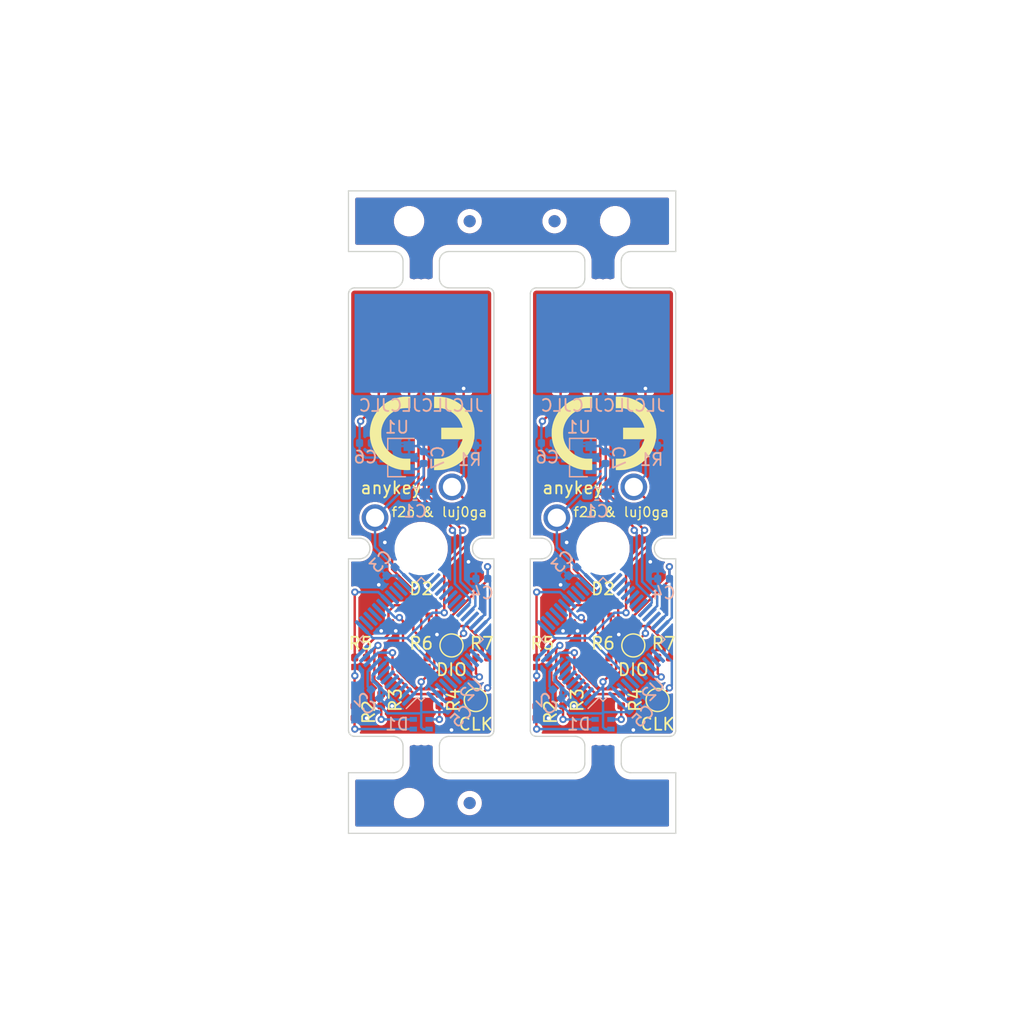
<source format=kicad_pcb>
(kicad_pcb (version 20171130) (host pcbnew 5.1.7)

  (general
    (thickness 1.6)
    (drawings 828)
    (tracks 466)
    (zones 0)
    (modules 79)
    (nets 95)
  )

  (page A4)
  (layers
    (0 F.Cu signal)
    (31 B.Cu signal)
    (32 B.Adhes user)
    (33 F.Adhes user)
    (34 B.Paste user)
    (35 F.Paste user)
    (36 B.SilkS user)
    (37 F.SilkS user)
    (38 B.Mask user)
    (39 F.Mask user)
    (40 Dwgs.User user)
    (41 Cmts.User user)
    (42 Eco1.User user)
    (43 Eco2.User user)
    (44 Edge.Cuts user)
    (45 Margin user)
    (46 B.CrtYd user)
    (47 F.CrtYd user)
    (48 B.Fab user)
    (49 F.Fab user)
  )

  (setup
    (last_trace_width 0.25)
    (trace_clearance 0.127)
    (zone_clearance 0.508)
    (zone_45_only no)
    (trace_min 0.2)
    (via_size 0.8)
    (via_drill 0.4)
    (via_min_size 0.4)
    (via_min_drill 0.3)
    (uvia_size 0.3)
    (uvia_drill 0.1)
    (uvias_allowed no)
    (uvia_min_size 0.2)
    (uvia_min_drill 0.1)
    (edge_width 0.05)
    (segment_width 0.2)
    (pcb_text_width 0.3)
    (pcb_text_size 1.5 1.5)
    (mod_edge_width 0.12)
    (mod_text_size 1 1)
    (mod_text_width 0.15)
    (pad_size 1.524 1.524)
    (pad_drill 0.762)
    (pad_to_mask_clearance 0.05)
    (aux_axis_origin 0 0)
    (visible_elements FFFFFF7F)
    (pcbplotparams
      (layerselection 0x010fc_ffffffff)
      (usegerberextensions true)
      (usegerberattributes true)
      (usegerberadvancedattributes true)
      (creategerberjobfile false)
      (excludeedgelayer true)
      (linewidth 0.100000)
      (plotframeref false)
      (viasonmask false)
      (mode 1)
      (useauxorigin false)
      (hpglpennumber 1)
      (hpglpenspeed 20)
      (hpglpendiameter 15.000000)
      (psnegative false)
      (psa4output false)
      (plotreference true)
      (plotvalue true)
      (plotinvisibletext false)
      (padsonsilk false)
      (subtractmaskfromsilk true)
      (outputformat 1)
      (mirror false)
      (drillshape 0)
      (scaleselection 1)
      (outputdirectory "../gerber/"))
  )

  (net 0 "")
  (net 1 Board_1-+3V3)
  (net 2 Board_1-/BTN1)
  (net 3 Board_1-/D+)
  (net 4 Board_1-/D-)
  (net 5 Board_1-/LED1_B)
  (net 6 Board_1-/LED1_G)
  (net 7 Board_1-/LED1_R)
  (net 8 Board_1-/LED2_B)
  (net 9 Board_1-/LED2_G)
  (net 10 Board_1-/LED2_R)
  (net 11 Board_1-/SWCLK)
  (net 12 Board_1-/SWDIO)
  (net 13 Board_1-GND)
  (net 14 "Board_1-Net-(D1-Pad1)")
  (net 15 "Board_1-Net-(D1-Pad3)")
  (net 16 "Board_1-Net-(D1-Pad4)")
  (net 17 "Board_1-Net-(D2-Pad1)")
  (net 18 "Board_1-Net-(D2-Pad3)")
  (net 19 "Board_1-Net-(D2-Pad4)")
  (net 20 "Board_1-Net-(U2-Pad14)")
  (net 21 "Board_1-Net-(U2-Pad15)")
  (net 22 "Board_1-Net-(U2-Pad16)")
  (net 23 "Board_1-Net-(U2-Pad17)")
  (net 24 "Board_1-Net-(U2-Pad2)")
  (net 25 "Board_1-Net-(U2-Pad20)")
  (net 26 "Board_1-Net-(U2-Pad21)")
  (net 27 "Board_1-Net-(U2-Pad22)")
  (net 28 "Board_1-Net-(U2-Pad25)")
  (net 29 "Board_1-Net-(U2-Pad26)")
  (net 30 "Board_1-Net-(U2-Pad27)")
  (net 31 "Board_1-Net-(U2-Pad28)")
  (net 32 "Board_1-Net-(U2-Pad29)")
  (net 33 "Board_1-Net-(U2-Pad3)")
  (net 34 "Board_1-Net-(U2-Pad30)")
  (net 35 "Board_1-Net-(U2-Pad31)")
  (net 36 "Board_1-Net-(U2-Pad38)")
  (net 37 "Board_1-Net-(U2-Pad39)")
  (net 38 "Board_1-Net-(U2-Pad4)")
  (net 39 "Board_1-Net-(U2-Pad40)")
  (net 40 "Board_1-Net-(U2-Pad42)")
  (net 41 "Board_1-Net-(U2-Pad43)")
  (net 42 "Board_1-Net-(U2-Pad45)")
  (net 43 "Board_1-Net-(U2-Pad46)")
  (net 44 "Board_1-Net-(U2-Pad5)")
  (net 45 "Board_1-Net-(U2-Pad6)")
  (net 46 "Board_1-Net-(U2-Pad7)")
  (net 47 Board_1-VBUS)
  (net 48 Board_2-+3V3)
  (net 49 Board_2-/BTN1)
  (net 50 Board_2-/D+)
  (net 51 Board_2-/D-)
  (net 52 Board_2-/LED1_B)
  (net 53 Board_2-/LED1_G)
  (net 54 Board_2-/LED1_R)
  (net 55 Board_2-/LED2_B)
  (net 56 Board_2-/LED2_G)
  (net 57 Board_2-/LED2_R)
  (net 58 Board_2-/SWCLK)
  (net 59 Board_2-/SWDIO)
  (net 60 Board_2-GND)
  (net 61 "Board_2-Net-(D1-Pad1)")
  (net 62 "Board_2-Net-(D1-Pad3)")
  (net 63 "Board_2-Net-(D1-Pad4)")
  (net 64 "Board_2-Net-(D2-Pad1)")
  (net 65 "Board_2-Net-(D2-Pad3)")
  (net 66 "Board_2-Net-(D2-Pad4)")
  (net 67 "Board_2-Net-(U2-Pad14)")
  (net 68 "Board_2-Net-(U2-Pad15)")
  (net 69 "Board_2-Net-(U2-Pad16)")
  (net 70 "Board_2-Net-(U2-Pad17)")
  (net 71 "Board_2-Net-(U2-Pad2)")
  (net 72 "Board_2-Net-(U2-Pad20)")
  (net 73 "Board_2-Net-(U2-Pad21)")
  (net 74 "Board_2-Net-(U2-Pad22)")
  (net 75 "Board_2-Net-(U2-Pad25)")
  (net 76 "Board_2-Net-(U2-Pad26)")
  (net 77 "Board_2-Net-(U2-Pad27)")
  (net 78 "Board_2-Net-(U2-Pad28)")
  (net 79 "Board_2-Net-(U2-Pad29)")
  (net 80 "Board_2-Net-(U2-Pad3)")
  (net 81 "Board_2-Net-(U2-Pad30)")
  (net 82 "Board_2-Net-(U2-Pad31)")
  (net 83 "Board_2-Net-(U2-Pad38)")
  (net 84 "Board_2-Net-(U2-Pad39)")
  (net 85 "Board_2-Net-(U2-Pad4)")
  (net 86 "Board_2-Net-(U2-Pad40)")
  (net 87 "Board_2-Net-(U2-Pad42)")
  (net 88 "Board_2-Net-(U2-Pad43)")
  (net 89 "Board_2-Net-(U2-Pad45)")
  (net 90 "Board_2-Net-(U2-Pad46)")
  (net 91 "Board_2-Net-(U2-Pad5)")
  (net 92 "Board_2-Net-(U2-Pad6)")
  (net 93 "Board_2-Net-(U2-Pad7)")
  (net 94 Board_2-VBUS)

  (net_class Default "This is the default net class."
    (clearance 0.127)
    (trace_width 0.25)
    (via_dia 0.8)
    (via_drill 0.4)
    (uvia_dia 0.3)
    (uvia_drill 0.1)
    (add_net Board_1-+3V3)
    (add_net Board_1-/BTN1)
    (add_net Board_1-/D+)
    (add_net Board_1-/D-)
    (add_net Board_1-/LED1_B)
    (add_net Board_1-/LED1_G)
    (add_net Board_1-/LED1_R)
    (add_net Board_1-/LED2_B)
    (add_net Board_1-/LED2_G)
    (add_net Board_1-/LED2_R)
    (add_net Board_1-/SWCLK)
    (add_net Board_1-/SWDIO)
    (add_net Board_1-GND)
    (add_net "Board_1-Net-(D1-Pad1)")
    (add_net "Board_1-Net-(D1-Pad3)")
    (add_net "Board_1-Net-(D1-Pad4)")
    (add_net "Board_1-Net-(D2-Pad1)")
    (add_net "Board_1-Net-(D2-Pad3)")
    (add_net "Board_1-Net-(D2-Pad4)")
    (add_net "Board_1-Net-(U2-Pad14)")
    (add_net "Board_1-Net-(U2-Pad15)")
    (add_net "Board_1-Net-(U2-Pad16)")
    (add_net "Board_1-Net-(U2-Pad17)")
    (add_net "Board_1-Net-(U2-Pad2)")
    (add_net "Board_1-Net-(U2-Pad20)")
    (add_net "Board_1-Net-(U2-Pad21)")
    (add_net "Board_1-Net-(U2-Pad22)")
    (add_net "Board_1-Net-(U2-Pad25)")
    (add_net "Board_1-Net-(U2-Pad26)")
    (add_net "Board_1-Net-(U2-Pad27)")
    (add_net "Board_1-Net-(U2-Pad28)")
    (add_net "Board_1-Net-(U2-Pad29)")
    (add_net "Board_1-Net-(U2-Pad3)")
    (add_net "Board_1-Net-(U2-Pad30)")
    (add_net "Board_1-Net-(U2-Pad31)")
    (add_net "Board_1-Net-(U2-Pad38)")
    (add_net "Board_1-Net-(U2-Pad39)")
    (add_net "Board_1-Net-(U2-Pad4)")
    (add_net "Board_1-Net-(U2-Pad40)")
    (add_net "Board_1-Net-(U2-Pad42)")
    (add_net "Board_1-Net-(U2-Pad43)")
    (add_net "Board_1-Net-(U2-Pad45)")
    (add_net "Board_1-Net-(U2-Pad46)")
    (add_net "Board_1-Net-(U2-Pad5)")
    (add_net "Board_1-Net-(U2-Pad6)")
    (add_net "Board_1-Net-(U2-Pad7)")
    (add_net Board_1-VBUS)
    (add_net Board_2-+3V3)
    (add_net Board_2-/BTN1)
    (add_net Board_2-/D+)
    (add_net Board_2-/D-)
    (add_net Board_2-/LED1_B)
    (add_net Board_2-/LED1_G)
    (add_net Board_2-/LED1_R)
    (add_net Board_2-/LED2_B)
    (add_net Board_2-/LED2_G)
    (add_net Board_2-/LED2_R)
    (add_net Board_2-/SWCLK)
    (add_net Board_2-/SWDIO)
    (add_net Board_2-GND)
    (add_net "Board_2-Net-(D1-Pad1)")
    (add_net "Board_2-Net-(D1-Pad3)")
    (add_net "Board_2-Net-(D1-Pad4)")
    (add_net "Board_2-Net-(D2-Pad1)")
    (add_net "Board_2-Net-(D2-Pad3)")
    (add_net "Board_2-Net-(D2-Pad4)")
    (add_net "Board_2-Net-(U2-Pad14)")
    (add_net "Board_2-Net-(U2-Pad15)")
    (add_net "Board_2-Net-(U2-Pad16)")
    (add_net "Board_2-Net-(U2-Pad17)")
    (add_net "Board_2-Net-(U2-Pad2)")
    (add_net "Board_2-Net-(U2-Pad20)")
    (add_net "Board_2-Net-(U2-Pad21)")
    (add_net "Board_2-Net-(U2-Pad22)")
    (add_net "Board_2-Net-(U2-Pad25)")
    (add_net "Board_2-Net-(U2-Pad26)")
    (add_net "Board_2-Net-(U2-Pad27)")
    (add_net "Board_2-Net-(U2-Pad28)")
    (add_net "Board_2-Net-(U2-Pad29)")
    (add_net "Board_2-Net-(U2-Pad3)")
    (add_net "Board_2-Net-(U2-Pad30)")
    (add_net "Board_2-Net-(U2-Pad31)")
    (add_net "Board_2-Net-(U2-Pad38)")
    (add_net "Board_2-Net-(U2-Pad39)")
    (add_net "Board_2-Net-(U2-Pad4)")
    (add_net "Board_2-Net-(U2-Pad40)")
    (add_net "Board_2-Net-(U2-Pad42)")
    (add_net "Board_2-Net-(U2-Pad43)")
    (add_net "Board_2-Net-(U2-Pad45)")
    (add_net "Board_2-Net-(U2-Pad46)")
    (add_net "Board_2-Net-(U2-Pad5)")
    (add_net "Board_2-Net-(U2-Pad6)")
    (add_net "Board_2-Net-(U2-Pad7)")
    (add_net Board_2-VBUS)
  )

  (module NPTH (layer F.Cu) (tedit 5E89AAAA) (tstamp 5F97918A)
    (at 72.500025 87.101)
    (fp_text reference REF** (at 0 0.5) (layer F.SilkS) hide
      (effects (font (size 1 1) (thickness 0.15)))
    )
    (fp_text value NPTH (at 0 -0.5) (layer F.Fab) hide
      (effects (font (size 1 1) (thickness 0.15)))
    )
    (pad "" np_thru_hole circle (at 0 0) (size 0.3 0.3) (drill 0.3) (layers *.Cu *.Mask))
  )

  (module NPTH (layer F.Cu) (tedit 5E89AAAA) (tstamp 5F979182)
    (at 71.900025 87.101)
    (fp_text reference REF** (at 0 0.5) (layer F.SilkS) hide
      (effects (font (size 1 1) (thickness 0.15)))
    )
    (fp_text value NPTH (at 0 -0.5) (layer F.Fab) hide
      (effects (font (size 1 1) (thickness 0.15)))
    )
    (pad "" np_thru_hole circle (at 0 0) (size 0.3 0.3) (drill 0.3) (layers *.Cu *.Mask))
  )

  (module NPTH (layer F.Cu) (tedit 5E89AAAA) (tstamp 5F97917A)
    (at 71.300025 87.101)
    (fp_text reference REF** (at 0 0.5) (layer F.SilkS) hide
      (effects (font (size 1 1) (thickness 0.15)))
    )
    (fp_text value NPTH (at 0 -0.5) (layer F.Fab) hide
      (effects (font (size 1 1) (thickness 0.15)))
    )
    (pad "" np_thru_hole circle (at 0 0) (size 0.3 0.3) (drill 0.3) (layers *.Cu *.Mask))
  )

  (module NPTH (layer F.Cu) (tedit 5E89AAAA) (tstamp 5F979172)
    (at 70.700025 87.101)
    (fp_text reference REF** (at 0 0.5) (layer F.SilkS) hide
      (effects (font (size 1 1) (thickness 0.15)))
    )
    (fp_text value NPTH (at 0 -0.5) (layer F.Fab) hide
      (effects (font (size 1 1) (thickness 0.15)))
    )
    (pad "" np_thru_hole circle (at 0 0) (size 0.3 0.3) (drill 0.3) (layers *.Cu *.Mask))
  )

  (module NPTH (layer F.Cu) (tedit 5E89AAAA) (tstamp 5F97916A)
    (at 70.100025 87.101)
    (fp_text reference REF** (at 0 0.5) (layer F.SilkS) hide
      (effects (font (size 1 1) (thickness 0.15)))
    )
    (fp_text value NPTH (at 0 -0.5) (layer F.Fab) hide
      (effects (font (size 1 1) (thickness 0.15)))
    )
    (pad "" np_thru_hole circle (at 0 0) (size 0.3 0.3) (drill 0.3) (layers *.Cu *.Mask))
  )

  (module NPTH (layer F.Cu) (tedit 5E89AAAA) (tstamp 5F979162)
    (at 69.500025 87.101)
    (fp_text reference REF** (at 0 0.5) (layer F.SilkS) hide
      (effects (font (size 1 1) (thickness 0.15)))
    )
    (fp_text value NPTH (at 0 -0.5) (layer F.Fab) hide
      (effects (font (size 1 1) (thickness 0.15)))
    )
    (pad "" np_thru_hole circle (at 0 0) (size 0.3 0.3) (drill 0.3) (layers *.Cu *.Mask))
  )

  (module NPTH (layer F.Cu) (tedit 5E89AAAA) (tstamp 5F97915A)
    (at 69.500025 49.899)
    (fp_text reference REF** (at 0 0.5) (layer F.SilkS) hide
      (effects (font (size 1 1) (thickness 0.15)))
    )
    (fp_text value NPTH (at 0 -0.5) (layer F.Fab) hide
      (effects (font (size 1 1) (thickness 0.15)))
    )
    (pad "" np_thru_hole circle (at 0 0) (size 0.3 0.3) (drill 0.3) (layers *.Cu *.Mask))
  )

  (module NPTH (layer F.Cu) (tedit 5E89AAAA) (tstamp 5F979152)
    (at 70.100025 49.899)
    (fp_text reference REF** (at 0 0.5) (layer F.SilkS) hide
      (effects (font (size 1 1) (thickness 0.15)))
    )
    (fp_text value NPTH (at 0 -0.5) (layer F.Fab) hide
      (effects (font (size 1 1) (thickness 0.15)))
    )
    (pad "" np_thru_hole circle (at 0 0) (size 0.3 0.3) (drill 0.3) (layers *.Cu *.Mask))
  )

  (module NPTH (layer F.Cu) (tedit 5E89AAAA) (tstamp 5F97914A)
    (at 70.700025 49.899)
    (fp_text reference REF** (at 0 0.5) (layer F.SilkS) hide
      (effects (font (size 1 1) (thickness 0.15)))
    )
    (fp_text value NPTH (at 0 -0.5) (layer F.Fab) hide
      (effects (font (size 1 1) (thickness 0.15)))
    )
    (pad "" np_thru_hole circle (at 0 0) (size 0.3 0.3) (drill 0.3) (layers *.Cu *.Mask))
  )

  (module NPTH (layer F.Cu) (tedit 5E89AAAA) (tstamp 5F979142)
    (at 71.300025 49.899)
    (fp_text reference REF** (at 0 0.5) (layer F.SilkS) hide
      (effects (font (size 1 1) (thickness 0.15)))
    )
    (fp_text value NPTH (at 0 -0.5) (layer F.Fab) hide
      (effects (font (size 1 1) (thickness 0.15)))
    )
    (pad "" np_thru_hole circle (at 0 0) (size 0.3 0.3) (drill 0.3) (layers *.Cu *.Mask))
  )

  (module NPTH (layer F.Cu) (tedit 5E89AAAA) (tstamp 5F97913A)
    (at 71.900025 49.899)
    (fp_text reference REF** (at 0 0.5) (layer F.SilkS) hide
      (effects (font (size 1 1) (thickness 0.15)))
    )
    (fp_text value NPTH (at 0 -0.5) (layer F.Fab) hide
      (effects (font (size 1 1) (thickness 0.15)))
    )
    (pad "" np_thru_hole circle (at 0 0) (size 0.3 0.3) (drill 0.3) (layers *.Cu *.Mask))
  )

  (module NPTH (layer F.Cu) (tedit 5E89AAAA) (tstamp 5F979132)
    (at 72.500025 49.899)
    (fp_text reference REF** (at 0 0.5) (layer F.SilkS) hide
      (effects (font (size 1 1) (thickness 0.15)))
    )
    (fp_text value NPTH (at 0 -0.5) (layer F.Fab) hide
      (effects (font (size 1 1) (thickness 0.15)))
    )
    (pad "" np_thru_hole circle (at 0 0) (size 0.3 0.3) (drill 0.3) (layers *.Cu *.Mask))
  )

  (module NPTH (layer F.Cu) (tedit 5E89AAAA) (tstamp 5F97912A)
    (at 57.500008 87.101)
    (fp_text reference REF** (at 0 0.5) (layer F.SilkS) hide
      (effects (font (size 1 1) (thickness 0.15)))
    )
    (fp_text value NPTH (at 0 -0.5) (layer F.Fab) hide
      (effects (font (size 1 1) (thickness 0.15)))
    )
    (pad "" np_thru_hole circle (at 0 0) (size 0.3 0.3) (drill 0.3) (layers *.Cu *.Mask))
  )

  (module NPTH (layer F.Cu) (tedit 5E89AAAA) (tstamp 5F979122)
    (at 56.900008 87.101)
    (fp_text reference REF** (at 0 0.5) (layer F.SilkS) hide
      (effects (font (size 1 1) (thickness 0.15)))
    )
    (fp_text value NPTH (at 0 -0.5) (layer F.Fab) hide
      (effects (font (size 1 1) (thickness 0.15)))
    )
    (pad "" np_thru_hole circle (at 0 0) (size 0.3 0.3) (drill 0.3) (layers *.Cu *.Mask))
  )

  (module NPTH (layer F.Cu) (tedit 5E89AAAA) (tstamp 5F97911A)
    (at 56.300008 87.101)
    (fp_text reference REF** (at 0 0.5) (layer F.SilkS) hide
      (effects (font (size 1 1) (thickness 0.15)))
    )
    (fp_text value NPTH (at 0 -0.5) (layer F.Fab) hide
      (effects (font (size 1 1) (thickness 0.15)))
    )
    (pad "" np_thru_hole circle (at 0 0) (size 0.3 0.3) (drill 0.3) (layers *.Cu *.Mask))
  )

  (module NPTH (layer F.Cu) (tedit 5E89AAAA) (tstamp 5F979112)
    (at 55.700008 87.101)
    (fp_text reference REF** (at 0 0.5) (layer F.SilkS) hide
      (effects (font (size 1 1) (thickness 0.15)))
    )
    (fp_text value NPTH (at 0 -0.5) (layer F.Fab) hide
      (effects (font (size 1 1) (thickness 0.15)))
    )
    (pad "" np_thru_hole circle (at 0 0) (size 0.3 0.3) (drill 0.3) (layers *.Cu *.Mask))
  )

  (module NPTH (layer F.Cu) (tedit 5E89AAAA) (tstamp 5F97910A)
    (at 55.100008 87.101)
    (fp_text reference REF** (at 0 0.5) (layer F.SilkS) hide
      (effects (font (size 1 1) (thickness 0.15)))
    )
    (fp_text value NPTH (at 0 -0.5) (layer F.Fab) hide
      (effects (font (size 1 1) (thickness 0.15)))
    )
    (pad "" np_thru_hole circle (at 0 0) (size 0.3 0.3) (drill 0.3) (layers *.Cu *.Mask))
  )

  (module NPTH (layer F.Cu) (tedit 5E89AAAA) (tstamp 5F979102)
    (at 54.500008 87.101)
    (fp_text reference REF** (at 0 0.5) (layer F.SilkS) hide
      (effects (font (size 1 1) (thickness 0.15)))
    )
    (fp_text value NPTH (at 0 -0.5) (layer F.Fab) hide
      (effects (font (size 1 1) (thickness 0.15)))
    )
    (pad "" np_thru_hole circle (at 0 0) (size 0.3 0.3) (drill 0.3) (layers *.Cu *.Mask))
  )

  (module NPTH (layer F.Cu) (tedit 5E89AAAA) (tstamp 5F9790FA)
    (at 54.500008 49.899)
    (fp_text reference REF** (at 0 0.5) (layer F.SilkS) hide
      (effects (font (size 1 1) (thickness 0.15)))
    )
    (fp_text value NPTH (at 0 -0.5) (layer F.Fab) hide
      (effects (font (size 1 1) (thickness 0.15)))
    )
    (pad "" np_thru_hole circle (at 0 0) (size 0.3 0.3) (drill 0.3) (layers *.Cu *.Mask))
  )

  (module NPTH (layer F.Cu) (tedit 5E89AAAA) (tstamp 5F9790F2)
    (at 55.100008 49.899)
    (fp_text reference REF** (at 0 0.5) (layer F.SilkS) hide
      (effects (font (size 1 1) (thickness 0.15)))
    )
    (fp_text value NPTH (at 0 -0.5) (layer F.Fab) hide
      (effects (font (size 1 1) (thickness 0.15)))
    )
    (pad "" np_thru_hole circle (at 0 0) (size 0.3 0.3) (drill 0.3) (layers *.Cu *.Mask))
  )

  (module NPTH (layer F.Cu) (tedit 5E89AAAA) (tstamp 5F9790EA)
    (at 55.700008 49.899)
    (fp_text reference REF** (at 0 0.5) (layer F.SilkS) hide
      (effects (font (size 1 1) (thickness 0.15)))
    )
    (fp_text value NPTH (at 0 -0.5) (layer F.Fab) hide
      (effects (font (size 1 1) (thickness 0.15)))
    )
    (pad "" np_thru_hole circle (at 0 0) (size 0.3 0.3) (drill 0.3) (layers *.Cu *.Mask))
  )

  (module NPTH (layer F.Cu) (tedit 5E89AAAA) (tstamp 5F9790E2)
    (at 56.300008 49.899)
    (fp_text reference REF** (at 0 0.5) (layer F.SilkS) hide
      (effects (font (size 1 1) (thickness 0.15)))
    )
    (fp_text value NPTH (at 0 -0.5) (layer F.Fab) hide
      (effects (font (size 1 1) (thickness 0.15)))
    )
    (pad "" np_thru_hole circle (at 0 0) (size 0.3 0.3) (drill 0.3) (layers *.Cu *.Mask))
  )

  (module NPTH (layer F.Cu) (tedit 5E89AAAA) (tstamp 5F9790DA)
    (at 56.900008 49.899)
    (fp_text reference REF** (at 0 0.5) (layer F.SilkS) hide
      (effects (font (size 1 1) (thickness 0.15)))
    )
    (fp_text value NPTH (at 0 -0.5) (layer F.Fab) hide
      (effects (font (size 1 1) (thickness 0.15)))
    )
    (pad "" np_thru_hole circle (at 0 0) (size 0.3 0.3) (drill 0.3) (layers *.Cu *.Mask))
  )

  (module NPTH (layer F.Cu) (tedit 5E89AAAA) (tstamp 5F9790D2)
    (at 57.500008 49.899)
    (fp_text reference REF** (at 0 0.5) (layer F.SilkS) hide
      (effects (font (size 1 1) (thickness 0.15)))
    )
    (fp_text value NPTH (at 0 -0.5) (layer F.Fab) hide
      (effects (font (size 1 1) (thickness 0.15)))
    )
    (pad "" np_thru_hole circle (at 0 0) (size 0.3 0.3) (drill 0.3) (layers *.Cu *.Mask))
  )

  (module NPTH (layer F.Cu) (tedit 5E89AAAA) (tstamp 5F9790CA)
    (at 54.999 92.501017)
    (fp_text reference REF** (at 0 0.5) (layer F.SilkS) hide
      (effects (font (size 1 1) (thickness 0.15)))
    )
    (fp_text value NPTH (at 0 -0.5) (layer F.Fab) hide
      (effects (font (size 1 1) (thickness 0.15)))
    )
    (pad "" np_thru_hole circle (at 0 0) (size 1.5 1.5) (drill 1.5) (layers *.Cu *.Mask))
  )

  (module NPTH (layer F.Cu) (tedit 5E89AAAA) (tstamp 5F9790C2)
    (at 72.001018 44.499)
    (fp_text reference REF** (at 0 0.5) (layer F.SilkS) hide
      (effects (font (size 1 1) (thickness 0.15)))
    )
    (fp_text value NPTH (at 0 -0.5) (layer F.Fab) hide
      (effects (font (size 1 1) (thickness 0.15)))
    )
    (pad "" np_thru_hole circle (at 0 0) (size 1.5 1.5) (drill 1.5) (layers *.Cu *.Mask))
  )

  (module NPTH (layer F.Cu) (tedit 5E89AAAA) (tstamp 5F9790BA)
    (at 54.999 44.499)
    (fp_text reference REF** (at 0 0.5) (layer F.SilkS) hide
      (effects (font (size 1 1) (thickness 0.15)))
    )
    (fp_text value NPTH (at 0 -0.5) (layer F.Fab) hide
      (effects (font (size 1 1) (thickness 0.15)))
    )
    (pad "" np_thru_hole circle (at 0 0) (size 1.5 1.5) (drill 1.5) (layers *.Cu *.Mask))
  )

  (module Fiducial (layer B.Cu) (tedit 5EA93A7C) (tstamp 5F9790B2)
    (at 59.999 92.501017)
    (descr "Circular Fiducial")
    (tags fiducial)
    (attr smd)
    (fp_text reference REF** (at 0 1.5) (layer B.SilkS) hide
      (effects (font (size 1 1) (thickness 0.15)) (justify mirror))
    )
    (fp_text value Fiducial (at 0 -1.5) (layer B.Fab) hide
      (effects (font (size 1 1) (thickness 0.15)) (justify mirror))
    )
    (pad "" smd circle (at 0 0) (size 1 1) (layers B.Cu B.Mask)
      (solder_mask_margin 0.5) (clearance 0.5))
  )

  (module Fiducial (layer F.Cu) (tedit 5EA93A7C) (tstamp 5F9790AA)
    (at 59.999 92.501017)
    (descr "Circular Fiducial")
    (tags fiducial)
    (attr smd)
    (fp_text reference REF** (at 0 -1.5) (layer F.SilkS) hide
      (effects (font (size 1 1) (thickness 0.15)))
    )
    (fp_text value Fiducial (at 0 1.5) (layer F.Fab) hide
      (effects (font (size 1 1) (thickness 0.15)))
    )
    (pad "" smd circle (at 0 0) (size 1 1) (layers F.Cu F.Mask)
      (solder_mask_margin 0.5) (clearance 0.5))
  )

  (module Fiducial (layer B.Cu) (tedit 5EA93A7C) (tstamp 5F9790A2)
    (at 67.001018 44.499)
    (descr "Circular Fiducial")
    (tags fiducial)
    (attr smd)
    (fp_text reference REF** (at 0 1.5) (layer B.SilkS) hide
      (effects (font (size 1 1) (thickness 0.15)) (justify mirror))
    )
    (fp_text value Fiducial (at 0 -1.5) (layer B.Fab) hide
      (effects (font (size 1 1) (thickness 0.15)) (justify mirror))
    )
    (pad "" smd circle (at 0 0) (size 1 1) (layers B.Cu B.Mask)
      (solder_mask_margin 0.5) (clearance 0.5))
  )

  (module Fiducial (layer F.Cu) (tedit 5EA93A7C) (tstamp 5F97909A)
    (at 67.001018 44.499)
    (descr "Circular Fiducial")
    (tags fiducial)
    (attr smd)
    (fp_text reference REF** (at 0 -1.5) (layer F.SilkS) hide
      (effects (font (size 1 1) (thickness 0.15)))
    )
    (fp_text value Fiducial (at 0 1.5) (layer F.Fab) hide
      (effects (font (size 1 1) (thickness 0.15)))
    )
    (pad "" smd circle (at 0 0) (size 1 1) (layers F.Cu F.Mask)
      (solder_mask_margin 0.5) (clearance 0.5))
  )

  (module Fiducial (layer B.Cu) (tedit 5EA93A7C) (tstamp 5F979092)
    (at 59.999 44.499)
    (descr "Circular Fiducial")
    (tags fiducial)
    (attr smd)
    (fp_text reference REF** (at 0 1.5) (layer B.SilkS) hide
      (effects (font (size 1 1) (thickness 0.15)) (justify mirror))
    )
    (fp_text value Fiducial (at 0 -1.5) (layer B.Fab) hide
      (effects (font (size 1 1) (thickness 0.15)) (justify mirror))
    )
    (pad "" smd circle (at 0 0) (size 1 1) (layers B.Cu B.Mask)
      (solder_mask_margin 0.5) (clearance 0.5))
  )

  (module Fiducial (layer F.Cu) (tedit 5EA93A7C) (tstamp 5F97908A)
    (at 59.999 44.499)
    (descr "Circular Fiducial")
    (tags fiducial)
    (attr smd)
    (fp_text reference REF** (at 0 -1.5) (layer F.SilkS) hide
      (effects (font (size 1 1) (thickness 0.15)))
    )
    (fp_text value Fiducial (at 0 1.5) (layer F.Fab) hide
      (effects (font (size 1 1) (thickness 0.15)))
    )
    (pad "" smd circle (at 0 0) (size 1 1) (layers F.Cu F.Mask)
      (solder_mask_margin 0.5) (clearance 0.5))
  )

  (module Capacitor_SMD:C_0603_1608Metric (layer B.Cu) (tedit 5B301BBE) (tstamp 5F978F86)
    (at 70.500018 67.000001)
    (descr "Capacitor SMD 0603 (1608 Metric), square (rectangular) end terminal, IPC_7351 nominal, (Body size source: http://www.tortai-tech.com/upload/download/2011102023233369053.pdf), generated with kicad-footprint-generator")
    (tags capacitor)
    (path /5F898D1B)
    (attr smd)
    (fp_text reference C1 (at 0 1.43) (layer B.SilkS)
      (effects (font (size 1 1) (thickness 0.15)) (justify mirror))
    )
    (fp_text value 10u (at 0 -1.43) (layer B.Fab)
      (effects (font (size 1 1) (thickness 0.15)) (justify mirror))
    )
    (fp_line (start 1.48 -0.73) (end -1.48 -0.73) (layer B.CrtYd) (width 0.05))
    (fp_line (start 1.48 0.73) (end 1.48 -0.73) (layer B.CrtYd) (width 0.05))
    (fp_line (start -1.48 0.73) (end 1.48 0.73) (layer B.CrtYd) (width 0.05))
    (fp_line (start -1.48 -0.73) (end -1.48 0.73) (layer B.CrtYd) (width 0.05))
    (fp_line (start -0.162779 -0.51) (end 0.162779 -0.51) (layer B.SilkS) (width 0.12))
    (fp_line (start -0.162779 0.51) (end 0.162779 0.51) (layer B.SilkS) (width 0.12))
    (fp_line (start 0.8 -0.4) (end -0.8 -0.4) (layer B.Fab) (width 0.1))
    (fp_line (start 0.8 0.4) (end 0.8 -0.4) (layer B.Fab) (width 0.1))
    (fp_line (start -0.8 0.4) (end 0.8 0.4) (layer B.Fab) (width 0.1))
    (fp_line (start -0.8 -0.4) (end -0.8 0.4) (layer B.Fab) (width 0.1))
    (fp_text user %R (at 0 0) (layer B.Fab)
      (effects (font (size 0.4 0.4) (thickness 0.06)) (justify mirror))
    )
    (pad 1 smd roundrect (at -0.7875 0) (size 0.875 0.95) (layers B.Cu B.Paste B.Mask) (roundrect_rratio 0.25)
      (net 48 Board_2-+3V3))
    (pad 2 smd roundrect (at 0.7875 0) (size 0.875 0.95) (layers B.Cu B.Paste B.Mask) (roundrect_rratio 0.25)
      (net 60 Board_2-GND))
    (model ${KISYS3DMOD}/Capacitor_SMD.3dshapes/C_0603_1608Metric.wrl
      (at (xyz 0 0 0))
      (scale (xyz 1 1 1))
      (rotate (xyz 0 0 0))
    )
  )

  (module Capacitor_SMD:C_0402_1005Metric (layer B.Cu) (tedit 5B301BBE) (tstamp 5F978F78)
    (at 67.200018 83.500001 315)
    (descr "Capacitor SMD 0402 (1005 Metric), square (rectangular) end terminal, IPC_7351 nominal, (Body size source: http://www.tortai-tech.com/upload/download/2011102023233369053.pdf), generated with kicad-footprint-generator")
    (tags capacitor)
    (path /5F89352A)
    (attr smd)
    (fp_text reference C2 (at 0 1.17 135) (layer B.SilkS)
      (effects (font (size 1 1) (thickness 0.15)) (justify mirror))
    )
    (fp_text value 100n (at 0 -1.17 135) (layer B.Fab)
      (effects (font (size 1 1) (thickness 0.15)) (justify mirror))
    )
    (fp_line (start 0.93 -0.47) (end -0.93 -0.47) (layer B.CrtYd) (width 0.05))
    (fp_line (start 0.93 0.47) (end 0.93 -0.47) (layer B.CrtYd) (width 0.05))
    (fp_line (start -0.93 0.47) (end 0.93 0.47) (layer B.CrtYd) (width 0.05))
    (fp_line (start -0.93 -0.47) (end -0.93 0.47) (layer B.CrtYd) (width 0.05))
    (fp_line (start 0.5 -0.25) (end -0.5 -0.25) (layer B.Fab) (width 0.1))
    (fp_line (start 0.5 0.25) (end 0.5 -0.25) (layer B.Fab) (width 0.1))
    (fp_line (start -0.5 0.25) (end 0.5 0.25) (layer B.Fab) (width 0.1))
    (fp_line (start -0.5 -0.25) (end -0.5 0.25) (layer B.Fab) (width 0.1))
    (fp_text user %R (at 0 0 135) (layer B.Fab)
      (effects (font (size 0.25 0.25) (thickness 0.04)) (justify mirror))
    )
    (pad 1 smd roundrect (at -0.485 0 315) (size 0.59 0.64) (layers B.Cu B.Paste B.Mask) (roundrect_rratio 0.25)
      (net 48 Board_2-+3V3))
    (pad 2 smd roundrect (at 0.485 0 315) (size 0.59 0.64) (layers B.Cu B.Paste B.Mask) (roundrect_rratio 0.25)
      (net 60 Board_2-GND))
    (model ${KISYS3DMOD}/Capacitor_SMD.3dshapes/C_0402_1005Metric.wrl
      (at (xyz 0 0 0))
      (scale (xyz 1 1 1))
      (rotate (xyz 0 0 0))
    )
  )

  (module Capacitor_SMD:C_0402_1005Metric (layer B.Cu) (tedit 5B301BBE) (tstamp 5F978F6A)
    (at 68.500018 73.400001 225)
    (descr "Capacitor SMD 0402 (1005 Metric), square (rectangular) end terminal, IPC_7351 nominal, (Body size source: http://www.tortai-tech.com/upload/download/2011102023233369053.pdf), generated with kicad-footprint-generator")
    (tags capacitor)
    (path /5F893113)
    (attr smd)
    (fp_text reference C3 (at 0 1.17 45) (layer B.SilkS)
      (effects (font (size 1 1) (thickness 0.15)) (justify mirror))
    )
    (fp_text value 100n (at 0 -1.17 45) (layer B.Fab)
      (effects (font (size 1 1) (thickness 0.15)) (justify mirror))
    )
    (fp_line (start -0.5 -0.25) (end -0.5 0.25) (layer B.Fab) (width 0.1))
    (fp_line (start -0.5 0.25) (end 0.5 0.25) (layer B.Fab) (width 0.1))
    (fp_line (start 0.5 0.25) (end 0.5 -0.25) (layer B.Fab) (width 0.1))
    (fp_line (start 0.5 -0.25) (end -0.5 -0.25) (layer B.Fab) (width 0.1))
    (fp_line (start -0.93 -0.47) (end -0.93 0.47) (layer B.CrtYd) (width 0.05))
    (fp_line (start -0.93 0.47) (end 0.93 0.47) (layer B.CrtYd) (width 0.05))
    (fp_line (start 0.93 0.47) (end 0.93 -0.47) (layer B.CrtYd) (width 0.05))
    (fp_line (start 0.93 -0.47) (end -0.93 -0.47) (layer B.CrtYd) (width 0.05))
    (fp_text user %R (at 0 0 45) (layer B.Fab)
      (effects (font (size 0.25 0.25) (thickness 0.04)) (justify mirror))
    )
    (pad 2 smd roundrect (at 0.485 0 225) (size 0.59 0.64) (layers B.Cu B.Paste B.Mask) (roundrect_rratio 0.25)
      (net 60 Board_2-GND))
    (pad 1 smd roundrect (at -0.485 0 225) (size 0.59 0.64) (layers B.Cu B.Paste B.Mask) (roundrect_rratio 0.25)
      (net 48 Board_2-+3V3))
    (model ${KISYS3DMOD}/Capacitor_SMD.3dshapes/C_0402_1005Metric.wrl
      (at (xyz 0 0 0))
      (scale (xyz 1 1 1))
      (rotate (xyz 0 0 0))
    )
  )

  (module Capacitor_SMD:C_0402_1005Metric (layer B.Cu) (tedit 5B301BBE) (tstamp 5F978F5C)
    (at 73.500018 84.500001 45)
    (descr "Capacitor SMD 0402 (1005 Metric), square (rectangular) end terminal, IPC_7351 nominal, (Body size source: http://www.tortai-tech.com/upload/download/2011102023233369053.pdf), generated with kicad-footprint-generator")
    (tags capacitor)
    (path /5F8989CC)
    (attr smd)
    (fp_text reference C5 (at 0 1.17 45) (layer B.SilkS)
      (effects (font (size 1 1) (thickness 0.15)) (justify mirror))
    )
    (fp_text value 100n (at 0 -1.17 45) (layer B.Fab)
      (effects (font (size 1 1) (thickness 0.15)) (justify mirror))
    )
    (fp_line (start -0.5 -0.25) (end -0.5 0.25) (layer B.Fab) (width 0.1))
    (fp_line (start -0.5 0.25) (end 0.5 0.25) (layer B.Fab) (width 0.1))
    (fp_line (start 0.5 0.25) (end 0.5 -0.25) (layer B.Fab) (width 0.1))
    (fp_line (start 0.5 -0.25) (end -0.5 -0.25) (layer B.Fab) (width 0.1))
    (fp_line (start -0.93 -0.47) (end -0.93 0.47) (layer B.CrtYd) (width 0.05))
    (fp_line (start -0.93 0.47) (end 0.93 0.47) (layer B.CrtYd) (width 0.05))
    (fp_line (start 0.93 0.47) (end 0.93 -0.47) (layer B.CrtYd) (width 0.05))
    (fp_line (start 0.93 -0.47) (end -0.93 -0.47) (layer B.CrtYd) (width 0.05))
    (fp_text user %R (at 0 0 45) (layer B.Fab)
      (effects (font (size 0.25 0.25) (thickness 0.04)) (justify mirror))
    )
    (pad 2 smd roundrect (at 0.485 0 45) (size 0.59 0.64) (layers B.Cu B.Paste B.Mask) (roundrect_rratio 0.25)
      (net 60 Board_2-GND))
    (pad 1 smd roundrect (at -0.485 0 45) (size 0.59 0.64) (layers B.Cu B.Paste B.Mask) (roundrect_rratio 0.25)
      (net 48 Board_2-+3V3))
    (model ${KISYS3DMOD}/Capacitor_SMD.3dshapes/C_0402_1005Metric.wrl
      (at (xyz 0 0 0))
      (scale (xyz 1 1 1))
      (rotate (xyz 0 0 0))
    )
  )

  (module Capacitor_SMD:C_0402_1005Metric (layer B.Cu) (tedit 5B301BBE) (tstamp 5F978F4E)
    (at 71.200018 64.000001 90)
    (descr "Capacitor SMD 0402 (1005 Metric), square (rectangular) end terminal, IPC_7351 nominal, (Body size source: http://www.tortai-tech.com/upload/download/2011102023233369053.pdf), generated with kicad-footprint-generator")
    (tags capacitor)
    (path /5F9081DC)
    (attr smd)
    (fp_text reference C7 (at 0 1.17 -90) (layer B.SilkS)
      (effects (font (size 1 1) (thickness 0.15)) (justify mirror))
    )
    (fp_text value 1u (at 0 -1.17 -90) (layer B.Fab)
      (effects (font (size 1 1) (thickness 0.15)) (justify mirror))
    )
    (fp_line (start -0.5 -0.25) (end -0.5 0.25) (layer B.Fab) (width 0.1))
    (fp_line (start -0.5 0.25) (end 0.5 0.25) (layer B.Fab) (width 0.1))
    (fp_line (start 0.5 0.25) (end 0.5 -0.25) (layer B.Fab) (width 0.1))
    (fp_line (start 0.5 -0.25) (end -0.5 -0.25) (layer B.Fab) (width 0.1))
    (fp_line (start -0.93 -0.47) (end -0.93 0.47) (layer B.CrtYd) (width 0.05))
    (fp_line (start -0.93 0.47) (end 0.93 0.47) (layer B.CrtYd) (width 0.05))
    (fp_line (start 0.93 0.47) (end 0.93 -0.47) (layer B.CrtYd) (width 0.05))
    (fp_line (start 0.93 -0.47) (end -0.93 -0.47) (layer B.CrtYd) (width 0.05))
    (fp_text user %R (at 0 0 -90) (layer B.Fab)
      (effects (font (size 0.25 0.25) (thickness 0.04)) (justify mirror))
    )
    (pad 2 smd roundrect (at 0.485 0 90) (size 0.59 0.64) (layers B.Cu B.Paste B.Mask) (roundrect_rratio 0.25)
      (net 60 Board_2-GND))
    (pad 1 smd roundrect (at -0.485 0 90) (size 0.59 0.64) (layers B.Cu B.Paste B.Mask) (roundrect_rratio 0.25)
      (net 48 Board_2-+3V3))
    (model ${KISYS3DMOD}/Capacitor_SMD.3dshapes/C_0402_1005Metric.wrl
      (at (xyz 0 0 0))
      (scale (xyz 1 1 1))
      (rotate (xyz 0 0 0))
    )
  )

  (module anykey:USB_A_Plug_PCB (layer F.Cu) (tedit 5F8DF2F0) (tstamp 5F978F43)
    (at 71.000018 50.000001)
    (path /5F874047)
    (attr virtual)
    (fp_text reference J1 (at 0 10) (layer F.SilkS) hide
      (effects (font (size 1 1) (thickness 0.15)))
    )
    (fp_text value USB_A (at 0 -1) (layer F.Fab)
      (effects (font (size 1 1) (thickness 0.15)))
    )
    (fp_line (start -6 11.75) (end -6 0) (layer Dwgs.User) (width 0.12))
    (fp_line (start -6 0) (end 6 0) (layer Dwgs.User) (width 0.12))
    (fp_line (start 6 0) (end 6 11.75) (layer Dwgs.User) (width 0.12))
    (pad 5 connect rect (at 0 4.575) (size 11 8.15) (layers B.Cu B.Mask)
      (net 60 Board_2-GND))
    (pad 4 connect rect (at 3.5 4.945) (size 1 7.41) (layers F.Cu F.Mask)
      (net 60 Board_2-GND))
    (pad 3 connect rect (at 1 5.445) (size 1 6.41) (layers F.Cu F.Mask)
      (net 50 Board_2-/D+))
    (pad 2 connect rect (at -1 5.445) (size 1 6.41) (layers F.Cu F.Mask)
      (net 51 Board_2-/D-))
    (pad 1 connect rect (at -3.5 4.945) (size 1 7.41) (layers F.Cu F.Mask)
      (net 94 Board_2-VBUS))
  )

  (module Resistor_SMD:R_0402_1005Metric (layer B.Cu) (tedit 5B301BBD) (tstamp 5F978F35)
    (at 75.000018 63.000001)
    (descr "Resistor SMD 0402 (1005 Metric), square (rectangular) end terminal, IPC_7351 nominal, (Body size source: http://www.tortai-tech.com/upload/download/2011102023233369053.pdf), generated with kicad-footprint-generator")
    (tags resistor)
    (path /5F905B31)
    (attr smd)
    (fp_text reference R1 (at 0 1.17) (layer B.SilkS)
      (effects (font (size 1 1) (thickness 0.15)) (justify mirror))
    )
    (fp_text value 10k (at 0 -1.17) (layer B.Fab)
      (effects (font (size 1 1) (thickness 0.15)) (justify mirror))
    )
    (fp_line (start 0.93 -0.47) (end -0.93 -0.47) (layer B.CrtYd) (width 0.05))
    (fp_line (start 0.93 0.47) (end 0.93 -0.47) (layer B.CrtYd) (width 0.05))
    (fp_line (start -0.93 0.47) (end 0.93 0.47) (layer B.CrtYd) (width 0.05))
    (fp_line (start -0.93 -0.47) (end -0.93 0.47) (layer B.CrtYd) (width 0.05))
    (fp_line (start 0.5 -0.25) (end -0.5 -0.25) (layer B.Fab) (width 0.1))
    (fp_line (start 0.5 0.25) (end 0.5 -0.25) (layer B.Fab) (width 0.1))
    (fp_line (start -0.5 0.25) (end 0.5 0.25) (layer B.Fab) (width 0.1))
    (fp_line (start -0.5 -0.25) (end -0.5 0.25) (layer B.Fab) (width 0.1))
    (fp_text user %R (at 0 0) (layer B.Fab)
      (effects (font (size 0.25 0.25) (thickness 0.04)) (justify mirror))
    )
    (pad 1 smd roundrect (at -0.485 0) (size 0.59 0.64) (layers B.Cu B.Paste B.Mask) (roundrect_rratio 0.25)
      (net 49 Board_2-/BTN1))
    (pad 2 smd roundrect (at 0.485 0) (size 0.59 0.64) (layers B.Cu B.Paste B.Mask) (roundrect_rratio 0.25)
      (net 60 Board_2-GND))
    (model ${KISYS3DMOD}/Resistor_SMD.3dshapes/R_0402_1005Metric.wrl
      (at (xyz 0 0 0))
      (scale (xyz 1 1 1))
      (rotate (xyz 0 0 0))
    )
  )

  (module Resistor_SMD:R_0402_1005Metric (layer F.Cu) (tedit 5B301BBD) (tstamp 5F978F27)
    (at 65.500018 85.000001 270)
    (descr "Resistor SMD 0402 (1005 Metric), square (rectangular) end terminal, IPC_7351 nominal, (Body size source: http://www.tortai-tech.com/upload/download/2011102023233369053.pdf), generated with kicad-footprint-generator")
    (tags resistor)
    (path /5F9354AF)
    (attr smd)
    (fp_text reference R2 (at 0 -1.17 90) (layer F.SilkS)
      (effects (font (size 1 1) (thickness 0.15)))
    )
    (fp_text value 1k (at 0 1.17 90) (layer F.Fab)
      (effects (font (size 1 1) (thickness 0.15)))
    )
    (fp_line (start 0.93 0.47) (end -0.93 0.47) (layer F.CrtYd) (width 0.05))
    (fp_line (start 0.93 -0.47) (end 0.93 0.47) (layer F.CrtYd) (width 0.05))
    (fp_line (start -0.93 -0.47) (end 0.93 -0.47) (layer F.CrtYd) (width 0.05))
    (fp_line (start -0.93 0.47) (end -0.93 -0.47) (layer F.CrtYd) (width 0.05))
    (fp_line (start 0.5 0.25) (end -0.5 0.25) (layer F.Fab) (width 0.1))
    (fp_line (start 0.5 -0.25) (end 0.5 0.25) (layer F.Fab) (width 0.1))
    (fp_line (start -0.5 -0.25) (end 0.5 -0.25) (layer F.Fab) (width 0.1))
    (fp_line (start -0.5 0.25) (end -0.5 -0.25) (layer F.Fab) (width 0.1))
    (fp_text user %R (at 0 0 90) (layer F.Fab)
      (effects (font (size 0.25 0.25) (thickness 0.04)))
    )
    (pad 1 smd roundrect (at -0.485 0 270) (size 0.59 0.64) (layers F.Cu F.Paste F.Mask) (roundrect_rratio 0.25)
      (net 54 Board_2-/LED1_R))
    (pad 2 smd roundrect (at 0.485 0 270) (size 0.59 0.64) (layers F.Cu F.Paste F.Mask) (roundrect_rratio 0.25)
      (net 61 "Board_2-Net-(D1-Pad1)"))
    (model ${KISYS3DMOD}/Resistor_SMD.3dshapes/R_0402_1005Metric.wrl
      (at (xyz 0 0 0))
      (scale (xyz 1 1 1))
      (rotate (xyz 0 0 0))
    )
  )

  (module Resistor_SMD:R_0402_1005Metric (layer F.Cu) (tedit 5B301BBD) (tstamp 5F978F19)
    (at 67.700018 84.000001 270)
    (descr "Resistor SMD 0402 (1005 Metric), square (rectangular) end terminal, IPC_7351 nominal, (Body size source: http://www.tortai-tech.com/upload/download/2011102023233369053.pdf), generated with kicad-footprint-generator")
    (tags resistor)
    (path /5F935EFD)
    (attr smd)
    (fp_text reference R3 (at 0 -1.17 90) (layer F.SilkS)
      (effects (font (size 1 1) (thickness 0.15)))
    )
    (fp_text value 1k (at 0 1.17 90) (layer F.Fab)
      (effects (font (size 1 1) (thickness 0.15)))
    )
    (fp_line (start 0.93 0.47) (end -0.93 0.47) (layer F.CrtYd) (width 0.05))
    (fp_line (start 0.93 -0.47) (end 0.93 0.47) (layer F.CrtYd) (width 0.05))
    (fp_line (start -0.93 -0.47) (end 0.93 -0.47) (layer F.CrtYd) (width 0.05))
    (fp_line (start -0.93 0.47) (end -0.93 -0.47) (layer F.CrtYd) (width 0.05))
    (fp_line (start 0.5 0.25) (end -0.5 0.25) (layer F.Fab) (width 0.1))
    (fp_line (start 0.5 -0.25) (end 0.5 0.25) (layer F.Fab) (width 0.1))
    (fp_line (start -0.5 -0.25) (end 0.5 -0.25) (layer F.Fab) (width 0.1))
    (fp_line (start -0.5 0.25) (end -0.5 -0.25) (layer F.Fab) (width 0.1))
    (fp_text user %R (at 0 0 90) (layer F.Fab)
      (effects (font (size 0.25 0.25) (thickness 0.04)))
    )
    (pad 1 smd roundrect (at -0.485 0 270) (size 0.59 0.64) (layers F.Cu F.Paste F.Mask) (roundrect_rratio 0.25)
      (net 53 Board_2-/LED1_G))
    (pad 2 smd roundrect (at 0.485 0 270) (size 0.59 0.64) (layers F.Cu F.Paste F.Mask) (roundrect_rratio 0.25)
      (net 63 "Board_2-Net-(D1-Pad4)"))
    (model ${KISYS3DMOD}/Resistor_SMD.3dshapes/R_0402_1005Metric.wrl
      (at (xyz 0 0 0))
      (scale (xyz 1 1 1))
      (rotate (xyz 0 0 0))
    )
  )

  (module Resistor_SMD:R_0402_1005Metric (layer F.Cu) (tedit 5B301BBD) (tstamp 5F978F0B)
    (at 72.500018 84.000001 270)
    (descr "Resistor SMD 0402 (1005 Metric), square (rectangular) end terminal, IPC_7351 nominal, (Body size source: http://www.tortai-tech.com/upload/download/2011102023233369053.pdf), generated with kicad-footprint-generator")
    (tags resistor)
    (path /5F9366E4)
    (attr smd)
    (fp_text reference R4 (at 0 -1.17 90) (layer F.SilkS)
      (effects (font (size 1 1) (thickness 0.15)))
    )
    (fp_text value 1k (at 0 1.17 90) (layer F.Fab)
      (effects (font (size 1 1) (thickness 0.15)))
    )
    (fp_line (start 0.93 0.47) (end -0.93 0.47) (layer F.CrtYd) (width 0.05))
    (fp_line (start 0.93 -0.47) (end 0.93 0.47) (layer F.CrtYd) (width 0.05))
    (fp_line (start -0.93 -0.47) (end 0.93 -0.47) (layer F.CrtYd) (width 0.05))
    (fp_line (start -0.93 0.47) (end -0.93 -0.47) (layer F.CrtYd) (width 0.05))
    (fp_line (start 0.5 0.25) (end -0.5 0.25) (layer F.Fab) (width 0.1))
    (fp_line (start 0.5 -0.25) (end 0.5 0.25) (layer F.Fab) (width 0.1))
    (fp_line (start -0.5 -0.25) (end 0.5 -0.25) (layer F.Fab) (width 0.1))
    (fp_line (start -0.5 0.25) (end -0.5 -0.25) (layer F.Fab) (width 0.1))
    (fp_text user %R (at 0 0 90) (layer F.Fab)
      (effects (font (size 0.25 0.25) (thickness 0.04)))
    )
    (pad 1 smd roundrect (at -0.485 0 270) (size 0.59 0.64) (layers F.Cu F.Paste F.Mask) (roundrect_rratio 0.25)
      (net 52 Board_2-/LED1_B))
    (pad 2 smd roundrect (at 0.485 0 270) (size 0.59 0.64) (layers F.Cu F.Paste F.Mask) (roundrect_rratio 0.25)
      (net 62 "Board_2-Net-(D1-Pad3)"))
    (model ${KISYS3DMOD}/Resistor_SMD.3dshapes/R_0402_1005Metric.wrl
      (at (xyz 0 0 0))
      (scale (xyz 1 1 1))
      (rotate (xyz 0 0 0))
    )
  )

  (module Resistor_SMD:R_0402_1005Metric (layer F.Cu) (tedit 5B301BBD) (tstamp 5F978EFD)
    (at 66.000018 80.500001)
    (descr "Resistor SMD 0402 (1005 Metric), square (rectangular) end terminal, IPC_7351 nominal, (Body size source: http://www.tortai-tech.com/upload/download/2011102023233369053.pdf), generated with kicad-footprint-generator")
    (tags resistor)
    (path /5FD9D2CE)
    (attr smd)
    (fp_text reference R5 (at 0 -1.17) (layer F.SilkS)
      (effects (font (size 1 1) (thickness 0.15)))
    )
    (fp_text value 1k (at 0 1.17) (layer F.Fab)
      (effects (font (size 1 1) (thickness 0.15)))
    )
    (fp_line (start -0.5 0.25) (end -0.5 -0.25) (layer F.Fab) (width 0.1))
    (fp_line (start -0.5 -0.25) (end 0.5 -0.25) (layer F.Fab) (width 0.1))
    (fp_line (start 0.5 -0.25) (end 0.5 0.25) (layer F.Fab) (width 0.1))
    (fp_line (start 0.5 0.25) (end -0.5 0.25) (layer F.Fab) (width 0.1))
    (fp_line (start -0.93 0.47) (end -0.93 -0.47) (layer F.CrtYd) (width 0.05))
    (fp_line (start -0.93 -0.47) (end 0.93 -0.47) (layer F.CrtYd) (width 0.05))
    (fp_line (start 0.93 -0.47) (end 0.93 0.47) (layer F.CrtYd) (width 0.05))
    (fp_line (start 0.93 0.47) (end -0.93 0.47) (layer F.CrtYd) (width 0.05))
    (fp_text user %R (at 0 0) (layer F.Fab)
      (effects (font (size 0.25 0.25) (thickness 0.04)))
    )
    (pad 2 smd roundrect (at 0.485 0) (size 0.59 0.64) (layers F.Cu F.Paste F.Mask) (roundrect_rratio 0.25)
      (net 64 "Board_2-Net-(D2-Pad1)"))
    (pad 1 smd roundrect (at -0.485 0) (size 0.59 0.64) (layers F.Cu F.Paste F.Mask) (roundrect_rratio 0.25)
      (net 57 Board_2-/LED2_R))
    (model ${KISYS3DMOD}/Resistor_SMD.3dshapes/R_0402_1005Metric.wrl
      (at (xyz 0 0 0))
      (scale (xyz 1 1 1))
      (rotate (xyz 0 0 0))
    )
  )

  (module Resistor_SMD:R_0402_1005Metric (layer F.Cu) (tedit 5B301BBD) (tstamp 5F978EEF)
    (at 71.000018 80.500001)
    (descr "Resistor SMD 0402 (1005 Metric), square (rectangular) end terminal, IPC_7351 nominal, (Body size source: http://www.tortai-tech.com/upload/download/2011102023233369053.pdf), generated with kicad-footprint-generator")
    (tags resistor)
    (path /5FDA00DF)
    (attr smd)
    (fp_text reference R6 (at 0 -1.17) (layer F.SilkS)
      (effects (font (size 1 1) (thickness 0.15)))
    )
    (fp_text value 1k (at 0 1.17) (layer F.Fab)
      (effects (font (size 1 1) (thickness 0.15)))
    )
    (fp_line (start 0.93 0.47) (end -0.93 0.47) (layer F.CrtYd) (width 0.05))
    (fp_line (start 0.93 -0.47) (end 0.93 0.47) (layer F.CrtYd) (width 0.05))
    (fp_line (start -0.93 -0.47) (end 0.93 -0.47) (layer F.CrtYd) (width 0.05))
    (fp_line (start -0.93 0.47) (end -0.93 -0.47) (layer F.CrtYd) (width 0.05))
    (fp_line (start 0.5 0.25) (end -0.5 0.25) (layer F.Fab) (width 0.1))
    (fp_line (start 0.5 -0.25) (end 0.5 0.25) (layer F.Fab) (width 0.1))
    (fp_line (start -0.5 -0.25) (end 0.5 -0.25) (layer F.Fab) (width 0.1))
    (fp_line (start -0.5 0.25) (end -0.5 -0.25) (layer F.Fab) (width 0.1))
    (fp_text user %R (at 0 0) (layer F.Fab)
      (effects (font (size 0.25 0.25) (thickness 0.04)))
    )
    (pad 1 smd roundrect (at -0.485 0) (size 0.59 0.64) (layers F.Cu F.Paste F.Mask) (roundrect_rratio 0.25)
      (net 56 Board_2-/LED2_G))
    (pad 2 smd roundrect (at 0.485 0) (size 0.59 0.64) (layers F.Cu F.Paste F.Mask) (roundrect_rratio 0.25)
      (net 66 "Board_2-Net-(D2-Pad4)"))
    (model ${KISYS3DMOD}/Resistor_SMD.3dshapes/R_0402_1005Metric.wrl
      (at (xyz 0 0 0))
      (scale (xyz 1 1 1))
      (rotate (xyz 0 0 0))
    )
  )

  (module Resistor_SMD:R_0402_1005Metric (layer F.Cu) (tedit 5B301BBD) (tstamp 5F978EE1)
    (at 76.000018 80.500001)
    (descr "Resistor SMD 0402 (1005 Metric), square (rectangular) end terminal, IPC_7351 nominal, (Body size source: http://www.tortai-tech.com/upload/download/2011102023233369053.pdf), generated with kicad-footprint-generator")
    (tags resistor)
    (path /5FDA0D19)
    (attr smd)
    (fp_text reference R7 (at 0 -1.17) (layer F.SilkS)
      (effects (font (size 1 1) (thickness 0.15)))
    )
    (fp_text value 1k (at 0 1.17) (layer F.Fab)
      (effects (font (size 1 1) (thickness 0.15)))
    )
    (fp_line (start 0.93 0.47) (end -0.93 0.47) (layer F.CrtYd) (width 0.05))
    (fp_line (start 0.93 -0.47) (end 0.93 0.47) (layer F.CrtYd) (width 0.05))
    (fp_line (start -0.93 -0.47) (end 0.93 -0.47) (layer F.CrtYd) (width 0.05))
    (fp_line (start -0.93 0.47) (end -0.93 -0.47) (layer F.CrtYd) (width 0.05))
    (fp_line (start 0.5 0.25) (end -0.5 0.25) (layer F.Fab) (width 0.1))
    (fp_line (start 0.5 -0.25) (end 0.5 0.25) (layer F.Fab) (width 0.1))
    (fp_line (start -0.5 -0.25) (end 0.5 -0.25) (layer F.Fab) (width 0.1))
    (fp_line (start -0.5 0.25) (end -0.5 -0.25) (layer F.Fab) (width 0.1))
    (fp_text user %R (at 0 0) (layer F.Fab)
      (effects (font (size 0.25 0.25) (thickness 0.04)))
    )
    (pad 1 smd roundrect (at -0.485 0) (size 0.59 0.64) (layers F.Cu F.Paste F.Mask) (roundrect_rratio 0.25)
      (net 55 Board_2-/LED2_B))
    (pad 2 smd roundrect (at 0.485 0) (size 0.59 0.64) (layers F.Cu F.Paste F.Mask) (roundrect_rratio 0.25)
      (net 65 "Board_2-Net-(D2-Pad3)"))
    (model ${KISYS3DMOD}/Resistor_SMD.3dshapes/R_0402_1005Metric.wrl
      (at (xyz 0 0 0))
      (scale (xyz 1 1 1))
      (rotate (xyz 0 0 0))
    )
  )

  (module Package_TO_SOT_SMD:SOT-23 (layer B.Cu) (tedit 5A02FF57) (tstamp 5F978ECD)
    (at 69.000018 64.000001 180)
    (descr "SOT-23, Standard")
    (tags SOT-23)
    (path /5FA01775)
    (attr smd)
    (fp_text reference U1 (at 0 2.5) (layer B.SilkS)
      (effects (font (size 1 1) (thickness 0.15)) (justify mirror))
    )
    (fp_text value XC6206P332MR (at 0 -2.5) (layer B.Fab)
      (effects (font (size 1 1) (thickness 0.15)) (justify mirror))
    )
    (fp_line (start -0.7 0.95) (end -0.7 -1.5) (layer B.Fab) (width 0.1))
    (fp_line (start -0.15 1.52) (end 0.7 1.52) (layer B.Fab) (width 0.1))
    (fp_line (start -0.7 0.95) (end -0.15 1.52) (layer B.Fab) (width 0.1))
    (fp_line (start 0.7 1.52) (end 0.7 -1.52) (layer B.Fab) (width 0.1))
    (fp_line (start -0.7 -1.52) (end 0.7 -1.52) (layer B.Fab) (width 0.1))
    (fp_line (start 0.76 -1.58) (end 0.76 -0.65) (layer B.SilkS) (width 0.12))
    (fp_line (start 0.76 1.58) (end 0.76 0.65) (layer B.SilkS) (width 0.12))
    (fp_line (start -1.7 1.75) (end 1.7 1.75) (layer B.CrtYd) (width 0.05))
    (fp_line (start 1.7 1.75) (end 1.7 -1.75) (layer B.CrtYd) (width 0.05))
    (fp_line (start 1.7 -1.75) (end -1.7 -1.75) (layer B.CrtYd) (width 0.05))
    (fp_line (start -1.7 -1.75) (end -1.7 1.75) (layer B.CrtYd) (width 0.05))
    (fp_line (start 0.76 1.58) (end -1.4 1.58) (layer B.SilkS) (width 0.12))
    (fp_line (start 0.76 -1.58) (end -0.7 -1.58) (layer B.SilkS) (width 0.12))
    (fp_text user %R (at 0 0 -90) (layer B.Fab)
      (effects (font (size 0.5 0.5) (thickness 0.075)) (justify mirror))
    )
    (pad 3 smd rect (at 1 0 180) (size 0.9 0.8) (layers B.Cu B.Paste B.Mask)
      (net 94 Board_2-VBUS))
    (pad 2 smd rect (at -1 -0.95 180) (size 0.9 0.8) (layers B.Cu B.Paste B.Mask)
      (net 48 Board_2-+3V3))
    (pad 1 smd rect (at -1 0.95 180) (size 0.9 0.8) (layers B.Cu B.Paste B.Mask)
      (net 60 Board_2-GND))
    (model ${KISYS3DMOD}/Package_TO_SOT_SMD.3dshapes/SOT-23.wrl
      (at (xyz 0 0 0))
      (scale (xyz 1 1 1))
      (rotate (xyz 0 0 0))
    )
  )

  (module Package_QFP:LQFP-48_7x7mm_P0.5mm (layer B.Cu) (tedit 5D9F72AF) (tstamp 5F978E73)
    (at 71.000018 79.000001 45)
    (descr "LQFP, 48 Pin (https://www.analog.com/media/en/technical-documentation/data-sheets/ltc2358-16.pdf), generated with kicad-footprint-generator ipc_gullwing_generator.py")
    (tags "LQFP QFP")
    (path /5F878F8D)
    (attr smd)
    (fp_text reference U2 (at 0 5.85 45) (layer B.SilkS)
      (effects (font (size 1 1) (thickness 0.15)) (justify mirror))
    )
    (fp_text value STM32F072CBT6 (at 0 -5.85 45) (layer B.Fab)
      (effects (font (size 1 1) (thickness 0.15)) (justify mirror))
    )
    (fp_line (start 5.15 -3.15) (end 5.15 0) (layer B.CrtYd) (width 0.05))
    (fp_line (start 3.75 -3.15) (end 5.15 -3.15) (layer B.CrtYd) (width 0.05))
    (fp_line (start 3.75 -3.75) (end 3.75 -3.15) (layer B.CrtYd) (width 0.05))
    (fp_line (start 3.15 -3.75) (end 3.75 -3.75) (layer B.CrtYd) (width 0.05))
    (fp_line (start 3.15 -5.15) (end 3.15 -3.75) (layer B.CrtYd) (width 0.05))
    (fp_line (start 0 -5.15) (end 3.15 -5.15) (layer B.CrtYd) (width 0.05))
    (fp_line (start -5.15 -3.15) (end -5.15 0) (layer B.CrtYd) (width 0.05))
    (fp_line (start -3.75 -3.15) (end -5.15 -3.15) (layer B.CrtYd) (width 0.05))
    (fp_line (start -3.75 -3.75) (end -3.75 -3.15) (layer B.CrtYd) (width 0.05))
    (fp_line (start -3.15 -3.75) (end -3.75 -3.75) (layer B.CrtYd) (width 0.05))
    (fp_line (start -3.15 -5.15) (end -3.15 -3.75) (layer B.CrtYd) (width 0.05))
    (fp_line (start 0 -5.15) (end -3.15 -5.15) (layer B.CrtYd) (width 0.05))
    (fp_line (start 5.15 3.15) (end 5.15 0) (layer B.CrtYd) (width 0.05))
    (fp_line (start 3.75 3.15) (end 5.15 3.15) (layer B.CrtYd) (width 0.05))
    (fp_line (start 3.75 3.75) (end 3.75 3.15) (layer B.CrtYd) (width 0.05))
    (fp_line (start 3.15 3.75) (end 3.75 3.75) (layer B.CrtYd) (width 0.05))
    (fp_line (start 3.15 5.15) (end 3.15 3.75) (layer B.CrtYd) (width 0.05))
    (fp_line (start 0 5.15) (end 3.15 5.15) (layer B.CrtYd) (width 0.05))
    (fp_line (start -5.15 3.15) (end -5.15 0) (layer B.CrtYd) (width 0.05))
    (fp_line (start -3.75 3.15) (end -5.15 3.15) (layer B.CrtYd) (width 0.05))
    (fp_line (start -3.75 3.75) (end -3.75 3.15) (layer B.CrtYd) (width 0.05))
    (fp_line (start -3.15 3.75) (end -3.75 3.75) (layer B.CrtYd) (width 0.05))
    (fp_line (start -3.15 5.15) (end -3.15 3.75) (layer B.CrtYd) (width 0.05))
    (fp_line (start 0 5.15) (end -3.15 5.15) (layer B.CrtYd) (width 0.05))
    (fp_line (start -3.5 2.5) (end -2.5 3.5) (layer B.Fab) (width 0.1))
    (fp_line (start -3.5 -3.5) (end -3.5 2.5) (layer B.Fab) (width 0.1))
    (fp_line (start 3.5 -3.5) (end -3.5 -3.5) (layer B.Fab) (width 0.1))
    (fp_line (start 3.5 3.5) (end 3.5 -3.5) (layer B.Fab) (width 0.1))
    (fp_line (start -2.5 3.5) (end 3.5 3.5) (layer B.Fab) (width 0.1))
    (fp_line (start -3.61 3.16) (end -4.9 3.16) (layer B.SilkS) (width 0.12))
    (fp_line (start -3.61 3.61) (end -3.61 3.16) (layer B.SilkS) (width 0.12))
    (fp_line (start -3.16 3.61) (end -3.61 3.61) (layer B.SilkS) (width 0.12))
    (fp_line (start 3.61 3.61) (end 3.61 3.16) (layer B.SilkS) (width 0.12))
    (fp_line (start 3.16 3.61) (end 3.61 3.61) (layer B.SilkS) (width 0.12))
    (fp_line (start -3.61 -3.61) (end -3.61 -3.16) (layer B.SilkS) (width 0.12))
    (fp_line (start -3.16 -3.61) (end -3.61 -3.61) (layer B.SilkS) (width 0.12))
    (fp_line (start 3.61 -3.61) (end 3.61 -3.16) (layer B.SilkS) (width 0.12))
    (fp_line (start 3.16 -3.61) (end 3.61 -3.61) (layer B.SilkS) (width 0.12))
    (fp_text user %R (at 0 0 45) (layer B.Fab)
      (effects (font (size 1 1) (thickness 0.15)) (justify mirror))
    )
    (pad 1 smd roundrect (at -4.1625 2.75 45) (size 1.475 0.3) (layers B.Cu B.Paste B.Mask) (roundrect_rratio 0.25)
      (net 48 Board_2-+3V3))
    (pad 2 smd roundrect (at -4.1625 2.25 45) (size 1.475 0.3) (layers B.Cu B.Paste B.Mask) (roundrect_rratio 0.25)
      (net 71 "Board_2-Net-(U2-Pad2)"))
    (pad 3 smd roundrect (at -4.1625 1.75 45) (size 1.475 0.3) (layers B.Cu B.Paste B.Mask) (roundrect_rratio 0.25)
      (net 80 "Board_2-Net-(U2-Pad3)"))
    (pad 4 smd roundrect (at -4.1625 1.25 45) (size 1.475 0.3) (layers B.Cu B.Paste B.Mask) (roundrect_rratio 0.25)
      (net 85 "Board_2-Net-(U2-Pad4)"))
    (pad 5 smd roundrect (at -4.1625 0.75 45) (size 1.475 0.3) (layers B.Cu B.Paste B.Mask) (roundrect_rratio 0.25)
      (net 91 "Board_2-Net-(U2-Pad5)"))
    (pad 6 smd roundrect (at -4.1625 0.25 45) (size 1.475 0.3) (layers B.Cu B.Paste B.Mask) (roundrect_rratio 0.25)
      (net 92 "Board_2-Net-(U2-Pad6)"))
    (pad 7 smd roundrect (at -4.1625 -0.25 45) (size 1.475 0.3) (layers B.Cu B.Paste B.Mask) (roundrect_rratio 0.25)
      (net 93 "Board_2-Net-(U2-Pad7)"))
    (pad 8 smd roundrect (at -4.1625 -0.75 45) (size 1.475 0.3) (layers B.Cu B.Paste B.Mask) (roundrect_rratio 0.25)
      (net 60 Board_2-GND))
    (pad 9 smd roundrect (at -4.1625 -1.25 45) (size 1.475 0.3) (layers B.Cu B.Paste B.Mask) (roundrect_rratio 0.25)
      (net 48 Board_2-+3V3))
    (pad 10 smd roundrect (at -4.1625 -1.75 45) (size 1.475 0.3) (layers B.Cu B.Paste B.Mask) (roundrect_rratio 0.25)
      (net 52 Board_2-/LED1_B))
    (pad 11 smd roundrect (at -4.1625 -2.25 45) (size 1.475 0.3) (layers B.Cu B.Paste B.Mask) (roundrect_rratio 0.25)
      (net 53 Board_2-/LED1_G))
    (pad 12 smd roundrect (at -4.1625 -2.75 45) (size 1.475 0.3) (layers B.Cu B.Paste B.Mask) (roundrect_rratio 0.25)
      (net 54 Board_2-/LED1_R))
    (pad 13 smd roundrect (at -2.75 -4.1625 45) (size 0.3 1.475) (layers B.Cu B.Paste B.Mask) (roundrect_rratio 0.25)
      (net 49 Board_2-/BTN1))
    (pad 14 smd roundrect (at -2.25 -4.1625 45) (size 0.3 1.475) (layers B.Cu B.Paste B.Mask) (roundrect_rratio 0.25)
      (net 67 "Board_2-Net-(U2-Pad14)"))
    (pad 15 smd roundrect (at -1.75 -4.1625 45) (size 0.3 1.475) (layers B.Cu B.Paste B.Mask) (roundrect_rratio 0.25)
      (net 68 "Board_2-Net-(U2-Pad15)"))
    (pad 16 smd roundrect (at -1.25 -4.1625 45) (size 0.3 1.475) (layers B.Cu B.Paste B.Mask) (roundrect_rratio 0.25)
      (net 69 "Board_2-Net-(U2-Pad16)"))
    (pad 17 smd roundrect (at -0.75 -4.1625 45) (size 0.3 1.475) (layers B.Cu B.Paste B.Mask) (roundrect_rratio 0.25)
      (net 70 "Board_2-Net-(U2-Pad17)"))
    (pad 18 smd roundrect (at -0.25 -4.1625 45) (size 0.3 1.475) (layers B.Cu B.Paste B.Mask) (roundrect_rratio 0.25)
      (net 56 Board_2-/LED2_G))
    (pad 19 smd roundrect (at 0.25 -4.1625 45) (size 0.3 1.475) (layers B.Cu B.Paste B.Mask) (roundrect_rratio 0.25)
      (net 57 Board_2-/LED2_R))
    (pad 20 smd roundrect (at 0.75 -4.1625 45) (size 0.3 1.475) (layers B.Cu B.Paste B.Mask) (roundrect_rratio 0.25)
      (net 72 "Board_2-Net-(U2-Pad20)"))
    (pad 21 smd roundrect (at 1.25 -4.1625 45) (size 0.3 1.475) (layers B.Cu B.Paste B.Mask) (roundrect_rratio 0.25)
      (net 73 "Board_2-Net-(U2-Pad21)"))
    (pad 22 smd roundrect (at 1.75 -4.1625 45) (size 0.3 1.475) (layers B.Cu B.Paste B.Mask) (roundrect_rratio 0.25)
      (net 74 "Board_2-Net-(U2-Pad22)"))
    (pad 23 smd roundrect (at 2.25 -4.1625 45) (size 0.3 1.475) (layers B.Cu B.Paste B.Mask) (roundrect_rratio 0.25)
      (net 60 Board_2-GND))
    (pad 24 smd roundrect (at 2.75 -4.1625 45) (size 0.3 1.475) (layers B.Cu B.Paste B.Mask) (roundrect_rratio 0.25)
      (net 48 Board_2-+3V3))
    (pad 25 smd roundrect (at 4.1625 -2.75 45) (size 1.475 0.3) (layers B.Cu B.Paste B.Mask) (roundrect_rratio 0.25)
      (net 75 "Board_2-Net-(U2-Pad25)"))
    (pad 26 smd roundrect (at 4.1625 -2.25 45) (size 1.475 0.3) (layers B.Cu B.Paste B.Mask) (roundrect_rratio 0.25)
      (net 76 "Board_2-Net-(U2-Pad26)"))
    (pad 27 smd roundrect (at 4.1625 -1.75 45) (size 1.475 0.3) (layers B.Cu B.Paste B.Mask) (roundrect_rratio 0.25)
      (net 77 "Board_2-Net-(U2-Pad27)"))
    (pad 28 smd roundrect (at 4.1625 -1.25 45) (size 1.475 0.3) (layers B.Cu B.Paste B.Mask) (roundrect_rratio 0.25)
      (net 78 "Board_2-Net-(U2-Pad28)"))
    (pad 29 smd roundrect (at 4.1625 -0.75 45) (size 1.475 0.3) (layers B.Cu B.Paste B.Mask) (roundrect_rratio 0.25)
      (net 79 "Board_2-Net-(U2-Pad29)"))
    (pad 30 smd roundrect (at 4.1625 -0.25 45) (size 1.475 0.3) (layers B.Cu B.Paste B.Mask) (roundrect_rratio 0.25)
      (net 81 "Board_2-Net-(U2-Pad30)"))
    (pad 31 smd roundrect (at 4.1625 0.25 45) (size 1.475 0.3) (layers B.Cu B.Paste B.Mask) (roundrect_rratio 0.25)
      (net 82 "Board_2-Net-(U2-Pad31)"))
    (pad 32 smd roundrect (at 4.1625 0.75 45) (size 1.475 0.3) (layers B.Cu B.Paste B.Mask) (roundrect_rratio 0.25)
      (net 51 Board_2-/D-))
    (pad 33 smd roundrect (at 4.1625 1.25 45) (size 1.475 0.3) (layers B.Cu B.Paste B.Mask) (roundrect_rratio 0.25)
      (net 50 Board_2-/D+))
    (pad 34 smd roundrect (at 4.1625 1.75 45) (size 1.475 0.3) (layers B.Cu B.Paste B.Mask) (roundrect_rratio 0.25)
      (net 59 Board_2-/SWDIO))
    (pad 35 smd roundrect (at 4.1625 2.25 45) (size 1.475 0.3) (layers B.Cu B.Paste B.Mask) (roundrect_rratio 0.25)
      (net 60 Board_2-GND))
    (pad 36 smd roundrect (at 4.1625 2.75 45) (size 1.475 0.3) (layers B.Cu B.Paste B.Mask) (roundrect_rratio 0.25)
      (net 48 Board_2-+3V3))
    (pad 37 smd roundrect (at 2.75 4.1625 45) (size 0.3 1.475) (layers B.Cu B.Paste B.Mask) (roundrect_rratio 0.25)
      (net 58 Board_2-/SWCLK))
    (pad 38 smd roundrect (at 2.25 4.1625 45) (size 0.3 1.475) (layers B.Cu B.Paste B.Mask) (roundrect_rratio 0.25)
      (net 83 "Board_2-Net-(U2-Pad38)"))
    (pad 39 smd roundrect (at 1.75 4.1625 45) (size 0.3 1.475) (layers B.Cu B.Paste B.Mask) (roundrect_rratio 0.25)
      (net 84 "Board_2-Net-(U2-Pad39)"))
    (pad 40 smd roundrect (at 1.25 4.1625 45) (size 0.3 1.475) (layers B.Cu B.Paste B.Mask) (roundrect_rratio 0.25)
      (net 86 "Board_2-Net-(U2-Pad40)"))
    (pad 41 smd roundrect (at 0.75 4.1625 45) (size 0.3 1.475) (layers B.Cu B.Paste B.Mask) (roundrect_rratio 0.25)
      (net 55 Board_2-/LED2_B))
    (pad 42 smd roundrect (at 0.25 4.1625 45) (size 0.3 1.475) (layers B.Cu B.Paste B.Mask) (roundrect_rratio 0.25)
      (net 87 "Board_2-Net-(U2-Pad42)"))
    (pad 43 smd roundrect (at -0.25 4.1625 45) (size 0.3 1.475) (layers B.Cu B.Paste B.Mask) (roundrect_rratio 0.25)
      (net 88 "Board_2-Net-(U2-Pad43)"))
    (pad 44 smd roundrect (at -0.75 4.1625 45) (size 0.3 1.475) (layers B.Cu B.Paste B.Mask) (roundrect_rratio 0.25)
      (net 49 Board_2-/BTN1))
    (pad 45 smd roundrect (at -1.25 4.1625 45) (size 0.3 1.475) (layers B.Cu B.Paste B.Mask) (roundrect_rratio 0.25)
      (net 89 "Board_2-Net-(U2-Pad45)"))
    (pad 46 smd roundrect (at -1.75 4.1625 45) (size 0.3 1.475) (layers B.Cu B.Paste B.Mask) (roundrect_rratio 0.25)
      (net 90 "Board_2-Net-(U2-Pad46)"))
    (pad 47 smd roundrect (at -2.25 4.1625 45) (size 0.3 1.475) (layers B.Cu B.Paste B.Mask) (roundrect_rratio 0.25)
      (net 60 Board_2-GND))
    (pad 48 smd roundrect (at -2.75 4.1625 45) (size 0.3 1.475) (layers B.Cu B.Paste B.Mask) (roundrect_rratio 0.25)
      (net 48 Board_2-+3V3))
    (model ${KISYS3DMOD}/Package_QFP.3dshapes/LQFP-48_7x7mm_P0.5mm.wrl
      (at (xyz 0 0 0))
      (scale (xyz 1 1 1))
      (rotate (xyz 0 0 0))
    )
  )

  (module Capacitor_SMD:C_0402_1005Metric (layer B.Cu) (tedit 5B301BBE) (tstamp 5F978E65)
    (at 66.400018 62.800001)
    (descr "Capacitor SMD 0402 (1005 Metric), square (rectangular) end terminal, IPC_7351 nominal, (Body size source: http://www.tortai-tech.com/upload/download/2011102023233369053.pdf), generated with kicad-footprint-generator")
    (tags capacitor)
    (path /5F93753A)
    (attr smd)
    (fp_text reference C6 (at 0 1.17) (layer B.SilkS)
      (effects (font (size 1 1) (thickness 0.15)) (justify mirror))
    )
    (fp_text value 1u (at 0 -1.17) (layer B.Fab)
      (effects (font (size 1 1) (thickness 0.15)) (justify mirror))
    )
    (fp_line (start 0.93 -0.47) (end -0.93 -0.47) (layer B.CrtYd) (width 0.05))
    (fp_line (start 0.93 0.47) (end 0.93 -0.47) (layer B.CrtYd) (width 0.05))
    (fp_line (start -0.93 0.47) (end 0.93 0.47) (layer B.CrtYd) (width 0.05))
    (fp_line (start -0.93 -0.47) (end -0.93 0.47) (layer B.CrtYd) (width 0.05))
    (fp_line (start 0.5 -0.25) (end -0.5 -0.25) (layer B.Fab) (width 0.1))
    (fp_line (start 0.5 0.25) (end 0.5 -0.25) (layer B.Fab) (width 0.1))
    (fp_line (start -0.5 0.25) (end 0.5 0.25) (layer B.Fab) (width 0.1))
    (fp_line (start -0.5 -0.25) (end -0.5 0.25) (layer B.Fab) (width 0.1))
    (fp_text user %R (at 0 0) (layer B.Fab)
      (effects (font (size 0.25 0.25) (thickness 0.04)) (justify mirror))
    )
    (pad 1 smd roundrect (at -0.485 0) (size 0.59 0.64) (layers B.Cu B.Paste B.Mask) (roundrect_rratio 0.25)
      (net 94 Board_2-VBUS))
    (pad 2 smd roundrect (at 0.485 0) (size 0.59 0.64) (layers B.Cu B.Paste B.Mask) (roundrect_rratio 0.25)
      (net 60 Board_2-GND))
    (model ${KISYS3DMOD}/Capacitor_SMD.3dshapes/C_0402_1005Metric.wrl
      (at (xyz 0 0 0))
      (scale (xyz 1 1 1))
      (rotate (xyz 0 0 0))
    )
  )

  (module Button_Switch_Keyboard:SW_Cherry_MX_1.00u_PCB (layer F.Cu) (tedit 5F944CC9) (tstamp 5F978E52)
    (at 73.540018 66.420001)
    (descr "Cherry MX keyswitch, 1.00u, PCB mount, http://cherryamericas.com/wp-content/uploads/2014/12/mx_cat.pdf")
    (tags "Cherry MX keyswitch 1.00u PCB")
    (path /5F925207)
    (fp_text reference SW1 (at -2.54 -2.794) (layer F.SilkS) hide
      (effects (font (size 1 1) (thickness 0.15)))
    )
    (fp_text value MXxx-xxxx (at -2.54 12.954) (layer F.Fab)
      (effects (font (size 1 1) (thickness 0.15)))
    )
    (fp_line (start -8.89 -1.27) (end 3.81 -1.27) (layer F.Fab) (width 0.1))
    (fp_line (start 3.81 -1.27) (end 3.81 11.43) (layer F.Fab) (width 0.1))
    (fp_line (start 3.81 11.43) (end -8.89 11.43) (layer F.Fab) (width 0.1))
    (fp_line (start -8.89 11.43) (end -8.89 -1.27) (layer F.Fab) (width 0.1))
    (fp_line (start -9.14 11.68) (end -9.14 -1.52) (layer F.CrtYd) (width 0.05))
    (fp_line (start 4.06 11.68) (end -9.14 11.68) (layer F.CrtYd) (width 0.05))
    (fp_line (start 4.06 -1.52) (end 4.06 11.68) (layer F.CrtYd) (width 0.05))
    (fp_line (start -9.14 -1.52) (end 4.06 -1.52) (layer F.CrtYd) (width 0.05))
    (fp_line (start -12.065 -4.445) (end 6.985 -4.445) (layer Dwgs.User) (width 0.15))
    (fp_line (start 6.985 -4.445) (end 6.985 14.605) (layer Dwgs.User) (width 0.15))
    (fp_line (start 6.985 14.605) (end -12.065 14.605) (layer Dwgs.User) (width 0.15))
    (fp_line (start -12.065 14.605) (end -12.065 -4.445) (layer Dwgs.User) (width 0.15))
    (fp_text user %R (at -2.54 -2.794) (layer F.Fab)
      (effects (font (size 1 1) (thickness 0.15)))
    )
    (pad 1 thru_hole circle (at 0 0) (size 2.2 2.2) (drill 1.5) (layers *.Cu *.Mask)
      (net 49 Board_2-/BTN1))
    (pad 2 thru_hole circle (at -6.35 2.54) (size 2.2 2.2) (drill 1.5) (layers *.Cu *.Mask)
      (net 48 Board_2-+3V3))
    (pad "" np_thru_hole circle (at -2.54 5.08) (size 4 4) (drill 4) (layers *.Cu *.Mask))
    (model ${KISYS3DMOD}/Button_Switch_Keyboard.3dshapes/SW_Cherry_MX_1.00u_PCB.wrl
      (at (xyz 0 0 0))
      (scale (xyz 1 1 1))
      (rotate (xyz 0 0 0))
    )
  )

  (module Capacitor_SMD:C_0402_1005Metric (layer B.Cu) (tedit 5F947204) (tstamp 5F978E44)
    (at 76.000018 74.000001 180)
    (descr "Capacitor SMD 0402 (1005 Metric), square (rectangular) end terminal, IPC_7351 nominal, (Body size source: http://www.tortai-tech.com/upload/download/2011102023233369053.pdf), generated with kicad-footprint-generator")
    (tags capacitor)
    (path /5F892CC5)
    (attr smd)
    (fp_text reference C4 (at 0 -1.17 180) (layer B.SilkS)
      (effects (font (size 1 1) (thickness 0.15)) (justify mirror))
    )
    (fp_text value 100n (at 0 1.17 180) (layer B.Fab)
      (effects (font (size 1 1) (thickness 0.15)) (justify mirror))
    )
    (fp_line (start 0.93 -0.47) (end -0.93 -0.47) (layer B.CrtYd) (width 0.05))
    (fp_line (start 0.93 0.47) (end 0.93 -0.47) (layer B.CrtYd) (width 0.05))
    (fp_line (start -0.93 0.47) (end 0.93 0.47) (layer B.CrtYd) (width 0.05))
    (fp_line (start -0.93 -0.47) (end -0.93 0.47) (layer B.CrtYd) (width 0.05))
    (fp_line (start 0.5 -0.25) (end -0.5 -0.25) (layer B.Fab) (width 0.1))
    (fp_line (start 0.5 0.25) (end 0.5 -0.25) (layer B.Fab) (width 0.1))
    (fp_line (start -0.5 0.25) (end 0.5 0.25) (layer B.Fab) (width 0.1))
    (fp_line (start -0.5 -0.25) (end -0.5 0.25) (layer B.Fab) (width 0.1))
    (fp_text user %R (at 0 0 180) (layer B.Fab)
      (effects (font (size 0.25 0.25) (thickness 0.04)) (justify mirror))
    )
    (pad 1 smd roundrect (at -0.485 0 180) (size 0.59 0.64) (layers B.Cu B.Paste B.Mask) (roundrect_rratio 0.25)
      (net 48 Board_2-+3V3))
    (pad 2 smd roundrect (at 0.485 0 180) (size 0.59 0.64) (layers B.Cu B.Paste B.Mask) (roundrect_rratio 0.25)
      (net 60 Board_2-GND))
    (model ${KISYS3DMOD}/Capacitor_SMD.3dshapes/C_0402_1005Metric.wrl
      (at (xyz 0 0 0))
      (scale (xyz 1 1 1))
      (rotate (xyz 0 0 0))
    )
  )

  (module TestPoint:TestPoint_Pad_D1.5mm (layer F.Cu) (tedit 5A0F774F) (tstamp 5F978E3D)
    (at 73.500018 79.500001 180)
    (descr "SMD pad as test Point, diameter 1.5mm")
    (tags "test point SMD pad")
    (path /5FCAA338)
    (attr virtual)
    (fp_text reference TP1 (at 0 -1.648) (layer F.SilkS) hide
      (effects (font (size 1 1) (thickness 0.15)))
    )
    (fp_text value SWDIO (at 0 1.75) (layer F.Fab)
      (effects (font (size 1 1) (thickness 0.15)))
    )
    (fp_circle (center 0 0) (end 1.25 0) (layer F.CrtYd) (width 0.05))
    (fp_circle (center 0 0) (end 0 0.95) (layer F.SilkS) (width 0.12))
    (fp_text user %R (at 0 -1.65) (layer F.Fab)
      (effects (font (size 1 1) (thickness 0.15)))
    )
    (pad 1 smd circle (at 0 0 180) (size 1.5 1.5) (layers F.Cu F.Mask)
      (net 59 Board_2-/SWDIO))
  )

  (module TestPoint:TestPoint_Pad_D1.5mm (layer F.Cu) (tedit 5A0F774F) (tstamp 5F978E36)
    (at 75.500018 84.000001 180)
    (descr "SMD pad as test Point, diameter 1.5mm")
    (tags "test point SMD pad")
    (path /5FCB2854)
    (attr virtual)
    (fp_text reference TP2 (at 0 -1.648) (layer F.SilkS) hide
      (effects (font (size 1 1) (thickness 0.15)))
    )
    (fp_text value SWCLK (at 0 1.75) (layer F.Fab)
      (effects (font (size 1 1) (thickness 0.15)))
    )
    (fp_circle (center 0 0) (end 1.25 0) (layer F.CrtYd) (width 0.05))
    (fp_circle (center 0 0) (end 0 0.95) (layer F.SilkS) (width 0.12))
    (fp_text user %R (at 0 -1.65) (layer F.Fab)
      (effects (font (size 1 1) (thickness 0.15)))
    )
    (pad 1 smd circle (at 0 0 180) (size 1.5 1.5) (layers F.Cu F.Mask)
      (net 58 Board_2-/SWCLK))
  )

  (module Symbol:CE-Logo_8.5x6mm_SilkScreen (layer F.Cu) (tedit 5F95E6E6) (tstamp 5F978E31)
    (at 71.000018 62.000001)
    (descr "CE marking")
    (tags "Logo CE certification")
    (attr virtual)
    (fp_text reference C3-Logo (at 0 0) (layer F.SilkS) hide
      (effects (font (size 1 1) (thickness 0.15)))
    )
    (fp_text value CE-Logo_8.5x6mm_SilkScreen (at 0.75 0) (layer F.Fab) hide
      (effects (font (size 1 1) (thickness 0.15)))
    )
    (fp_poly (pts (xy 1.061335 -2.083594) (xy 1.355685 -2.083305) (xy 1.45766 -2.08288) (xy 1.538315 -2.081592)
      (xy 1.602782 -2.079086) (xy 1.656194 -2.075004) (xy 1.703682 -2.068992) (xy 1.750381 -2.060692)
      (xy 1.784281 -2.053564) (xy 2.014121 -1.990246) (xy 2.233438 -1.903988) (xy 2.440469 -1.795991)
      (xy 2.63345 -1.667456) (xy 2.810621 -1.519582) (xy 2.970217 -1.35357) (xy 3.110477 -1.170621)
      (xy 3.135116 -1.133551) (xy 3.186914 -1.046598) (xy 3.239815 -0.94518) (xy 3.290834 -0.836134)
      (xy 3.336988 -0.726298) (xy 3.375295 -0.622512) (xy 3.402772 -0.531612) (xy 3.408866 -0.506016)
      (xy 3.418231 -0.463021) (xy 1.656649 -0.463021) (xy 1.656649 0.47625) (xy 3.418231 0.47625)
      (xy 3.408866 0.519244) (xy 3.383806 0.610611) (xy 3.346318 0.716469) (xy 3.299485 0.829878)
      (xy 3.246388 0.943892) (xy 3.19011 1.051569) (xy 3.133734 1.145967) (xy 3.124278 1.160319)
      (xy 2.980536 1.351791) (xy 2.819337 1.52363) (xy 2.64168 1.675163) (xy 2.448561 1.805719)
      (xy 2.240979 1.914624) (xy 2.019932 2.001206) (xy 1.786415 2.064794) (xy 1.780714 2.066021)
      (xy 1.728132 2.076622) (xy 1.679712 2.084513) (xy 1.630061 2.090078) (xy 1.573789 2.093702)
      (xy 1.505502 2.095769) (xy 1.419811 2.096664) (xy 1.349071 2.096799) (xy 1.061337 2.096776)
      (xy 1.061337 3.029479) (xy 1.349071 3.027762) (xy 1.441046 3.026709) (xy 1.530779 3.024766)
      (xy 1.612512 3.022126) (xy 1.680491 3.018981) (xy 1.728959 3.015526) (xy 1.736024 3.014789)
      (xy 1.961433 2.978594) (xy 2.193284 2.921376) (xy 2.425245 2.845284) (xy 2.650985 2.752465)
      (xy 2.864171 2.645068) (xy 2.919973 2.613135) (xy 3.083514 2.507667) (xy 3.249456 2.383545)
      (xy 3.411243 2.246431) (xy 3.56232 2.101982) (xy 3.69613 1.955859) (xy 3.732677 1.911607)
      (xy 3.893997 1.690012) (xy 4.035322 1.452378) (xy 4.155645 1.201089) (xy 4.253959 0.938532)
      (xy 4.329258 0.667092) (xy 4.380535 0.389155) (xy 4.38308 0.370416) (xy 4.390029 0.298751)
      (xy 4.394962 0.208046) (xy 4.397878 0.104923) (xy 4.398775 -0.003991) (xy 4.397651 -0.112075)
      (xy 4.394504 -0.212702) (xy 4.389332 -0.299248) (xy 4.383287 -0.357188) (xy 4.331331 -0.642106)
      (xy 4.256101 -0.917646) (xy 4.158279 -1.182191) (xy 4.038549 -1.434123) (xy 3.897594 -1.671823)
      (xy 3.736097 -1.893675) (xy 3.732677 -1.897921) (xy 3.55239 -2.100879) (xy 3.353248 -2.287344)
      (xy 3.137697 -2.455786) (xy 2.908185 -2.604675) (xy 2.667161 -2.732483) (xy 2.41707 -2.837678)
      (xy 2.160361 -2.918733) (xy 2.060051 -2.943231) (xy 1.93614 -2.969062) (xy 1.82097 -2.988408)
      (xy 1.70715 -3.002019) (xy 1.587285 -3.010644) (xy 1.453983 -3.015032) (xy 1.342457 -3.015992)
      (xy 1.061337 -3.01625) (xy 1.061335 -2.083594)) (layer F.SilkS) (width 0.01))
    (fp_poly (pts (xy -1.060813 -3.015685) (xy -0.99633 -3.014025) (xy -0.949697 -3.011055) (xy -0.929349 -3.007912)
      (xy -0.899583 -2.999935) (xy -0.899583 -2.07947) (xy -1.109119 -2.086741) (xy -1.318953 -2.086477)
      (xy -1.513141 -2.069618) (xy -1.69758 -2.034925) (xy -1.878168 -1.981161) (xy -2.060803 -1.907089)
      (xy -2.136511 -1.871121) (xy -2.317062 -1.772023) (xy -2.479702 -1.660674) (xy -2.632099 -1.531592)
      (xy -2.691378 -1.474295) (xy -2.848015 -1.299139) (xy -2.983527 -1.10848) (xy -3.097234 -0.903606)
      (xy -3.188456 -0.685807) (xy -3.256515 -0.456371) (xy -3.276674 -0.363803) (xy -3.288823 -0.279756)
      (xy -3.296934 -0.176766) (xy -3.301015 -0.062035) (xy -3.301074 0.057234) (xy -3.297116 0.173837)
      (xy -3.289149 0.280571) (xy -3.277181 0.370233) (xy -3.275943 0.377031) (xy -3.220089 0.605759)
      (xy -3.140701 0.823965) (xy -3.039069 1.030177) (xy -2.916478 1.222928) (xy -2.774219 1.400748)
      (xy -2.613579 1.562168) (xy -2.435845 1.705719) (xy -2.242307 1.829931) (xy -2.034252 1.933336)
      (xy -1.850763 2.002535) (xy -1.747623 2.034118) (xy -1.652893 2.058129) (xy -1.56013 2.075463)
      (xy -1.462894 2.087016) (xy -1.354742 2.09368) (xy -1.229233 2.096352) (xy -1.174089 2.096504)
      (xy -0.899583 2.096186) (xy -0.899583 3.013164) (xy -0.929349 3.021141) (xy -0.954749 3.024138)
      (xy -1.001744 3.026203) (xy -1.06549 3.027382) (xy -1.141142 3.027723) (xy -1.223854 3.027274)
      (xy -1.308783 3.026083) (xy -1.391083 3.024197) (xy -1.465909 3.021663) (xy -1.528417 3.018531)
      (xy -1.573762 3.014847) (xy -1.574271 3.014789) (xy -1.687271 2.998341) (xy -1.814872 2.973706)
      (xy -1.947338 2.943083) (xy -2.074934 2.908667) (xy -2.156016 2.883536) (xy -2.420553 2.782498)
      (xy -2.671277 2.659513) (xy -2.907195 2.515777) (xy -3.12732 2.352487) (xy -3.33066 2.170838)
      (xy -3.516227 1.972026) (xy -3.68303 1.757247) (xy -3.830079 1.527698) (xy -3.956385 1.284573)
      (xy -4.060958 1.02907) (xy -4.142808 0.762383) (xy -4.200945 0.485709) (xy -4.214162 0.396875)
      (xy -4.222618 0.312107) (xy -4.228437 0.208118) (xy -4.231618 0.092009) (xy -4.232161 -0.029113)
      (xy -4.230066 -0.148146) (xy -4.225334 -0.257986) (xy -4.217963 -0.351528) (xy -4.214162 -0.383646)
      (xy -4.163241 -0.666294) (xy -4.087795 -0.939386) (xy -3.988081 -1.202286) (xy -3.864354 -1.454363)
      (xy -3.716872 -1.694983) (xy -3.638048 -1.805782) (xy -3.45977 -2.023277) (xy -3.263767 -2.221656)
      (xy -3.051402 -2.400118) (xy -2.824041 -2.557867) (xy -2.583047 -2.694103) (xy -2.329787 -2.808029)
      (xy -2.065623 -2.898847) (xy -1.791921 -2.965759) (xy -1.60112 -2.997187) (xy -1.548646 -3.00251)
      (xy -1.479782 -3.00707) (xy -1.399419 -3.010788) (xy -1.31245 -3.013587) (xy -1.223764 -3.015388)
      (xy -1.138255 -3.016113) (xy -1.060813 -3.015685)) (layer F.SilkS) (width 0.01))
  )

  (module anykey:LED_MEIHUA_MHPA1515RGBDT (layer B.Cu) (tedit 5F9760C0) (tstamp 5F978E20)
    (at 71.000018 86.000001 180)
    (path /5F998A03)
    (attr smd)
    (fp_text reference D1 (at 2 0) (layer B.SilkS)
      (effects (font (size 1 1) (thickness 0.15)) (justify mirror))
    )
    (fp_text value MHPA1515RGBDT (at 0 1.75) (layer B.Fab)
      (effects (font (size 1 1) (thickness 0.15)) (justify mirror))
    )
    (fp_line (start 0.8 -0.45) (end 0.5 -0.75) (layer B.Fab) (width 0.1))
    (fp_line (start -0.8 -0.75) (end -0.8 0.75) (layer B.Fab) (width 0.1))
    (fp_line (start 0.5 -0.75) (end -0.8 -0.75) (layer B.Fab) (width 0.1))
    (fp_line (start 0.8 0.75) (end 0.8 -0.45) (layer B.Fab) (width 0.1))
    (fp_line (start -0.8 0.75) (end 0.8 0.75) (layer B.Fab) (width 0.1))
    (fp_line (start -1 1) (end 1 1) (layer B.CrtYd) (width 0.05))
    (fp_line (start 1 1) (end 1 -1) (layer B.CrtYd) (width 0.05))
    (fp_line (start 1 -1) (end -1 -1) (layer B.CrtYd) (width 0.05))
    (fp_line (start -1 -1) (end -1 1) (layer B.CrtYd) (width 0.05))
    (fp_text user %R (at 0 0) (layer B.Fab)
      (effects (font (size 0.3 0.3) (thickness 0.05)) (justify mirror))
    )
    (pad 1 smd rect (at 0.65 -0.4 180) (size 0.6 0.4) (layers B.Cu B.Paste B.Mask)
      (net 61 "Board_2-Net-(D1-Pad1)"))
    (pad 2 smd rect (at -0.65 -0.4 180) (size 0.6 0.4) (layers B.Cu B.Paste B.Mask)
      (net 48 Board_2-+3V3))
    (pad 3 smd rect (at -0.65 0.4 180) (size 0.6 0.4) (layers B.Cu B.Paste B.Mask)
      (net 62 "Board_2-Net-(D1-Pad3)"))
    (pad 4 smd rect (at 0.65 0.4 180) (size 0.6 0.4) (layers B.Cu B.Paste B.Mask)
      (net 63 "Board_2-Net-(D1-Pad4)"))
  )

  (module anykey:LED_MEIHUA_MHPA1515RGBDT (layer F.Cu) (tedit 5F9760C0) (tstamp 5F978E0F)
    (at 71.000018 76.580001 180)
    (path /5FD938D9)
    (attr smd)
    (fp_text reference D2 (at 0 1.75) (layer F.SilkS)
      (effects (font (size 1 1) (thickness 0.15)))
    )
    (fp_text value MHPA1515RGBDT (at 0 -1.75) (layer F.Fab)
      (effects (font (size 1 1) (thickness 0.15)))
    )
    (fp_line (start 0.8 0.45) (end 0.5 0.75) (layer F.Fab) (width 0.1))
    (fp_line (start -0.8 0.75) (end -0.8 -0.75) (layer F.Fab) (width 0.1))
    (fp_line (start 0.5 0.75) (end -0.8 0.75) (layer F.Fab) (width 0.1))
    (fp_line (start 0.8 -0.75) (end 0.8 0.45) (layer F.Fab) (width 0.1))
    (fp_line (start -0.8 -0.75) (end 0.8 -0.75) (layer F.Fab) (width 0.1))
    (fp_line (start -1 -1) (end 1 -1) (layer F.CrtYd) (width 0.05))
    (fp_line (start 1 -1) (end 1 1) (layer F.CrtYd) (width 0.05))
    (fp_line (start 1 1) (end -1 1) (layer F.CrtYd) (width 0.05))
    (fp_line (start -1 1) (end -1 -1) (layer F.CrtYd) (width 0.05))
    (fp_text user %R (at 0 0) (layer F.Fab)
      (effects (font (size 0.3 0.3) (thickness 0.05)))
    )
    (pad 1 smd rect (at 0.65 0.4 180) (size 0.6 0.4) (layers F.Cu F.Paste F.Mask)
      (net 64 "Board_2-Net-(D2-Pad1)"))
    (pad 2 smd rect (at -0.65 0.4 180) (size 0.6 0.4) (layers F.Cu F.Paste F.Mask)
      (net 48 Board_2-+3V3))
    (pad 3 smd rect (at -0.65 -0.4 180) (size 0.6 0.4) (layers F.Cu F.Paste F.Mask)
      (net 65 "Board_2-Net-(D2-Pad3)"))
    (pad 4 smd rect (at 0.65 -0.4 180) (size 0.6 0.4) (layers F.Cu F.Paste F.Mask)
      (net 66 "Board_2-Net-(D2-Pad4)"))
  )

  (module Capacitor_SMD:C_0603_1608Metric (layer B.Cu) (tedit 5B301BBE) (tstamp 5F978CDF)
    (at 55.500001 67.000001)
    (descr "Capacitor SMD 0603 (1608 Metric), square (rectangular) end terminal, IPC_7351 nominal, (Body size source: http://www.tortai-tech.com/upload/download/2011102023233369053.pdf), generated with kicad-footprint-generator")
    (tags capacitor)
    (path /5F898D1B)
    (attr smd)
    (fp_text reference C1 (at 0 1.43) (layer B.SilkS)
      (effects (font (size 1 1) (thickness 0.15)) (justify mirror))
    )
    (fp_text value 10u (at 0 -1.43) (layer B.Fab)
      (effects (font (size 1 1) (thickness 0.15)) (justify mirror))
    )
    (fp_line (start 1.48 -0.73) (end -1.48 -0.73) (layer B.CrtYd) (width 0.05))
    (fp_line (start 1.48 0.73) (end 1.48 -0.73) (layer B.CrtYd) (width 0.05))
    (fp_line (start -1.48 0.73) (end 1.48 0.73) (layer B.CrtYd) (width 0.05))
    (fp_line (start -1.48 -0.73) (end -1.48 0.73) (layer B.CrtYd) (width 0.05))
    (fp_line (start -0.162779 -0.51) (end 0.162779 -0.51) (layer B.SilkS) (width 0.12))
    (fp_line (start -0.162779 0.51) (end 0.162779 0.51) (layer B.SilkS) (width 0.12))
    (fp_line (start 0.8 -0.4) (end -0.8 -0.4) (layer B.Fab) (width 0.1))
    (fp_line (start 0.8 0.4) (end 0.8 -0.4) (layer B.Fab) (width 0.1))
    (fp_line (start -0.8 0.4) (end 0.8 0.4) (layer B.Fab) (width 0.1))
    (fp_line (start -0.8 -0.4) (end -0.8 0.4) (layer B.Fab) (width 0.1))
    (fp_text user %R (at 0 0) (layer B.Fab)
      (effects (font (size 0.4 0.4) (thickness 0.06)) (justify mirror))
    )
    (pad 1 smd roundrect (at -0.7875 0) (size 0.875 0.95) (layers B.Cu B.Paste B.Mask) (roundrect_rratio 0.25)
      (net 1 Board_1-+3V3))
    (pad 2 smd roundrect (at 0.7875 0) (size 0.875 0.95) (layers B.Cu B.Paste B.Mask) (roundrect_rratio 0.25)
      (net 13 Board_1-GND))
    (model ${KISYS3DMOD}/Capacitor_SMD.3dshapes/C_0603_1608Metric.wrl
      (at (xyz 0 0 0))
      (scale (xyz 1 1 1))
      (rotate (xyz 0 0 0))
    )
  )

  (module Capacitor_SMD:C_0402_1005Metric (layer B.Cu) (tedit 5B301BBE) (tstamp 5F978CD1)
    (at 52.200001 83.500001 315)
    (descr "Capacitor SMD 0402 (1005 Metric), square (rectangular) end terminal, IPC_7351 nominal, (Body size source: http://www.tortai-tech.com/upload/download/2011102023233369053.pdf), generated with kicad-footprint-generator")
    (tags capacitor)
    (path /5F89352A)
    (attr smd)
    (fp_text reference C2 (at 0 1.17 135) (layer B.SilkS)
      (effects (font (size 1 1) (thickness 0.15)) (justify mirror))
    )
    (fp_text value 100n (at 0 -1.17 135) (layer B.Fab)
      (effects (font (size 1 1) (thickness 0.15)) (justify mirror))
    )
    (fp_line (start 0.93 -0.47) (end -0.93 -0.47) (layer B.CrtYd) (width 0.05))
    (fp_line (start 0.93 0.47) (end 0.93 -0.47) (layer B.CrtYd) (width 0.05))
    (fp_line (start -0.93 0.47) (end 0.93 0.47) (layer B.CrtYd) (width 0.05))
    (fp_line (start -0.93 -0.47) (end -0.93 0.47) (layer B.CrtYd) (width 0.05))
    (fp_line (start 0.5 -0.25) (end -0.5 -0.25) (layer B.Fab) (width 0.1))
    (fp_line (start 0.5 0.25) (end 0.5 -0.25) (layer B.Fab) (width 0.1))
    (fp_line (start -0.5 0.25) (end 0.5 0.25) (layer B.Fab) (width 0.1))
    (fp_line (start -0.5 -0.25) (end -0.5 0.25) (layer B.Fab) (width 0.1))
    (fp_text user %R (at 0 0 135) (layer B.Fab)
      (effects (font (size 0.25 0.25) (thickness 0.04)) (justify mirror))
    )
    (pad 1 smd roundrect (at -0.485 0 315) (size 0.59 0.64) (layers B.Cu B.Paste B.Mask) (roundrect_rratio 0.25)
      (net 1 Board_1-+3V3))
    (pad 2 smd roundrect (at 0.485 0 315) (size 0.59 0.64) (layers B.Cu B.Paste B.Mask) (roundrect_rratio 0.25)
      (net 13 Board_1-GND))
    (model ${KISYS3DMOD}/Capacitor_SMD.3dshapes/C_0402_1005Metric.wrl
      (at (xyz 0 0 0))
      (scale (xyz 1 1 1))
      (rotate (xyz 0 0 0))
    )
  )

  (module Capacitor_SMD:C_0402_1005Metric (layer B.Cu) (tedit 5B301BBE) (tstamp 5F978CC3)
    (at 53.500001 73.400001 225)
    (descr "Capacitor SMD 0402 (1005 Metric), square (rectangular) end terminal, IPC_7351 nominal, (Body size source: http://www.tortai-tech.com/upload/download/2011102023233369053.pdf), generated with kicad-footprint-generator")
    (tags capacitor)
    (path /5F893113)
    (attr smd)
    (fp_text reference C3 (at 0 1.17 45) (layer B.SilkS)
      (effects (font (size 1 1) (thickness 0.15)) (justify mirror))
    )
    (fp_text value 100n (at 0 -1.17 45) (layer B.Fab)
      (effects (font (size 1 1) (thickness 0.15)) (justify mirror))
    )
    (fp_line (start -0.5 -0.25) (end -0.5 0.25) (layer B.Fab) (width 0.1))
    (fp_line (start -0.5 0.25) (end 0.5 0.25) (layer B.Fab) (width 0.1))
    (fp_line (start 0.5 0.25) (end 0.5 -0.25) (layer B.Fab) (width 0.1))
    (fp_line (start 0.5 -0.25) (end -0.5 -0.25) (layer B.Fab) (width 0.1))
    (fp_line (start -0.93 -0.47) (end -0.93 0.47) (layer B.CrtYd) (width 0.05))
    (fp_line (start -0.93 0.47) (end 0.93 0.47) (layer B.CrtYd) (width 0.05))
    (fp_line (start 0.93 0.47) (end 0.93 -0.47) (layer B.CrtYd) (width 0.05))
    (fp_line (start 0.93 -0.47) (end -0.93 -0.47) (layer B.CrtYd) (width 0.05))
    (fp_text user %R (at 0 0 45) (layer B.Fab)
      (effects (font (size 0.25 0.25) (thickness 0.04)) (justify mirror))
    )
    (pad 2 smd roundrect (at 0.485 0 225) (size 0.59 0.64) (layers B.Cu B.Paste B.Mask) (roundrect_rratio 0.25)
      (net 13 Board_1-GND))
    (pad 1 smd roundrect (at -0.485 0 225) (size 0.59 0.64) (layers B.Cu B.Paste B.Mask) (roundrect_rratio 0.25)
      (net 1 Board_1-+3V3))
    (model ${KISYS3DMOD}/Capacitor_SMD.3dshapes/C_0402_1005Metric.wrl
      (at (xyz 0 0 0))
      (scale (xyz 1 1 1))
      (rotate (xyz 0 0 0))
    )
  )

  (module Capacitor_SMD:C_0402_1005Metric (layer B.Cu) (tedit 5B301BBE) (tstamp 5F978CB5)
    (at 58.500001 84.500001 45)
    (descr "Capacitor SMD 0402 (1005 Metric), square (rectangular) end terminal, IPC_7351 nominal, (Body size source: http://www.tortai-tech.com/upload/download/2011102023233369053.pdf), generated with kicad-footprint-generator")
    (tags capacitor)
    (path /5F8989CC)
    (attr smd)
    (fp_text reference C5 (at 0 1.17 45) (layer B.SilkS)
      (effects (font (size 1 1) (thickness 0.15)) (justify mirror))
    )
    (fp_text value 100n (at 0 -1.17 45) (layer B.Fab)
      (effects (font (size 1 1) (thickness 0.15)) (justify mirror))
    )
    (fp_line (start -0.5 -0.25) (end -0.5 0.25) (layer B.Fab) (width 0.1))
    (fp_line (start -0.5 0.25) (end 0.5 0.25) (layer B.Fab) (width 0.1))
    (fp_line (start 0.5 0.25) (end 0.5 -0.25) (layer B.Fab) (width 0.1))
    (fp_line (start 0.5 -0.25) (end -0.5 -0.25) (layer B.Fab) (width 0.1))
    (fp_line (start -0.93 -0.47) (end -0.93 0.47) (layer B.CrtYd) (width 0.05))
    (fp_line (start -0.93 0.47) (end 0.93 0.47) (layer B.CrtYd) (width 0.05))
    (fp_line (start 0.93 0.47) (end 0.93 -0.47) (layer B.CrtYd) (width 0.05))
    (fp_line (start 0.93 -0.47) (end -0.93 -0.47) (layer B.CrtYd) (width 0.05))
    (fp_text user %R (at 0 0 45) (layer B.Fab)
      (effects (font (size 0.25 0.25) (thickness 0.04)) (justify mirror))
    )
    (pad 2 smd roundrect (at 0.485 0 45) (size 0.59 0.64) (layers B.Cu B.Paste B.Mask) (roundrect_rratio 0.25)
      (net 13 Board_1-GND))
    (pad 1 smd roundrect (at -0.485 0 45) (size 0.59 0.64) (layers B.Cu B.Paste B.Mask) (roundrect_rratio 0.25)
      (net 1 Board_1-+3V3))
    (model ${KISYS3DMOD}/Capacitor_SMD.3dshapes/C_0402_1005Metric.wrl
      (at (xyz 0 0 0))
      (scale (xyz 1 1 1))
      (rotate (xyz 0 0 0))
    )
  )

  (module Capacitor_SMD:C_0402_1005Metric (layer B.Cu) (tedit 5B301BBE) (tstamp 5F978CA7)
    (at 56.200001 64.000001 90)
    (descr "Capacitor SMD 0402 (1005 Metric), square (rectangular) end terminal, IPC_7351 nominal, (Body size source: http://www.tortai-tech.com/upload/download/2011102023233369053.pdf), generated with kicad-footprint-generator")
    (tags capacitor)
    (path /5F9081DC)
    (attr smd)
    (fp_text reference C7 (at 0 1.17 -90) (layer B.SilkS)
      (effects (font (size 1 1) (thickness 0.15)) (justify mirror))
    )
    (fp_text value 1u (at 0 -1.17 -90) (layer B.Fab)
      (effects (font (size 1 1) (thickness 0.15)) (justify mirror))
    )
    (fp_line (start -0.5 -0.25) (end -0.5 0.25) (layer B.Fab) (width 0.1))
    (fp_line (start -0.5 0.25) (end 0.5 0.25) (layer B.Fab) (width 0.1))
    (fp_line (start 0.5 0.25) (end 0.5 -0.25) (layer B.Fab) (width 0.1))
    (fp_line (start 0.5 -0.25) (end -0.5 -0.25) (layer B.Fab) (width 0.1))
    (fp_line (start -0.93 -0.47) (end -0.93 0.47) (layer B.CrtYd) (width 0.05))
    (fp_line (start -0.93 0.47) (end 0.93 0.47) (layer B.CrtYd) (width 0.05))
    (fp_line (start 0.93 0.47) (end 0.93 -0.47) (layer B.CrtYd) (width 0.05))
    (fp_line (start 0.93 -0.47) (end -0.93 -0.47) (layer B.CrtYd) (width 0.05))
    (fp_text user %R (at 0 0 -90) (layer B.Fab)
      (effects (font (size 0.25 0.25) (thickness 0.04)) (justify mirror))
    )
    (pad 2 smd roundrect (at 0.485 0 90) (size 0.59 0.64) (layers B.Cu B.Paste B.Mask) (roundrect_rratio 0.25)
      (net 13 Board_1-GND))
    (pad 1 smd roundrect (at -0.485 0 90) (size 0.59 0.64) (layers B.Cu B.Paste B.Mask) (roundrect_rratio 0.25)
      (net 1 Board_1-+3V3))
    (model ${KISYS3DMOD}/Capacitor_SMD.3dshapes/C_0402_1005Metric.wrl
      (at (xyz 0 0 0))
      (scale (xyz 1 1 1))
      (rotate (xyz 0 0 0))
    )
  )

  (module anykey:USB_A_Plug_PCB (layer F.Cu) (tedit 5F8DF2F0) (tstamp 5F978C9C)
    (at 56.000001 50.000001)
    (path /5F874047)
    (attr virtual)
    (fp_text reference J1 (at 0 10) (layer F.SilkS) hide
      (effects (font (size 1 1) (thickness 0.15)))
    )
    (fp_text value USB_A (at 0 -1) (layer F.Fab)
      (effects (font (size 1 1) (thickness 0.15)))
    )
    (fp_line (start -6 11.75) (end -6 0) (layer Dwgs.User) (width 0.12))
    (fp_line (start -6 0) (end 6 0) (layer Dwgs.User) (width 0.12))
    (fp_line (start 6 0) (end 6 11.75) (layer Dwgs.User) (width 0.12))
    (pad 5 connect rect (at 0 4.575) (size 11 8.15) (layers B.Cu B.Mask)
      (net 13 Board_1-GND))
    (pad 4 connect rect (at 3.5 4.945) (size 1 7.41) (layers F.Cu F.Mask)
      (net 13 Board_1-GND))
    (pad 3 connect rect (at 1 5.445) (size 1 6.41) (layers F.Cu F.Mask)
      (net 3 Board_1-/D+))
    (pad 2 connect rect (at -1 5.445) (size 1 6.41) (layers F.Cu F.Mask)
      (net 4 Board_1-/D-))
    (pad 1 connect rect (at -3.5 4.945) (size 1 7.41) (layers F.Cu F.Mask)
      (net 47 Board_1-VBUS))
  )

  (module Resistor_SMD:R_0402_1005Metric (layer B.Cu) (tedit 5B301BBD) (tstamp 5F978C8E)
    (at 60.000001 63.000001)
    (descr "Resistor SMD 0402 (1005 Metric), square (rectangular) end terminal, IPC_7351 nominal, (Body size source: http://www.tortai-tech.com/upload/download/2011102023233369053.pdf), generated with kicad-footprint-generator")
    (tags resistor)
    (path /5F905B31)
    (attr smd)
    (fp_text reference R1 (at 0 1.17) (layer B.SilkS)
      (effects (font (size 1 1) (thickness 0.15)) (justify mirror))
    )
    (fp_text value 10k (at 0 -1.17) (layer B.Fab)
      (effects (font (size 1 1) (thickness 0.15)) (justify mirror))
    )
    (fp_line (start 0.93 -0.47) (end -0.93 -0.47) (layer B.CrtYd) (width 0.05))
    (fp_line (start 0.93 0.47) (end 0.93 -0.47) (layer B.CrtYd) (width 0.05))
    (fp_line (start -0.93 0.47) (end 0.93 0.47) (layer B.CrtYd) (width 0.05))
    (fp_line (start -0.93 -0.47) (end -0.93 0.47) (layer B.CrtYd) (width 0.05))
    (fp_line (start 0.5 -0.25) (end -0.5 -0.25) (layer B.Fab) (width 0.1))
    (fp_line (start 0.5 0.25) (end 0.5 -0.25) (layer B.Fab) (width 0.1))
    (fp_line (start -0.5 0.25) (end 0.5 0.25) (layer B.Fab) (width 0.1))
    (fp_line (start -0.5 -0.25) (end -0.5 0.25) (layer B.Fab) (width 0.1))
    (fp_text user %R (at 0 0) (layer B.Fab)
      (effects (font (size 0.25 0.25) (thickness 0.04)) (justify mirror))
    )
    (pad 1 smd roundrect (at -0.485 0) (size 0.59 0.64) (layers B.Cu B.Paste B.Mask) (roundrect_rratio 0.25)
      (net 2 Board_1-/BTN1))
    (pad 2 smd roundrect (at 0.485 0) (size 0.59 0.64) (layers B.Cu B.Paste B.Mask) (roundrect_rratio 0.25)
      (net 13 Board_1-GND))
    (model ${KISYS3DMOD}/Resistor_SMD.3dshapes/R_0402_1005Metric.wrl
      (at (xyz 0 0 0))
      (scale (xyz 1 1 1))
      (rotate (xyz 0 0 0))
    )
  )

  (module Resistor_SMD:R_0402_1005Metric (layer F.Cu) (tedit 5B301BBD) (tstamp 5F978C80)
    (at 50.500001 85.000001 270)
    (descr "Resistor SMD 0402 (1005 Metric), square (rectangular) end terminal, IPC_7351 nominal, (Body size source: http://www.tortai-tech.com/upload/download/2011102023233369053.pdf), generated with kicad-footprint-generator")
    (tags resistor)
    (path /5F9354AF)
    (attr smd)
    (fp_text reference R2 (at 0 -1.17 90) (layer F.SilkS)
      (effects (font (size 1 1) (thickness 0.15)))
    )
    (fp_text value 1k (at 0 1.17 90) (layer F.Fab)
      (effects (font (size 1 1) (thickness 0.15)))
    )
    (fp_line (start 0.93 0.47) (end -0.93 0.47) (layer F.CrtYd) (width 0.05))
    (fp_line (start 0.93 -0.47) (end 0.93 0.47) (layer F.CrtYd) (width 0.05))
    (fp_line (start -0.93 -0.47) (end 0.93 -0.47) (layer F.CrtYd) (width 0.05))
    (fp_line (start -0.93 0.47) (end -0.93 -0.47) (layer F.CrtYd) (width 0.05))
    (fp_line (start 0.5 0.25) (end -0.5 0.25) (layer F.Fab) (width 0.1))
    (fp_line (start 0.5 -0.25) (end 0.5 0.25) (layer F.Fab) (width 0.1))
    (fp_line (start -0.5 -0.25) (end 0.5 -0.25) (layer F.Fab) (width 0.1))
    (fp_line (start -0.5 0.25) (end -0.5 -0.25) (layer F.Fab) (width 0.1))
    (fp_text user %R (at 0 0 90) (layer F.Fab)
      (effects (font (size 0.25 0.25) (thickness 0.04)))
    )
    (pad 1 smd roundrect (at -0.485 0 270) (size 0.59 0.64) (layers F.Cu F.Paste F.Mask) (roundrect_rratio 0.25)
      (net 7 Board_1-/LED1_R))
    (pad 2 smd roundrect (at 0.485 0 270) (size 0.59 0.64) (layers F.Cu F.Paste F.Mask) (roundrect_rratio 0.25)
      (net 14 "Board_1-Net-(D1-Pad1)"))
    (model ${KISYS3DMOD}/Resistor_SMD.3dshapes/R_0402_1005Metric.wrl
      (at (xyz 0 0 0))
      (scale (xyz 1 1 1))
      (rotate (xyz 0 0 0))
    )
  )

  (module Resistor_SMD:R_0402_1005Metric (layer F.Cu) (tedit 5B301BBD) (tstamp 5F978C72)
    (at 52.700001 84.000001 270)
    (descr "Resistor SMD 0402 (1005 Metric), square (rectangular) end terminal, IPC_7351 nominal, (Body size source: http://www.tortai-tech.com/upload/download/2011102023233369053.pdf), generated with kicad-footprint-generator")
    (tags resistor)
    (path /5F935EFD)
    (attr smd)
    (fp_text reference R3 (at 0 -1.17 90) (layer F.SilkS)
      (effects (font (size 1 1) (thickness 0.15)))
    )
    (fp_text value 1k (at 0 1.17 90) (layer F.Fab)
      (effects (font (size 1 1) (thickness 0.15)))
    )
    (fp_line (start 0.93 0.47) (end -0.93 0.47) (layer F.CrtYd) (width 0.05))
    (fp_line (start 0.93 -0.47) (end 0.93 0.47) (layer F.CrtYd) (width 0.05))
    (fp_line (start -0.93 -0.47) (end 0.93 -0.47) (layer F.CrtYd) (width 0.05))
    (fp_line (start -0.93 0.47) (end -0.93 -0.47) (layer F.CrtYd) (width 0.05))
    (fp_line (start 0.5 0.25) (end -0.5 0.25) (layer F.Fab) (width 0.1))
    (fp_line (start 0.5 -0.25) (end 0.5 0.25) (layer F.Fab) (width 0.1))
    (fp_line (start -0.5 -0.25) (end 0.5 -0.25) (layer F.Fab) (width 0.1))
    (fp_line (start -0.5 0.25) (end -0.5 -0.25) (layer F.Fab) (width 0.1))
    (fp_text user %R (at 0 0 90) (layer F.Fab)
      (effects (font (size 0.25 0.25) (thickness 0.04)))
    )
    (pad 1 smd roundrect (at -0.485 0 270) (size 0.59 0.64) (layers F.Cu F.Paste F.Mask) (roundrect_rratio 0.25)
      (net 6 Board_1-/LED1_G))
    (pad 2 smd roundrect (at 0.485 0 270) (size 0.59 0.64) (layers F.Cu F.Paste F.Mask) (roundrect_rratio 0.25)
      (net 16 "Board_1-Net-(D1-Pad4)"))
    (model ${KISYS3DMOD}/Resistor_SMD.3dshapes/R_0402_1005Metric.wrl
      (at (xyz 0 0 0))
      (scale (xyz 1 1 1))
      (rotate (xyz 0 0 0))
    )
  )

  (module Resistor_SMD:R_0402_1005Metric (layer F.Cu) (tedit 5B301BBD) (tstamp 5F978C64)
    (at 57.500001 84.000001 270)
    (descr "Resistor SMD 0402 (1005 Metric), square (rectangular) end terminal, IPC_7351 nominal, (Body size source: http://www.tortai-tech.com/upload/download/2011102023233369053.pdf), generated with kicad-footprint-generator")
    (tags resistor)
    (path /5F9366E4)
    (attr smd)
    (fp_text reference R4 (at 0 -1.17 90) (layer F.SilkS)
      (effects (font (size 1 1) (thickness 0.15)))
    )
    (fp_text value 1k (at 0 1.17 90) (layer F.Fab)
      (effects (font (size 1 1) (thickness 0.15)))
    )
    (fp_line (start 0.93 0.47) (end -0.93 0.47) (layer F.CrtYd) (width 0.05))
    (fp_line (start 0.93 -0.47) (end 0.93 0.47) (layer F.CrtYd) (width 0.05))
    (fp_line (start -0.93 -0.47) (end 0.93 -0.47) (layer F.CrtYd) (width 0.05))
    (fp_line (start -0.93 0.47) (end -0.93 -0.47) (layer F.CrtYd) (width 0.05))
    (fp_line (start 0.5 0.25) (end -0.5 0.25) (layer F.Fab) (width 0.1))
    (fp_line (start 0.5 -0.25) (end 0.5 0.25) (layer F.Fab) (width 0.1))
    (fp_line (start -0.5 -0.25) (end 0.5 -0.25) (layer F.Fab) (width 0.1))
    (fp_line (start -0.5 0.25) (end -0.5 -0.25) (layer F.Fab) (width 0.1))
    (fp_text user %R (at 0 0 90) (layer F.Fab)
      (effects (font (size 0.25 0.25) (thickness 0.04)))
    )
    (pad 1 smd roundrect (at -0.485 0 270) (size 0.59 0.64) (layers F.Cu F.Paste F.Mask) (roundrect_rratio 0.25)
      (net 5 Board_1-/LED1_B))
    (pad 2 smd roundrect (at 0.485 0 270) (size 0.59 0.64) (layers F.Cu F.Paste F.Mask) (roundrect_rratio 0.25)
      (net 15 "Board_1-Net-(D1-Pad3)"))
    (model ${KISYS3DMOD}/Resistor_SMD.3dshapes/R_0402_1005Metric.wrl
      (at (xyz 0 0 0))
      (scale (xyz 1 1 1))
      (rotate (xyz 0 0 0))
    )
  )

  (module Resistor_SMD:R_0402_1005Metric (layer F.Cu) (tedit 5B301BBD) (tstamp 5F978C56)
    (at 51.000001 80.500001)
    (descr "Resistor SMD 0402 (1005 Metric), square (rectangular) end terminal, IPC_7351 nominal, (Body size source: http://www.tortai-tech.com/upload/download/2011102023233369053.pdf), generated with kicad-footprint-generator")
    (tags resistor)
    (path /5FD9D2CE)
    (attr smd)
    (fp_text reference R5 (at 0 -1.17) (layer F.SilkS)
      (effects (font (size 1 1) (thickness 0.15)))
    )
    (fp_text value 1k (at 0 1.17) (layer F.Fab)
      (effects (font (size 1 1) (thickness 0.15)))
    )
    (fp_line (start -0.5 0.25) (end -0.5 -0.25) (layer F.Fab) (width 0.1))
    (fp_line (start -0.5 -0.25) (end 0.5 -0.25) (layer F.Fab) (width 0.1))
    (fp_line (start 0.5 -0.25) (end 0.5 0.25) (layer F.Fab) (width 0.1))
    (fp_line (start 0.5 0.25) (end -0.5 0.25) (layer F.Fab) (width 0.1))
    (fp_line (start -0.93 0.47) (end -0.93 -0.47) (layer F.CrtYd) (width 0.05))
    (fp_line (start -0.93 -0.47) (end 0.93 -0.47) (layer F.CrtYd) (width 0.05))
    (fp_line (start 0.93 -0.47) (end 0.93 0.47) (layer F.CrtYd) (width 0.05))
    (fp_line (start 0.93 0.47) (end -0.93 0.47) (layer F.CrtYd) (width 0.05))
    (fp_text user %R (at 0 0) (layer F.Fab)
      (effects (font (size 0.25 0.25) (thickness 0.04)))
    )
    (pad 2 smd roundrect (at 0.485 0) (size 0.59 0.64) (layers F.Cu F.Paste F.Mask) (roundrect_rratio 0.25)
      (net 17 "Board_1-Net-(D2-Pad1)"))
    (pad 1 smd roundrect (at -0.485 0) (size 0.59 0.64) (layers F.Cu F.Paste F.Mask) (roundrect_rratio 0.25)
      (net 10 Board_1-/LED2_R))
    (model ${KISYS3DMOD}/Resistor_SMD.3dshapes/R_0402_1005Metric.wrl
      (at (xyz 0 0 0))
      (scale (xyz 1 1 1))
      (rotate (xyz 0 0 0))
    )
  )

  (module Resistor_SMD:R_0402_1005Metric (layer F.Cu) (tedit 5B301BBD) (tstamp 5F978C48)
    (at 56.000001 80.500001)
    (descr "Resistor SMD 0402 (1005 Metric), square (rectangular) end terminal, IPC_7351 nominal, (Body size source: http://www.tortai-tech.com/upload/download/2011102023233369053.pdf), generated with kicad-footprint-generator")
    (tags resistor)
    (path /5FDA00DF)
    (attr smd)
    (fp_text reference R6 (at 0 -1.17) (layer F.SilkS)
      (effects (font (size 1 1) (thickness 0.15)))
    )
    (fp_text value 1k (at 0 1.17) (layer F.Fab)
      (effects (font (size 1 1) (thickness 0.15)))
    )
    (fp_line (start 0.93 0.47) (end -0.93 0.47) (layer F.CrtYd) (width 0.05))
    (fp_line (start 0.93 -0.47) (end 0.93 0.47) (layer F.CrtYd) (width 0.05))
    (fp_line (start -0.93 -0.47) (end 0.93 -0.47) (layer F.CrtYd) (width 0.05))
    (fp_line (start -0.93 0.47) (end -0.93 -0.47) (layer F.CrtYd) (width 0.05))
    (fp_line (start 0.5 0.25) (end -0.5 0.25) (layer F.Fab) (width 0.1))
    (fp_line (start 0.5 -0.25) (end 0.5 0.25) (layer F.Fab) (width 0.1))
    (fp_line (start -0.5 -0.25) (end 0.5 -0.25) (layer F.Fab) (width 0.1))
    (fp_line (start -0.5 0.25) (end -0.5 -0.25) (layer F.Fab) (width 0.1))
    (fp_text user %R (at 0 0) (layer F.Fab)
      (effects (font (size 0.25 0.25) (thickness 0.04)))
    )
    (pad 1 smd roundrect (at -0.485 0) (size 0.59 0.64) (layers F.Cu F.Paste F.Mask) (roundrect_rratio 0.25)
      (net 9 Board_1-/LED2_G))
    (pad 2 smd roundrect (at 0.485 0) (size 0.59 0.64) (layers F.Cu F.Paste F.Mask) (roundrect_rratio 0.25)
      (net 19 "Board_1-Net-(D2-Pad4)"))
    (model ${KISYS3DMOD}/Resistor_SMD.3dshapes/R_0402_1005Metric.wrl
      (at (xyz 0 0 0))
      (scale (xyz 1 1 1))
      (rotate (xyz 0 0 0))
    )
  )

  (module Resistor_SMD:R_0402_1005Metric (layer F.Cu) (tedit 5B301BBD) (tstamp 5F978C3A)
    (at 61.000001 80.500001)
    (descr "Resistor SMD 0402 (1005 Metric), square (rectangular) end terminal, IPC_7351 nominal, (Body size source: http://www.tortai-tech.com/upload/download/2011102023233369053.pdf), generated with kicad-footprint-generator")
    (tags resistor)
    (path /5FDA0D19)
    (attr smd)
    (fp_text reference R7 (at 0 -1.17) (layer F.SilkS)
      (effects (font (size 1 1) (thickness 0.15)))
    )
    (fp_text value 1k (at 0 1.17) (layer F.Fab)
      (effects (font (size 1 1) (thickness 0.15)))
    )
    (fp_line (start 0.93 0.47) (end -0.93 0.47) (layer F.CrtYd) (width 0.05))
    (fp_line (start 0.93 -0.47) (end 0.93 0.47) (layer F.CrtYd) (width 0.05))
    (fp_line (start -0.93 -0.47) (end 0.93 -0.47) (layer F.CrtYd) (width 0.05))
    (fp_line (start -0.93 0.47) (end -0.93 -0.47) (layer F.CrtYd) (width 0.05))
    (fp_line (start 0.5 0.25) (end -0.5 0.25) (layer F.Fab) (width 0.1))
    (fp_line (start 0.5 -0.25) (end 0.5 0.25) (layer F.Fab) (width 0.1))
    (fp_line (start -0.5 -0.25) (end 0.5 -0.25) (layer F.Fab) (width 0.1))
    (fp_line (start -0.5 0.25) (end -0.5 -0.25) (layer F.Fab) (width 0.1))
    (fp_text user %R (at 0 0) (layer F.Fab)
      (effects (font (size 0.25 0.25) (thickness 0.04)))
    )
    (pad 1 smd roundrect (at -0.485 0) (size 0.59 0.64) (layers F.Cu F.Paste F.Mask) (roundrect_rratio 0.25)
      (net 8 Board_1-/LED2_B))
    (pad 2 smd roundrect (at 0.485 0) (size 0.59 0.64) (layers F.Cu F.Paste F.Mask) (roundrect_rratio 0.25)
      (net 18 "Board_1-Net-(D2-Pad3)"))
    (model ${KISYS3DMOD}/Resistor_SMD.3dshapes/R_0402_1005Metric.wrl
      (at (xyz 0 0 0))
      (scale (xyz 1 1 1))
      (rotate (xyz 0 0 0))
    )
  )

  (module Package_TO_SOT_SMD:SOT-23 (layer B.Cu) (tedit 5A02FF57) (tstamp 5F978C26)
    (at 54.000001 64.000001 180)
    (descr "SOT-23, Standard")
    (tags SOT-23)
    (path /5FA01775)
    (attr smd)
    (fp_text reference U1 (at 0 2.5) (layer B.SilkS)
      (effects (font (size 1 1) (thickness 0.15)) (justify mirror))
    )
    (fp_text value XC6206P332MR (at 0 -2.5) (layer B.Fab)
      (effects (font (size 1 1) (thickness 0.15)) (justify mirror))
    )
    (fp_line (start -0.7 0.95) (end -0.7 -1.5) (layer B.Fab) (width 0.1))
    (fp_line (start -0.15 1.52) (end 0.7 1.52) (layer B.Fab) (width 0.1))
    (fp_line (start -0.7 0.95) (end -0.15 1.52) (layer B.Fab) (width 0.1))
    (fp_line (start 0.7 1.52) (end 0.7 -1.52) (layer B.Fab) (width 0.1))
    (fp_line (start -0.7 -1.52) (end 0.7 -1.52) (layer B.Fab) (width 0.1))
    (fp_line (start 0.76 -1.58) (end 0.76 -0.65) (layer B.SilkS) (width 0.12))
    (fp_line (start 0.76 1.58) (end 0.76 0.65) (layer B.SilkS) (width 0.12))
    (fp_line (start -1.7 1.75) (end 1.7 1.75) (layer B.CrtYd) (width 0.05))
    (fp_line (start 1.7 1.75) (end 1.7 -1.75) (layer B.CrtYd) (width 0.05))
    (fp_line (start 1.7 -1.75) (end -1.7 -1.75) (layer B.CrtYd) (width 0.05))
    (fp_line (start -1.7 -1.75) (end -1.7 1.75) (layer B.CrtYd) (width 0.05))
    (fp_line (start 0.76 1.58) (end -1.4 1.58) (layer B.SilkS) (width 0.12))
    (fp_line (start 0.76 -1.58) (end -0.7 -1.58) (layer B.SilkS) (width 0.12))
    (fp_text user %R (at 0 0 -90) (layer B.Fab)
      (effects (font (size 0.5 0.5) (thickness 0.075)) (justify mirror))
    )
    (pad 3 smd rect (at 1 0 180) (size 0.9 0.8) (layers B.Cu B.Paste B.Mask)
      (net 47 Board_1-VBUS))
    (pad 2 smd rect (at -1 -0.95 180) (size 0.9 0.8) (layers B.Cu B.Paste B.Mask)
      (net 1 Board_1-+3V3))
    (pad 1 smd rect (at -1 0.95 180) (size 0.9 0.8) (layers B.Cu B.Paste B.Mask)
      (net 13 Board_1-GND))
    (model ${KISYS3DMOD}/Package_TO_SOT_SMD.3dshapes/SOT-23.wrl
      (at (xyz 0 0 0))
      (scale (xyz 1 1 1))
      (rotate (xyz 0 0 0))
    )
  )

  (module Package_QFP:LQFP-48_7x7mm_P0.5mm (layer B.Cu) (tedit 5D9F72AF) (tstamp 5F978BCC)
    (at 56.000001 79.000001 45)
    (descr "LQFP, 48 Pin (https://www.analog.com/media/en/technical-documentation/data-sheets/ltc2358-16.pdf), generated with kicad-footprint-generator ipc_gullwing_generator.py")
    (tags "LQFP QFP")
    (path /5F878F8D)
    (attr smd)
    (fp_text reference U2 (at 0 5.85 45) (layer B.SilkS)
      (effects (font (size 1 1) (thickness 0.15)) (justify mirror))
    )
    (fp_text value STM32F072CBT6 (at 0 -5.85 45) (layer B.Fab)
      (effects (font (size 1 1) (thickness 0.15)) (justify mirror))
    )
    (fp_line (start 5.15 -3.15) (end 5.15 0) (layer B.CrtYd) (width 0.05))
    (fp_line (start 3.75 -3.15) (end 5.15 -3.15) (layer B.CrtYd) (width 0.05))
    (fp_line (start 3.75 -3.75) (end 3.75 -3.15) (layer B.CrtYd) (width 0.05))
    (fp_line (start 3.15 -3.75) (end 3.75 -3.75) (layer B.CrtYd) (width 0.05))
    (fp_line (start 3.15 -5.15) (end 3.15 -3.75) (layer B.CrtYd) (width 0.05))
    (fp_line (start 0 -5.15) (end 3.15 -5.15) (layer B.CrtYd) (width 0.05))
    (fp_line (start -5.15 -3.15) (end -5.15 0) (layer B.CrtYd) (width 0.05))
    (fp_line (start -3.75 -3.15) (end -5.15 -3.15) (layer B.CrtYd) (width 0.05))
    (fp_line (start -3.75 -3.75) (end -3.75 -3.15) (layer B.CrtYd) (width 0.05))
    (fp_line (start -3.15 -3.75) (end -3.75 -3.75) (layer B.CrtYd) (width 0.05))
    (fp_line (start -3.15 -5.15) (end -3.15 -3.75) (layer B.CrtYd) (width 0.05))
    (fp_line (start 0 -5.15) (end -3.15 -5.15) (layer B.CrtYd) (width 0.05))
    (fp_line (start 5.15 3.15) (end 5.15 0) (layer B.CrtYd) (width 0.05))
    (fp_line (start 3.75 3.15) (end 5.15 3.15) (layer B.CrtYd) (width 0.05))
    (fp_line (start 3.75 3.75) (end 3.75 3.15) (layer B.CrtYd) (width 0.05))
    (fp_line (start 3.15 3.75) (end 3.75 3.75) (layer B.CrtYd) (width 0.05))
    (fp_line (start 3.15 5.15) (end 3.15 3.75) (layer B.CrtYd) (width 0.05))
    (fp_line (start 0 5.15) (end 3.15 5.15) (layer B.CrtYd) (width 0.05))
    (fp_line (start -5.15 3.15) (end -5.15 0) (layer B.CrtYd) (width 0.05))
    (fp_line (start -3.75 3.15) (end -5.15 3.15) (layer B.CrtYd) (width 0.05))
    (fp_line (start -3.75 3.75) (end -3.75 3.15) (layer B.CrtYd) (width 0.05))
    (fp_line (start -3.15 3.75) (end -3.75 3.75) (layer B.CrtYd) (width 0.05))
    (fp_line (start -3.15 5.15) (end -3.15 3.75) (layer B.CrtYd) (width 0.05))
    (fp_line (start 0 5.15) (end -3.15 5.15) (layer B.CrtYd) (width 0.05))
    (fp_line (start -3.5 2.5) (end -2.5 3.5) (layer B.Fab) (width 0.1))
    (fp_line (start -3.5 -3.5) (end -3.5 2.5) (layer B.Fab) (width 0.1))
    (fp_line (start 3.5 -3.5) (end -3.5 -3.5) (layer B.Fab) (width 0.1))
    (fp_line (start 3.5 3.5) (end 3.5 -3.5) (layer B.Fab) (width 0.1))
    (fp_line (start -2.5 3.5) (end 3.5 3.5) (layer B.Fab) (width 0.1))
    (fp_line (start -3.61 3.16) (end -4.9 3.16) (layer B.SilkS) (width 0.12))
    (fp_line (start -3.61 3.61) (end -3.61 3.16) (layer B.SilkS) (width 0.12))
    (fp_line (start -3.16 3.61) (end -3.61 3.61) (layer B.SilkS) (width 0.12))
    (fp_line (start 3.61 3.61) (end 3.61 3.16) (layer B.SilkS) (width 0.12))
    (fp_line (start 3.16 3.61) (end 3.61 3.61) (layer B.SilkS) (width 0.12))
    (fp_line (start -3.61 -3.61) (end -3.61 -3.16) (layer B.SilkS) (width 0.12))
    (fp_line (start -3.16 -3.61) (end -3.61 -3.61) (layer B.SilkS) (width 0.12))
    (fp_line (start 3.61 -3.61) (end 3.61 -3.16) (layer B.SilkS) (width 0.12))
    (fp_line (start 3.16 -3.61) (end 3.61 -3.61) (layer B.SilkS) (width 0.12))
    (fp_text user %R (at 0 0 45) (layer B.Fab)
      (effects (font (size 1 1) (thickness 0.15)) (justify mirror))
    )
    (pad 1 smd roundrect (at -4.1625 2.75 45) (size 1.475 0.3) (layers B.Cu B.Paste B.Mask) (roundrect_rratio 0.25)
      (net 1 Board_1-+3V3))
    (pad 2 smd roundrect (at -4.1625 2.25 45) (size 1.475 0.3) (layers B.Cu B.Paste B.Mask) (roundrect_rratio 0.25)
      (net 24 "Board_1-Net-(U2-Pad2)"))
    (pad 3 smd roundrect (at -4.1625 1.75 45) (size 1.475 0.3) (layers B.Cu B.Paste B.Mask) (roundrect_rratio 0.25)
      (net 33 "Board_1-Net-(U2-Pad3)"))
    (pad 4 smd roundrect (at -4.1625 1.25 45) (size 1.475 0.3) (layers B.Cu B.Paste B.Mask) (roundrect_rratio 0.25)
      (net 38 "Board_1-Net-(U2-Pad4)"))
    (pad 5 smd roundrect (at -4.1625 0.75 45) (size 1.475 0.3) (layers B.Cu B.Paste B.Mask) (roundrect_rratio 0.25)
      (net 44 "Board_1-Net-(U2-Pad5)"))
    (pad 6 smd roundrect (at -4.1625 0.25 45) (size 1.475 0.3) (layers B.Cu B.Paste B.Mask) (roundrect_rratio 0.25)
      (net 45 "Board_1-Net-(U2-Pad6)"))
    (pad 7 smd roundrect (at -4.1625 -0.25 45) (size 1.475 0.3) (layers B.Cu B.Paste B.Mask) (roundrect_rratio 0.25)
      (net 46 "Board_1-Net-(U2-Pad7)"))
    (pad 8 smd roundrect (at -4.1625 -0.75 45) (size 1.475 0.3) (layers B.Cu B.Paste B.Mask) (roundrect_rratio 0.25)
      (net 13 Board_1-GND))
    (pad 9 smd roundrect (at -4.1625 -1.25 45) (size 1.475 0.3) (layers B.Cu B.Paste B.Mask) (roundrect_rratio 0.25)
      (net 1 Board_1-+3V3))
    (pad 10 smd roundrect (at -4.1625 -1.75 45) (size 1.475 0.3) (layers B.Cu B.Paste B.Mask) (roundrect_rratio 0.25)
      (net 5 Board_1-/LED1_B))
    (pad 11 smd roundrect (at -4.1625 -2.25 45) (size 1.475 0.3) (layers B.Cu B.Paste B.Mask) (roundrect_rratio 0.25)
      (net 6 Board_1-/LED1_G))
    (pad 12 smd roundrect (at -4.1625 -2.75 45) (size 1.475 0.3) (layers B.Cu B.Paste B.Mask) (roundrect_rratio 0.25)
      (net 7 Board_1-/LED1_R))
    (pad 13 smd roundrect (at -2.75 -4.1625 45) (size 0.3 1.475) (layers B.Cu B.Paste B.Mask) (roundrect_rratio 0.25)
      (net 2 Board_1-/BTN1))
    (pad 14 smd roundrect (at -2.25 -4.1625 45) (size 0.3 1.475) (layers B.Cu B.Paste B.Mask) (roundrect_rratio 0.25)
      (net 20 "Board_1-Net-(U2-Pad14)"))
    (pad 15 smd roundrect (at -1.75 -4.1625 45) (size 0.3 1.475) (layers B.Cu B.Paste B.Mask) (roundrect_rratio 0.25)
      (net 21 "Board_1-Net-(U2-Pad15)"))
    (pad 16 smd roundrect (at -1.25 -4.1625 45) (size 0.3 1.475) (layers B.Cu B.Paste B.Mask) (roundrect_rratio 0.25)
      (net 22 "Board_1-Net-(U2-Pad16)"))
    (pad 17 smd roundrect (at -0.75 -4.1625 45) (size 0.3 1.475) (layers B.Cu B.Paste B.Mask) (roundrect_rratio 0.25)
      (net 23 "Board_1-Net-(U2-Pad17)"))
    (pad 18 smd roundrect (at -0.25 -4.1625 45) (size 0.3 1.475) (layers B.Cu B.Paste B.Mask) (roundrect_rratio 0.25)
      (net 9 Board_1-/LED2_G))
    (pad 19 smd roundrect (at 0.25 -4.1625 45) (size 0.3 1.475) (layers B.Cu B.Paste B.Mask) (roundrect_rratio 0.25)
      (net 10 Board_1-/LED2_R))
    (pad 20 smd roundrect (at 0.75 -4.1625 45) (size 0.3 1.475) (layers B.Cu B.Paste B.Mask) (roundrect_rratio 0.25)
      (net 25 "Board_1-Net-(U2-Pad20)"))
    (pad 21 smd roundrect (at 1.25 -4.1625 45) (size 0.3 1.475) (layers B.Cu B.Paste B.Mask) (roundrect_rratio 0.25)
      (net 26 "Board_1-Net-(U2-Pad21)"))
    (pad 22 smd roundrect (at 1.75 -4.1625 45) (size 0.3 1.475) (layers B.Cu B.Paste B.Mask) (roundrect_rratio 0.25)
      (net 27 "Board_1-Net-(U2-Pad22)"))
    (pad 23 smd roundrect (at 2.25 -4.1625 45) (size 0.3 1.475) (layers B.Cu B.Paste B.Mask) (roundrect_rratio 0.25)
      (net 13 Board_1-GND))
    (pad 24 smd roundrect (at 2.75 -4.1625 45) (size 0.3 1.475) (layers B.Cu B.Paste B.Mask) (roundrect_rratio 0.25)
      (net 1 Board_1-+3V3))
    (pad 25 smd roundrect (at 4.1625 -2.75 45) (size 1.475 0.3) (layers B.Cu B.Paste B.Mask) (roundrect_rratio 0.25)
      (net 28 "Board_1-Net-(U2-Pad25)"))
    (pad 26 smd roundrect (at 4.1625 -2.25 45) (size 1.475 0.3) (layers B.Cu B.Paste B.Mask) (roundrect_rratio 0.25)
      (net 29 "Board_1-Net-(U2-Pad26)"))
    (pad 27 smd roundrect (at 4.1625 -1.75 45) (size 1.475 0.3) (layers B.Cu B.Paste B.Mask) (roundrect_rratio 0.25)
      (net 30 "Board_1-Net-(U2-Pad27)"))
    (pad 28 smd roundrect (at 4.1625 -1.25 45) (size 1.475 0.3) (layers B.Cu B.Paste B.Mask) (roundrect_rratio 0.25)
      (net 31 "Board_1-Net-(U2-Pad28)"))
    (pad 29 smd roundrect (at 4.1625 -0.75 45) (size 1.475 0.3) (layers B.Cu B.Paste B.Mask) (roundrect_rratio 0.25)
      (net 32 "Board_1-Net-(U2-Pad29)"))
    (pad 30 smd roundrect (at 4.1625 -0.25 45) (size 1.475 0.3) (layers B.Cu B.Paste B.Mask) (roundrect_rratio 0.25)
      (net 34 "Board_1-Net-(U2-Pad30)"))
    (pad 31 smd roundrect (at 4.1625 0.25 45) (size 1.475 0.3) (layers B.Cu B.Paste B.Mask) (roundrect_rratio 0.25)
      (net 35 "Board_1-Net-(U2-Pad31)"))
    (pad 32 smd roundrect (at 4.1625 0.75 45) (size 1.475 0.3) (layers B.Cu B.Paste B.Mask) (roundrect_rratio 0.25)
      (net 4 Board_1-/D-))
    (pad 33 smd roundrect (at 4.1625 1.25 45) (size 1.475 0.3) (layers B.Cu B.Paste B.Mask) (roundrect_rratio 0.25)
      (net 3 Board_1-/D+))
    (pad 34 smd roundrect (at 4.1625 1.75 45) (size 1.475 0.3) (layers B.Cu B.Paste B.Mask) (roundrect_rratio 0.25)
      (net 12 Board_1-/SWDIO))
    (pad 35 smd roundrect (at 4.1625 2.25 45) (size 1.475 0.3) (layers B.Cu B.Paste B.Mask) (roundrect_rratio 0.25)
      (net 13 Board_1-GND))
    (pad 36 smd roundrect (at 4.1625 2.75 45) (size 1.475 0.3) (layers B.Cu B.Paste B.Mask) (roundrect_rratio 0.25)
      (net 1 Board_1-+3V3))
    (pad 37 smd roundrect (at 2.75 4.1625 45) (size 0.3 1.475) (layers B.Cu B.Paste B.Mask) (roundrect_rratio 0.25)
      (net 11 Board_1-/SWCLK))
    (pad 38 smd roundrect (at 2.25 4.1625 45) (size 0.3 1.475) (layers B.Cu B.Paste B.Mask) (roundrect_rratio 0.25)
      (net 36 "Board_1-Net-(U2-Pad38)"))
    (pad 39 smd roundrect (at 1.75 4.1625 45) (size 0.3 1.475) (layers B.Cu B.Paste B.Mask) (roundrect_rratio 0.25)
      (net 37 "Board_1-Net-(U2-Pad39)"))
    (pad 40 smd roundrect (at 1.25 4.1625 45) (size 0.3 1.475) (layers B.Cu B.Paste B.Mask) (roundrect_rratio 0.25)
      (net 39 "Board_1-Net-(U2-Pad40)"))
    (pad 41 smd roundrect (at 0.75 4.1625 45) (size 0.3 1.475) (layers B.Cu B.Paste B.Mask) (roundrect_rratio 0.25)
      (net 8 Board_1-/LED2_B))
    (pad 42 smd roundrect (at 0.25 4.1625 45) (size 0.3 1.475) (layers B.Cu B.Paste B.Mask) (roundrect_rratio 0.25)
      (net 40 "Board_1-Net-(U2-Pad42)"))
    (pad 43 smd roundrect (at -0.25 4.1625 45) (size 0.3 1.475) (layers B.Cu B.Paste B.Mask) (roundrect_rratio 0.25)
      (net 41 "Board_1-Net-(U2-Pad43)"))
    (pad 44 smd roundrect (at -0.75 4.1625 45) (size 0.3 1.475) (layers B.Cu B.Paste B.Mask) (roundrect_rratio 0.25)
      (net 2 Board_1-/BTN1))
    (pad 45 smd roundrect (at -1.25 4.1625 45) (size 0.3 1.475) (layers B.Cu B.Paste B.Mask) (roundrect_rratio 0.25)
      (net 42 "Board_1-Net-(U2-Pad45)"))
    (pad 46 smd roundrect (at -1.75 4.1625 45) (size 0.3 1.475) (layers B.Cu B.Paste B.Mask) (roundrect_rratio 0.25)
      (net 43 "Board_1-Net-(U2-Pad46)"))
    (pad 47 smd roundrect (at -2.25 4.1625 45) (size 0.3 1.475) (layers B.Cu B.Paste B.Mask) (roundrect_rratio 0.25)
      (net 13 Board_1-GND))
    (pad 48 smd roundrect (at -2.75 4.1625 45) (size 0.3 1.475) (layers B.Cu B.Paste B.Mask) (roundrect_rratio 0.25)
      (net 1 Board_1-+3V3))
    (model ${KISYS3DMOD}/Package_QFP.3dshapes/LQFP-48_7x7mm_P0.5mm.wrl
      (at (xyz 0 0 0))
      (scale (xyz 1 1 1))
      (rotate (xyz 0 0 0))
    )
  )

  (module Capacitor_SMD:C_0402_1005Metric (layer B.Cu) (tedit 5B301BBE) (tstamp 5F978BBE)
    (at 51.400001 62.800001)
    (descr "Capacitor SMD 0402 (1005 Metric), square (rectangular) end terminal, IPC_7351 nominal, (Body size source: http://www.tortai-tech.com/upload/download/2011102023233369053.pdf), generated with kicad-footprint-generator")
    (tags capacitor)
    (path /5F93753A)
    (attr smd)
    (fp_text reference C6 (at 0 1.17) (layer B.SilkS)
      (effects (font (size 1 1) (thickness 0.15)) (justify mirror))
    )
    (fp_text value 1u (at 0 -1.17) (layer B.Fab)
      (effects (font (size 1 1) (thickness 0.15)) (justify mirror))
    )
    (fp_line (start 0.93 -0.47) (end -0.93 -0.47) (layer B.CrtYd) (width 0.05))
    (fp_line (start 0.93 0.47) (end 0.93 -0.47) (layer B.CrtYd) (width 0.05))
    (fp_line (start -0.93 0.47) (end 0.93 0.47) (layer B.CrtYd) (width 0.05))
    (fp_line (start -0.93 -0.47) (end -0.93 0.47) (layer B.CrtYd) (width 0.05))
    (fp_line (start 0.5 -0.25) (end -0.5 -0.25) (layer B.Fab) (width 0.1))
    (fp_line (start 0.5 0.25) (end 0.5 -0.25) (layer B.Fab) (width 0.1))
    (fp_line (start -0.5 0.25) (end 0.5 0.25) (layer B.Fab) (width 0.1))
    (fp_line (start -0.5 -0.25) (end -0.5 0.25) (layer B.Fab) (width 0.1))
    (fp_text user %R (at 0 0) (layer B.Fab)
      (effects (font (size 0.25 0.25) (thickness 0.04)) (justify mirror))
    )
    (pad 1 smd roundrect (at -0.485 0) (size 0.59 0.64) (layers B.Cu B.Paste B.Mask) (roundrect_rratio 0.25)
      (net 47 Board_1-VBUS))
    (pad 2 smd roundrect (at 0.485 0) (size 0.59 0.64) (layers B.Cu B.Paste B.Mask) (roundrect_rratio 0.25)
      (net 13 Board_1-GND))
    (model ${KISYS3DMOD}/Capacitor_SMD.3dshapes/C_0402_1005Metric.wrl
      (at (xyz 0 0 0))
      (scale (xyz 1 1 1))
      (rotate (xyz 0 0 0))
    )
  )

  (module Button_Switch_Keyboard:SW_Cherry_MX_1.00u_PCB (layer F.Cu) (tedit 5F944CC9) (tstamp 5F978BAB)
    (at 58.540001 66.420001)
    (descr "Cherry MX keyswitch, 1.00u, PCB mount, http://cherryamericas.com/wp-content/uploads/2014/12/mx_cat.pdf")
    (tags "Cherry MX keyswitch 1.00u PCB")
    (path /5F925207)
    (fp_text reference SW1 (at -2.54 -2.794) (layer F.SilkS) hide
      (effects (font (size 1 1) (thickness 0.15)))
    )
    (fp_text value MXxx-xxxx (at -2.54 12.954) (layer F.Fab)
      (effects (font (size 1 1) (thickness 0.15)))
    )
    (fp_line (start -8.89 -1.27) (end 3.81 -1.27) (layer F.Fab) (width 0.1))
    (fp_line (start 3.81 -1.27) (end 3.81 11.43) (layer F.Fab) (width 0.1))
    (fp_line (start 3.81 11.43) (end -8.89 11.43) (layer F.Fab) (width 0.1))
    (fp_line (start -8.89 11.43) (end -8.89 -1.27) (layer F.Fab) (width 0.1))
    (fp_line (start -9.14 11.68) (end -9.14 -1.52) (layer F.CrtYd) (width 0.05))
    (fp_line (start 4.06 11.68) (end -9.14 11.68) (layer F.CrtYd) (width 0.05))
    (fp_line (start 4.06 -1.52) (end 4.06 11.68) (layer F.CrtYd) (width 0.05))
    (fp_line (start -9.14 -1.52) (end 4.06 -1.52) (layer F.CrtYd) (width 0.05))
    (fp_line (start -12.065 -4.445) (end 6.985 -4.445) (layer Dwgs.User) (width 0.15))
    (fp_line (start 6.985 -4.445) (end 6.985 14.605) (layer Dwgs.User) (width 0.15))
    (fp_line (start 6.985 14.605) (end -12.065 14.605) (layer Dwgs.User) (width 0.15))
    (fp_line (start -12.065 14.605) (end -12.065 -4.445) (layer Dwgs.User) (width 0.15))
    (fp_text user %R (at -2.54 -2.794) (layer F.Fab)
      (effects (font (size 1 1) (thickness 0.15)))
    )
    (pad 1 thru_hole circle (at 0 0) (size 2.2 2.2) (drill 1.5) (layers *.Cu *.Mask)
      (net 2 Board_1-/BTN1))
    (pad 2 thru_hole circle (at -6.35 2.54) (size 2.2 2.2) (drill 1.5) (layers *.Cu *.Mask)
      (net 1 Board_1-+3V3))
    (pad "" np_thru_hole circle (at -2.54 5.08) (size 4 4) (drill 4) (layers *.Cu *.Mask))
    (model ${KISYS3DMOD}/Button_Switch_Keyboard.3dshapes/SW_Cherry_MX_1.00u_PCB.wrl
      (at (xyz 0 0 0))
      (scale (xyz 1 1 1))
      (rotate (xyz 0 0 0))
    )
  )

  (module Capacitor_SMD:C_0402_1005Metric (layer B.Cu) (tedit 5F947204) (tstamp 5F978B9D)
    (at 61.000001 74.000001 180)
    (descr "Capacitor SMD 0402 (1005 Metric), square (rectangular) end terminal, IPC_7351 nominal, (Body size source: http://www.tortai-tech.com/upload/download/2011102023233369053.pdf), generated with kicad-footprint-generator")
    (tags capacitor)
    (path /5F892CC5)
    (attr smd)
    (fp_text reference C4 (at 0 -1.17 180) (layer B.SilkS)
      (effects (font (size 1 1) (thickness 0.15)) (justify mirror))
    )
    (fp_text value 100n (at 0 1.17 180) (layer B.Fab)
      (effects (font (size 1 1) (thickness 0.15)) (justify mirror))
    )
    (fp_line (start 0.93 -0.47) (end -0.93 -0.47) (layer B.CrtYd) (width 0.05))
    (fp_line (start 0.93 0.47) (end 0.93 -0.47) (layer B.CrtYd) (width 0.05))
    (fp_line (start -0.93 0.47) (end 0.93 0.47) (layer B.CrtYd) (width 0.05))
    (fp_line (start -0.93 -0.47) (end -0.93 0.47) (layer B.CrtYd) (width 0.05))
    (fp_line (start 0.5 -0.25) (end -0.5 -0.25) (layer B.Fab) (width 0.1))
    (fp_line (start 0.5 0.25) (end 0.5 -0.25) (layer B.Fab) (width 0.1))
    (fp_line (start -0.5 0.25) (end 0.5 0.25) (layer B.Fab) (width 0.1))
    (fp_line (start -0.5 -0.25) (end -0.5 0.25) (layer B.Fab) (width 0.1))
    (fp_text user %R (at 0 0 180) (layer B.Fab)
      (effects (font (size 0.25 0.25) (thickness 0.04)) (justify mirror))
    )
    (pad 1 smd roundrect (at -0.485 0 180) (size 0.59 0.64) (layers B.Cu B.Paste B.Mask) (roundrect_rratio 0.25)
      (net 1 Board_1-+3V3))
    (pad 2 smd roundrect (at 0.485 0 180) (size 0.59 0.64) (layers B.Cu B.Paste B.Mask) (roundrect_rratio 0.25)
      (net 13 Board_1-GND))
    (model ${KISYS3DMOD}/Capacitor_SMD.3dshapes/C_0402_1005Metric.wrl
      (at (xyz 0 0 0))
      (scale (xyz 1 1 1))
      (rotate (xyz 0 0 0))
    )
  )

  (module TestPoint:TestPoint_Pad_D1.5mm (layer F.Cu) (tedit 5A0F774F) (tstamp 5F978B96)
    (at 58.500001 79.500001 180)
    (descr "SMD pad as test Point, diameter 1.5mm")
    (tags "test point SMD pad")
    (path /5FCAA338)
    (attr virtual)
    (fp_text reference TP1 (at 0 -1.648) (layer F.SilkS) hide
      (effects (font (size 1 1) (thickness 0.15)))
    )
    (fp_text value SWDIO (at 0 1.75) (layer F.Fab)
      (effects (font (size 1 1) (thickness 0.15)))
    )
    (fp_circle (center 0 0) (end 1.25 0) (layer F.CrtYd) (width 0.05))
    (fp_circle (center 0 0) (end 0 0.95) (layer F.SilkS) (width 0.12))
    (fp_text user %R (at 0 -1.65) (layer F.Fab)
      (effects (font (size 1 1) (thickness 0.15)))
    )
    (pad 1 smd circle (at 0 0 180) (size 1.5 1.5) (layers F.Cu F.Mask)
      (net 12 Board_1-/SWDIO))
  )

  (module TestPoint:TestPoint_Pad_D1.5mm (layer F.Cu) (tedit 5A0F774F) (tstamp 5F978B8F)
    (at 60.500001 84.000001 180)
    (descr "SMD pad as test Point, diameter 1.5mm")
    (tags "test point SMD pad")
    (path /5FCB2854)
    (attr virtual)
    (fp_text reference TP2 (at 0 -1.648) (layer F.SilkS) hide
      (effects (font (size 1 1) (thickness 0.15)))
    )
    (fp_text value SWCLK (at 0 1.75) (layer F.Fab)
      (effects (font (size 1 1) (thickness 0.15)))
    )
    (fp_circle (center 0 0) (end 1.25 0) (layer F.CrtYd) (width 0.05))
    (fp_circle (center 0 0) (end 0 0.95) (layer F.SilkS) (width 0.12))
    (fp_text user %R (at 0 -1.65) (layer F.Fab)
      (effects (font (size 1 1) (thickness 0.15)))
    )
    (pad 1 smd circle (at 0 0 180) (size 1.5 1.5) (layers F.Cu F.Mask)
      (net 11 Board_1-/SWCLK))
  )

  (module Symbol:CE-Logo_8.5x6mm_SilkScreen (layer F.Cu) (tedit 5F95E6E6) (tstamp 5F978B8A)
    (at 56.000001 62.000001)
    (descr "CE marking")
    (tags "Logo CE certification")
    (attr virtual)
    (fp_text reference C3-Logo (at 0 0) (layer F.SilkS) hide
      (effects (font (size 1 1) (thickness 0.15)))
    )
    (fp_text value CE-Logo_8.5x6mm_SilkScreen (at 0.75 0) (layer F.Fab) hide
      (effects (font (size 1 1) (thickness 0.15)))
    )
    (fp_poly (pts (xy 1.061335 -2.083594) (xy 1.355685 -2.083305) (xy 1.45766 -2.08288) (xy 1.538315 -2.081592)
      (xy 1.602782 -2.079086) (xy 1.656194 -2.075004) (xy 1.703682 -2.068992) (xy 1.750381 -2.060692)
      (xy 1.784281 -2.053564) (xy 2.014121 -1.990246) (xy 2.233438 -1.903988) (xy 2.440469 -1.795991)
      (xy 2.63345 -1.667456) (xy 2.810621 -1.519582) (xy 2.970217 -1.35357) (xy 3.110477 -1.170621)
      (xy 3.135116 -1.133551) (xy 3.186914 -1.046598) (xy 3.239815 -0.94518) (xy 3.290834 -0.836134)
      (xy 3.336988 -0.726298) (xy 3.375295 -0.622512) (xy 3.402772 -0.531612) (xy 3.408866 -0.506016)
      (xy 3.418231 -0.463021) (xy 1.656649 -0.463021) (xy 1.656649 0.47625) (xy 3.418231 0.47625)
      (xy 3.408866 0.519244) (xy 3.383806 0.610611) (xy 3.346318 0.716469) (xy 3.299485 0.829878)
      (xy 3.246388 0.943892) (xy 3.19011 1.051569) (xy 3.133734 1.145967) (xy 3.124278 1.160319)
      (xy 2.980536 1.351791) (xy 2.819337 1.52363) (xy 2.64168 1.675163) (xy 2.448561 1.805719)
      (xy 2.240979 1.914624) (xy 2.019932 2.001206) (xy 1.786415 2.064794) (xy 1.780714 2.066021)
      (xy 1.728132 2.076622) (xy 1.679712 2.084513) (xy 1.630061 2.090078) (xy 1.573789 2.093702)
      (xy 1.505502 2.095769) (xy 1.419811 2.096664) (xy 1.349071 2.096799) (xy 1.061337 2.096776)
      (xy 1.061337 3.029479) (xy 1.349071 3.027762) (xy 1.441046 3.026709) (xy 1.530779 3.024766)
      (xy 1.612512 3.022126) (xy 1.680491 3.018981) (xy 1.728959 3.015526) (xy 1.736024 3.014789)
      (xy 1.961433 2.978594) (xy 2.193284 2.921376) (xy 2.425245 2.845284) (xy 2.650985 2.752465)
      (xy 2.864171 2.645068) (xy 2.919973 2.613135) (xy 3.083514 2.507667) (xy 3.249456 2.383545)
      (xy 3.411243 2.246431) (xy 3.56232 2.101982) (xy 3.69613 1.955859) (xy 3.732677 1.911607)
      (xy 3.893997 1.690012) (xy 4.035322 1.452378) (xy 4.155645 1.201089) (xy 4.253959 0.938532)
      (xy 4.329258 0.667092) (xy 4.380535 0.389155) (xy 4.38308 0.370416) (xy 4.390029 0.298751)
      (xy 4.394962 0.208046) (xy 4.397878 0.104923) (xy 4.398775 -0.003991) (xy 4.397651 -0.112075)
      (xy 4.394504 -0.212702) (xy 4.389332 -0.299248) (xy 4.383287 -0.357188) (xy 4.331331 -0.642106)
      (xy 4.256101 -0.917646) (xy 4.158279 -1.182191) (xy 4.038549 -1.434123) (xy 3.897594 -1.671823)
      (xy 3.736097 -1.893675) (xy 3.732677 -1.897921) (xy 3.55239 -2.100879) (xy 3.353248 -2.287344)
      (xy 3.137697 -2.455786) (xy 2.908185 -2.604675) (xy 2.667161 -2.732483) (xy 2.41707 -2.837678)
      (xy 2.160361 -2.918733) (xy 2.060051 -2.943231) (xy 1.93614 -2.969062) (xy 1.82097 -2.988408)
      (xy 1.70715 -3.002019) (xy 1.587285 -3.010644) (xy 1.453983 -3.015032) (xy 1.342457 -3.015992)
      (xy 1.061337 -3.01625) (xy 1.061335 -2.083594)) (layer F.SilkS) (width 0.01))
    (fp_poly (pts (xy -1.060813 -3.015685) (xy -0.99633 -3.014025) (xy -0.949697 -3.011055) (xy -0.929349 -3.007912)
      (xy -0.899583 -2.999935) (xy -0.899583 -2.07947) (xy -1.109119 -2.086741) (xy -1.318953 -2.086477)
      (xy -1.513141 -2.069618) (xy -1.69758 -2.034925) (xy -1.878168 -1.981161) (xy -2.060803 -1.907089)
      (xy -2.136511 -1.871121) (xy -2.317062 -1.772023) (xy -2.479702 -1.660674) (xy -2.632099 -1.531592)
      (xy -2.691378 -1.474295) (xy -2.848015 -1.299139) (xy -2.983527 -1.10848) (xy -3.097234 -0.903606)
      (xy -3.188456 -0.685807) (xy -3.256515 -0.456371) (xy -3.276674 -0.363803) (xy -3.288823 -0.279756)
      (xy -3.296934 -0.176766) (xy -3.301015 -0.062035) (xy -3.301074 0.057234) (xy -3.297116 0.173837)
      (xy -3.289149 0.280571) (xy -3.277181 0.370233) (xy -3.275943 0.377031) (xy -3.220089 0.605759)
      (xy -3.140701 0.823965) (xy -3.039069 1.030177) (xy -2.916478 1.222928) (xy -2.774219 1.400748)
      (xy -2.613579 1.562168) (xy -2.435845 1.705719) (xy -2.242307 1.829931) (xy -2.034252 1.933336)
      (xy -1.850763 2.002535) (xy -1.747623 2.034118) (xy -1.652893 2.058129) (xy -1.56013 2.075463)
      (xy -1.462894 2.087016) (xy -1.354742 2.09368) (xy -1.229233 2.096352) (xy -1.174089 2.096504)
      (xy -0.899583 2.096186) (xy -0.899583 3.013164) (xy -0.929349 3.021141) (xy -0.954749 3.024138)
      (xy -1.001744 3.026203) (xy -1.06549 3.027382) (xy -1.141142 3.027723) (xy -1.223854 3.027274)
      (xy -1.308783 3.026083) (xy -1.391083 3.024197) (xy -1.465909 3.021663) (xy -1.528417 3.018531)
      (xy -1.573762 3.014847) (xy -1.574271 3.014789) (xy -1.687271 2.998341) (xy -1.814872 2.973706)
      (xy -1.947338 2.943083) (xy -2.074934 2.908667) (xy -2.156016 2.883536) (xy -2.420553 2.782498)
      (xy -2.671277 2.659513) (xy -2.907195 2.515777) (xy -3.12732 2.352487) (xy -3.33066 2.170838)
      (xy -3.516227 1.972026) (xy -3.68303 1.757247) (xy -3.830079 1.527698) (xy -3.956385 1.284573)
      (xy -4.060958 1.02907) (xy -4.142808 0.762383) (xy -4.200945 0.485709) (xy -4.214162 0.396875)
      (xy -4.222618 0.312107) (xy -4.228437 0.208118) (xy -4.231618 0.092009) (xy -4.232161 -0.029113)
      (xy -4.230066 -0.148146) (xy -4.225334 -0.257986) (xy -4.217963 -0.351528) (xy -4.214162 -0.383646)
      (xy -4.163241 -0.666294) (xy -4.087795 -0.939386) (xy -3.988081 -1.202286) (xy -3.864354 -1.454363)
      (xy -3.716872 -1.694983) (xy -3.638048 -1.805782) (xy -3.45977 -2.023277) (xy -3.263767 -2.221656)
      (xy -3.051402 -2.400118) (xy -2.824041 -2.557867) (xy -2.583047 -2.694103) (xy -2.329787 -2.808029)
      (xy -2.065623 -2.898847) (xy -1.791921 -2.965759) (xy -1.60112 -2.997187) (xy -1.548646 -3.00251)
      (xy -1.479782 -3.00707) (xy -1.399419 -3.010788) (xy -1.31245 -3.013587) (xy -1.223764 -3.015388)
      (xy -1.138255 -3.016113) (xy -1.060813 -3.015685)) (layer F.SilkS) (width 0.01))
  )

  (module anykey:LED_MEIHUA_MHPA1515RGBDT (layer B.Cu) (tedit 5F9760C0) (tstamp 5F978B79)
    (at 56.000001 86.000001 180)
    (path /5F998A03)
    (attr smd)
    (fp_text reference D1 (at 2 0) (layer B.SilkS)
      (effects (font (size 1 1) (thickness 0.15)) (justify mirror))
    )
    (fp_text value MHPA1515RGBDT (at 0 1.75) (layer B.Fab)
      (effects (font (size 1 1) (thickness 0.15)) (justify mirror))
    )
    (fp_line (start 0.8 -0.45) (end 0.5 -0.75) (layer B.Fab) (width 0.1))
    (fp_line (start -0.8 -0.75) (end -0.8 0.75) (layer B.Fab) (width 0.1))
    (fp_line (start 0.5 -0.75) (end -0.8 -0.75) (layer B.Fab) (width 0.1))
    (fp_line (start 0.8 0.75) (end 0.8 -0.45) (layer B.Fab) (width 0.1))
    (fp_line (start -0.8 0.75) (end 0.8 0.75) (layer B.Fab) (width 0.1))
    (fp_line (start -1 1) (end 1 1) (layer B.CrtYd) (width 0.05))
    (fp_line (start 1 1) (end 1 -1) (layer B.CrtYd) (width 0.05))
    (fp_line (start 1 -1) (end -1 -1) (layer B.CrtYd) (width 0.05))
    (fp_line (start -1 -1) (end -1 1) (layer B.CrtYd) (width 0.05))
    (fp_text user %R (at 0 0) (layer B.Fab)
      (effects (font (size 0.3 0.3) (thickness 0.05)) (justify mirror))
    )
    (pad 1 smd rect (at 0.65 -0.4 180) (size 0.6 0.4) (layers B.Cu B.Paste B.Mask)
      (net 14 "Board_1-Net-(D1-Pad1)"))
    (pad 2 smd rect (at -0.65 -0.4 180) (size 0.6 0.4) (layers B.Cu B.Paste B.Mask)
      (net 1 Board_1-+3V3))
    (pad 3 smd rect (at -0.65 0.4 180) (size 0.6 0.4) (layers B.Cu B.Paste B.Mask)
      (net 15 "Board_1-Net-(D1-Pad3)"))
    (pad 4 smd rect (at 0.65 0.4 180) (size 0.6 0.4) (layers B.Cu B.Paste B.Mask)
      (net 16 "Board_1-Net-(D1-Pad4)"))
  )

  (module anykey:LED_MEIHUA_MHPA1515RGBDT (layer F.Cu) (tedit 5F9760C0) (tstamp 5F978B68)
    (at 56.000001 76.580001 180)
    (path /5FD938D9)
    (attr smd)
    (fp_text reference D2 (at 0 1.75) (layer F.SilkS)
      (effects (font (size 1 1) (thickness 0.15)))
    )
    (fp_text value MHPA1515RGBDT (at 0 -1.75) (layer F.Fab)
      (effects (font (size 1 1) (thickness 0.15)))
    )
    (fp_line (start 0.8 0.45) (end 0.5 0.75) (layer F.Fab) (width 0.1))
    (fp_line (start -0.8 0.75) (end -0.8 -0.75) (layer F.Fab) (width 0.1))
    (fp_line (start 0.5 0.75) (end -0.8 0.75) (layer F.Fab) (width 0.1))
    (fp_line (start 0.8 -0.75) (end 0.8 0.45) (layer F.Fab) (width 0.1))
    (fp_line (start -0.8 -0.75) (end 0.8 -0.75) (layer F.Fab) (width 0.1))
    (fp_line (start -1 -1) (end 1 -1) (layer F.CrtYd) (width 0.05))
    (fp_line (start 1 -1) (end 1 1) (layer F.CrtYd) (width 0.05))
    (fp_line (start 1 1) (end -1 1) (layer F.CrtYd) (width 0.05))
    (fp_line (start -1 1) (end -1 -1) (layer F.CrtYd) (width 0.05))
    (fp_text user %R (at 0 0) (layer F.Fab)
      (effects (font (size 0.3 0.3) (thickness 0.05)))
    )
    (pad 1 smd rect (at 0.65 0.4 180) (size 0.6 0.4) (layers F.Cu F.Paste F.Mask)
      (net 17 "Board_1-Net-(D2-Pad1)"))
    (pad 2 smd rect (at -0.65 0.4 180) (size 0.6 0.4) (layers F.Cu F.Paste F.Mask)
      (net 1 Board_1-+3V3))
    (pad 3 smd rect (at -0.65 -0.4 180) (size 0.6 0.4) (layers F.Cu F.Paste F.Mask)
      (net 18 "Board_1-Net-(D2-Pad3)"))
    (pad 4 smd rect (at 0.65 -0.4 180) (size 0.6 0.4) (layers F.Cu F.Paste F.Mask)
      (net 19 "Board_1-Net-(D2-Pad4)"))
  )

  (gr_poly (pts (xy 55 85) (xy 55 87) (xy 57 87) (xy 57 85) (xy 55 85)) (layer B.Paste) (width 0.1))
  (gr_poly (pts (xy 61.93 74.47) (xy 61.93 73.53) (xy 60.07 73.53) (xy 60.07 74.47) (xy 61.93 74.47)) (layer B.Paste) (width 0.1))
  (gr_poly (pts (xy 50.47 62.33) (xy 50.47 63.27) (xy 52.33 63.27) (xy 52.33 62.33) (xy 50.47 62.33)) (layer B.Paste) (width 0.1))
  (gr_poly (pts (xy 52.3 62.25) (xy 52.3 65.75) (xy 55.7 65.75) (xy 55.7 62.25) (xy 52.3 62.25)) (layer B.Paste) (width 0.1))
  (gr_poly (pts (xy 59.07 62.53) (xy 59.07 63.47) (xy 60.93 63.47) (xy 60.93 62.53) (xy 59.07 62.53)) (layer B.Paste) (width 0.1))
  (gr_poly (pts (xy 56.67 64.93) (xy 56.67 63.07) (xy 55.73 63.07) (xy 55.73 64.93) (xy 56.67 64.93)) (layer B.Paste) (width 0.1))
  (gr_poly (pts (xy 58.1747 85.49) (xy 59.49 84.1747) (xy 58.8253 83.5101) (xy 57.5101 84.8253) (xy 58.1747 85.49)) (layer B.Paste) (width 0.1))
  (gr_poly (pts (xy 53.8253 72.4101) (xy 52.5101 73.7253) (xy 53.1747 74.39) (xy 54.49 73.0747) (xy 53.8253 72.4101)) (layer B.Paste) (width 0.1))
  (gr_poly (pts (xy 51.8747 82.5101) (xy 51.2101 83.1747) (xy 52.5253 84.49) (xy 53.19 83.8253) (xy 51.8747 82.5101)) (layer B.Paste) (width 0.1))
  (gr_poly (pts (xy 54.02 66.27) (xy 54.02 67.73) (xy 56.98 67.73) (xy 56.98 66.27) (xy 54.02 66.27)) (layer B.Paste) (width 0.1))
  (gr_poly (pts (xy 70 85) (xy 70 87) (xy 72 87) (xy 72 85) (xy 70 85)) (layer B.Paste) (width 0.1))
  (gr_poly (pts (xy 76.93 74.47) (xy 76.93 73.53) (xy 75.07 73.53) (xy 75.07 74.47) (xy 76.93 74.47)) (layer B.Paste) (width 0.1))
  (gr_poly (pts (xy 65.47 62.33) (xy 65.47 63.27) (xy 67.33 63.27) (xy 67.33 62.33) (xy 65.47 62.33)) (layer B.Paste) (width 0.1))
  (gr_poly (pts (xy 67.3 62.25) (xy 67.3 65.75) (xy 70.7 65.75) (xy 70.7 62.25) (xy 67.3 62.25)) (layer B.Paste) (width 0.1))
  (gr_poly (pts (xy 74.07 62.53) (xy 74.07 63.47) (xy 75.93 63.47) (xy 75.93 62.53) (xy 74.07 62.53)) (layer B.Paste) (width 0.1))
  (gr_poly (pts (xy 71.67 64.93) (xy 71.67 63.07) (xy 70.73 63.07) (xy 70.73 64.93) (xy 71.67 64.93)) (layer B.Paste) (width 0.1))
  (gr_poly (pts (xy 73.1747 85.49) (xy 74.49 84.1747) (xy 73.8253 83.5101) (xy 72.5101 84.8253) (xy 73.1747 85.49)) (layer B.Paste) (width 0.1))
  (gr_poly (pts (xy 68.8253 72.4101) (xy 67.5101 73.7253) (xy 68.1747 74.39) (xy 69.49 73.0747) (xy 68.8253 72.4101)) (layer B.Paste) (width 0.1))
  (gr_poly (pts (xy 66.8747 82.5101) (xy 66.2101 83.1747) (xy 67.5253 84.49) (xy 68.19 83.8253) (xy 66.8747 82.5101)) (layer B.Paste) (width 0.1))
  (gr_poly (pts (xy 69.02 66.27) (xy 69.02 67.73) (xy 71.98 67.73) (xy 71.98 66.27) (xy 69.02 66.27)) (layer B.Paste) (width 0.1))
  (gr_circle (center 24.750109 107.250031) (end 25.275109 107.250031) (layer B.Paste) (width 1.05) (tstamp 5FA45335))
  (gr_circle (center 24.750109 107.250031) (end 25.275109 107.250031) (layer F.Paste) (width 1.05))
  (gr_circle (center 102.250109 107.250031) (end 102.775109 107.250031) (layer B.Paste) (width 1.05) (tstamp 5FA45334))
  (gr_circle (center 102.250109 107.250031) (end 102.775109 107.250031) (layer F.Paste) (width 1.05))
  (gr_circle (center 102.250109 29.750031) (end 102.775109 29.750031) (layer B.Paste) (width 1.05) (tstamp 5FA45333))
  (gr_circle (center 102.250109 29.750031) (end 102.775109 29.750031) (layer F.Paste) (width 1.05))
  (gr_circle (center 24.750109 29.750031) (end 25.275109 29.750031) (layer B.Paste) (width 1.05) (tstamp 5FA45332))
  (gr_circle (center 24.750109 29.750031) (end 25.275109 29.750031) (layer F.Paste) (width 1.05))
  (gr_circle (center 102.250109 87.875031) (end 102.750109 87.875031) (layer B.Paste) (width 1) (tstamp 5FA45331))
  (gr_circle (center 102.250109 87.875031) (end 102.750109 87.875031) (layer F.Paste) (width 1))
  (gr_circle (center 24.750109 87.875031) (end 25.250109 87.875031) (layer B.Paste) (width 1) (tstamp 5FA45330))
  (gr_circle (center 24.750109 87.875031) (end 25.250109 87.875031) (layer F.Paste) (width 1))
  (gr_circle (center 102.250109 68.500031) (end 102.750109 68.500031) (layer B.Paste) (width 1) (tstamp 5FA4532F))
  (gr_circle (center 102.250109 68.500031) (end 102.750109 68.500031) (layer F.Paste) (width 1))
  (gr_circle (center 24.750109 68.500031) (end 25.250109 68.500031) (layer B.Paste) (width 1) (tstamp 5FA4532E))
  (gr_circle (center 24.750109 68.500031) (end 25.250109 68.500031) (layer F.Paste) (width 1))
  (gr_circle (center 102.250109 49.125031) (end 102.750109 49.125031) (layer B.Paste) (width 1) (tstamp 5FA4532D))
  (gr_circle (center 102.250109 49.125031) (end 102.750109 49.125031) (layer F.Paste) (width 1))
  (gr_circle (center 24.750109 49.125031) (end 25.250109 49.125031) (layer B.Paste) (width 1) (tstamp 5FA4532C))
  (gr_circle (center 24.750109 49.125031) (end 25.250109 49.125031) (layer F.Paste) (width 1))
  (gr_circle (center 82.875109 107.250031) (end 83.375109 107.250031) (layer B.Paste) (width 1) (tstamp 5FA4532B))
  (gr_circle (center 82.875109 107.250031) (end 83.375109 107.250031) (layer F.Paste) (width 1))
  (gr_circle (center 82.875109 29.750031) (end 83.375109 29.750031) (layer B.Paste) (width 1) (tstamp 5FA4532A))
  (gr_circle (center 82.875109 29.750031) (end 83.375109 29.750031) (layer F.Paste) (width 1))
  (gr_circle (center 63.500109 107.250031) (end 64.000109 107.250031) (layer B.Paste) (width 1) (tstamp 5FA45329))
  (gr_circle (center 63.500109 107.250031) (end 64.000109 107.250031) (layer F.Paste) (width 1))
  (gr_circle (center 63.500109 29.750031) (end 64.000109 29.750031) (layer B.Paste) (width 1) (tstamp 5FA45328))
  (gr_circle (center 63.500109 29.750031) (end 64.000109 29.750031) (layer F.Paste) (width 1))
  (gr_circle (center 44.125109 107.250031) (end 44.625109 107.250031) (layer B.Paste) (width 1) (tstamp 5FA45327))
  (gr_circle (center 44.125109 107.250031) (end 44.625109 107.250031) (layer F.Paste) (width 1))
  (gr_circle (center 44.125109 29.750031) (end 44.625109 29.750031) (layer B.Paste) (width 1) (tstamp 5FA45326))
  (gr_circle (center 44.125109 29.750031) (end 44.625109 29.750031) (layer F.Paste) (width 1))
  (gr_arc (start 105.000109 99.500031) (end 105.500109 99.500031) (angle -90) (layer B.Paste) (width 0.5) (tstamp 5FA45325))
  (gr_arc (start 105.000109 99.500031) (end 105.500109 99.500031) (angle -90) (layer F.Paste) (width 0.5))
  (gr_line (start 105.500109 99.500031) (end 105.500109 109.500031) (layer B.Paste) (width 0.5) (tstamp 5FA45324))
  (gr_line (start 105.500109 99.500031) (end 105.500109 109.500031) (layer F.Paste) (width 0.5))
  (gr_arc (start 22.000109 99.500031) (end 21.500109 99.500031) (angle 90) (layer B.Paste) (width 0.5) (tstamp 5FA45323))
  (gr_arc (start 22.000109 99.500031) (end 21.500109 99.500031) (angle 90) (layer F.Paste) (width 0.5))
  (gr_line (start 21.500109 99.500031) (end 21.500109 109.500031) (layer B.Paste) (width 0.5) (tstamp 5FA45322))
  (gr_line (start 21.500109 99.500031) (end 21.500109 109.500031) (layer F.Paste) (width 0.5))
  (gr_arc (start 105.000109 97.500031) (end 105.500109 97.500031) (angle 90) (layer B.Paste) (width 0.5) (tstamp 5FA45321))
  (gr_arc (start 105.000109 97.500031) (end 105.500109 97.500031) (angle 90) (layer F.Paste) (width 0.5))
  (gr_arc (start 105.000109 87.500031) (end 105.500109 87.500031) (angle -90) (layer B.Paste) (width 0.5) (tstamp 5FA45320))
  (gr_arc (start 105.000109 87.500031) (end 105.500109 87.500031) (angle -90) (layer F.Paste) (width 0.5))
  (gr_line (start 105.500109 87.500031) (end 105.500109 97.500031) (layer B.Paste) (width 0.5) (tstamp 5FA4531F))
  (gr_line (start 105.500109 87.500031) (end 105.500109 97.500031) (layer F.Paste) (width 0.5))
  (gr_arc (start 22.000109 97.500031) (end 21.500109 97.500031) (angle -90) (layer B.Paste) (width 0.5) (tstamp 5FA4531E))
  (gr_arc (start 22.000109 97.500031) (end 21.500109 97.500031) (angle -90) (layer F.Paste) (width 0.5))
  (gr_arc (start 22.000109 87.500031) (end 21.500109 87.500031) (angle 90) (layer B.Paste) (width 0.5) (tstamp 5FA4531D))
  (gr_arc (start 22.000109 87.500031) (end 21.500109 87.500031) (angle 90) (layer F.Paste) (width 0.5))
  (gr_line (start 21.500109 87.500031) (end 21.500109 97.500031) (layer B.Paste) (width 0.5) (tstamp 5FA4531C))
  (gr_line (start 21.500109 87.500031) (end 21.500109 97.500031) (layer F.Paste) (width 0.5))
  (gr_arc (start 105.000109 85.500031) (end 105.500109 85.500031) (angle 90) (layer B.Paste) (width 0.5) (tstamp 5FA4531B))
  (gr_arc (start 105.000109 85.500031) (end 105.500109 85.500031) (angle 90) (layer F.Paste) (width 0.5))
  (gr_arc (start 105.000109 75.500031) (end 105.500109 75.500031) (angle -90) (layer B.Paste) (width 0.5) (tstamp 5FA4531A))
  (gr_arc (start 105.000109 75.500031) (end 105.500109 75.500031) (angle -90) (layer F.Paste) (width 0.5))
  (gr_line (start 105.500109 75.500031) (end 105.500109 85.500031) (layer B.Paste) (width 0.5) (tstamp 5FA45319))
  (gr_line (start 105.500109 75.500031) (end 105.500109 85.500031) (layer F.Paste) (width 0.5))
  (gr_arc (start 22.000109 85.500031) (end 21.500109 85.500031) (angle -90) (layer B.Paste) (width 0.5) (tstamp 5FA45318))
  (gr_arc (start 22.000109 85.500031) (end 21.500109 85.500031) (angle -90) (layer F.Paste) (width 0.5))
  (gr_arc (start 22.000109 75.500031) (end 21.500109 75.500031) (angle 90) (layer B.Paste) (width 0.5) (tstamp 5FA45317))
  (gr_arc (start 22.000109 75.500031) (end 21.500109 75.500031) (angle 90) (layer F.Paste) (width 0.5))
  (gr_line (start 21.500109 75.500031) (end 21.500109 85.500031) (layer B.Paste) (width 0.5) (tstamp 5FA45316))
  (gr_line (start 21.500109 75.500031) (end 21.500109 85.500031) (layer F.Paste) (width 0.5))
  (gr_arc (start 105.000109 73.500031) (end 105.500109 73.500031) (angle 90) (layer B.Paste) (width 0.5) (tstamp 5FA45315))
  (gr_arc (start 105.000109 73.500031) (end 105.500109 73.500031) (angle 90) (layer F.Paste) (width 0.5))
  (gr_arc (start 105.000109 63.500031) (end 105.500109 63.500031) (angle -90) (layer B.Paste) (width 0.5) (tstamp 5FA45314))
  (gr_arc (start 105.000109 63.500031) (end 105.500109 63.500031) (angle -90) (layer F.Paste) (width 0.5))
  (gr_line (start 105.500109 63.500031) (end 105.500109 73.500031) (layer B.Paste) (width 0.5) (tstamp 5FA45313))
  (gr_line (start 105.500109 63.500031) (end 105.500109 73.500031) (layer F.Paste) (width 0.5))
  (gr_arc (start 22.000109 73.500031) (end 21.500109 73.500031) (angle -90) (layer B.Paste) (width 0.5) (tstamp 5FA45312))
  (gr_arc (start 22.000109 73.500031) (end 21.500109 73.500031) (angle -90) (layer F.Paste) (width 0.5))
  (gr_arc (start 22.000109 63.500031) (end 21.500109 63.500031) (angle 90) (layer B.Paste) (width 0.5) (tstamp 5FA45311))
  (gr_arc (start 22.000109 63.500031) (end 21.500109 63.500031) (angle 90) (layer F.Paste) (width 0.5))
  (gr_line (start 21.500109 63.500031) (end 21.500109 73.500031) (layer B.Paste) (width 0.5) (tstamp 5FA45310))
  (gr_line (start 21.500109 63.500031) (end 21.500109 73.500031) (layer F.Paste) (width 0.5))
  (gr_arc (start 105.000109 61.500031) (end 105.500109 61.500031) (angle 90) (layer B.Paste) (width 0.5) (tstamp 5FA4530F))
  (gr_arc (start 105.000109 61.500031) (end 105.500109 61.500031) (angle 90) (layer F.Paste) (width 0.5))
  (gr_arc (start 105.000109 51.500031) (end 105.500109 51.500031) (angle -90) (layer B.Paste) (width 0.5) (tstamp 5FA4530E))
  (gr_arc (start 105.000109 51.500031) (end 105.500109 51.500031) (angle -90) (layer F.Paste) (width 0.5))
  (gr_line (start 105.500109 51.500031) (end 105.500109 61.500031) (layer B.Paste) (width 0.5) (tstamp 5FA4530D))
  (gr_line (start 105.500109 51.500031) (end 105.500109 61.500031) (layer F.Paste) (width 0.5))
  (gr_arc (start 22.000109 61.500031) (end 21.500109 61.500031) (angle -90) (layer B.Paste) (width 0.5) (tstamp 5FA4530C))
  (gr_arc (start 22.000109 61.500031) (end 21.500109 61.500031) (angle -90) (layer F.Paste) (width 0.5))
  (gr_arc (start 22.000109 51.500031) (end 21.500109 51.500031) (angle 90) (layer B.Paste) (width 0.5) (tstamp 5FA4530B))
  (gr_arc (start 22.000109 51.500031) (end 21.500109 51.500031) (angle 90) (layer F.Paste) (width 0.5))
  (gr_line (start 21.500109 51.500031) (end 21.500109 61.500031) (layer B.Paste) (width 0.5) (tstamp 5FA4530A))
  (gr_line (start 21.500109 51.500031) (end 21.500109 61.500031) (layer F.Paste) (width 0.5))
  (gr_arc (start 105.000109 49.500031) (end 105.500109 49.500031) (angle 90) (layer B.Paste) (width 0.5) (tstamp 5FA45309))
  (gr_arc (start 105.000109 49.500031) (end 105.500109 49.500031) (angle 90) (layer F.Paste) (width 0.5))
  (gr_arc (start 105.000109 39.500031) (end 105.500109 39.500031) (angle -90) (layer B.Paste) (width 0.5) (tstamp 5FA45308))
  (gr_arc (start 105.000109 39.500031) (end 105.500109 39.500031) (angle -90) (layer F.Paste) (width 0.5))
  (gr_line (start 105.500109 39.500031) (end 105.500109 49.500031) (layer B.Paste) (width 0.5) (tstamp 5FA45307))
  (gr_line (start 105.500109 39.500031) (end 105.500109 49.500031) (layer F.Paste) (width 0.5))
  (gr_arc (start 22.000109 49.500031) (end 21.500109 49.500031) (angle -90) (layer B.Paste) (width 0.5) (tstamp 5FA45306))
  (gr_arc (start 22.000109 49.500031) (end 21.500109 49.500031) (angle -90) (layer F.Paste) (width 0.5))
  (gr_arc (start 22.000109 39.500031) (end 21.500109 39.500031) (angle 90) (layer B.Paste) (width 0.5) (tstamp 5FA45305))
  (gr_arc (start 22.000109 39.500031) (end 21.500109 39.500031) (angle 90) (layer F.Paste) (width 0.5))
  (gr_line (start 21.500109 39.500031) (end 21.500109 49.500031) (layer B.Paste) (width 0.5) (tstamp 5FA45304))
  (gr_line (start 21.500109 39.500031) (end 21.500109 49.500031) (layer F.Paste) (width 0.5))
  (gr_arc (start 105.000109 37.500031) (end 105.500109 37.500031) (angle 90) (layer B.Paste) (width 0.5) (tstamp 5FA45303))
  (gr_arc (start 105.000109 37.500031) (end 105.500109 37.500031) (angle 90) (layer F.Paste) (width 0.5))
  (gr_line (start 105.500109 27.500031) (end 105.500109 37.500031) (layer B.Paste) (width 0.5) (tstamp 5FA45302))
  (gr_line (start 105.500109 27.500031) (end 105.500109 37.500031) (layer F.Paste) (width 0.5))
  (gr_arc (start 22.000109 37.500031) (end 21.500109 37.500031) (angle -90) (layer B.Paste) (width 0.5) (tstamp 5FA45301))
  (gr_arc (start 22.000109 37.500031) (end 21.500109 37.500031) (angle -90) (layer F.Paste) (width 0.5))
  (gr_line (start 21.500109 27.500031) (end 21.500109 37.500031) (layer B.Paste) (width 0.5) (tstamp 5FA45300))
  (gr_line (start 21.500109 27.500031) (end 21.500109 37.500031) (layer F.Paste) (width 0.5))
  (gr_arc (start 94.500109 110.000031) (end 94.500109 110.500031) (angle 90) (layer B.Paste) (width 0.5) (tstamp 5FA452FF))
  (gr_arc (start 94.500109 110.000031) (end 94.500109 110.500031) (angle 90) (layer F.Paste) (width 0.5))
  (gr_line (start 94.500109 110.500031) (end 104.500109 110.500031) (layer B.Paste) (width 0.5) (tstamp 5FA452FE))
  (gr_line (start 94.500109 110.500031) (end 104.500109 110.500031) (layer F.Paste) (width 0.5))
  (gr_arc (start 94.500109 27.000031) (end 94.500109 26.500031) (angle -90) (layer B.Paste) (width 0.5) (tstamp 5FA452FD))
  (gr_arc (start 94.500109 27.000031) (end 94.500109 26.500031) (angle -90) (layer F.Paste) (width 0.5))
  (gr_line (start 94.500109 26.500031) (end 104.500109 26.500031) (layer B.Paste) (width 0.5) (tstamp 5FA452FC))
  (gr_line (start 94.500109 26.500031) (end 104.500109 26.500031) (layer F.Paste) (width 0.5))
  (gr_arc (start 92.500109 110.000031) (end 92.500109 110.500031) (angle -90) (layer B.Paste) (width 0.5) (tstamp 5FA452FB))
  (gr_arc (start 92.500109 110.000031) (end 92.500109 110.500031) (angle -90) (layer F.Paste) (width 0.5))
  (gr_arc (start 82.500109 110.000031) (end 82.500109 110.500031) (angle 90) (layer B.Paste) (width 0.5) (tstamp 5FA452FA))
  (gr_arc (start 82.500109 110.000031) (end 82.500109 110.500031) (angle 90) (layer F.Paste) (width 0.5))
  (gr_line (start 82.500109 110.500031) (end 92.500109 110.500031) (layer B.Paste) (width 0.5) (tstamp 5FA452F9))
  (gr_line (start 82.500109 110.500031) (end 92.500109 110.500031) (layer F.Paste) (width 0.5))
  (gr_arc (start 92.500109 27.000031) (end 92.500109 26.500031) (angle 90) (layer B.Paste) (width 0.5) (tstamp 5FA452F8))
  (gr_arc (start 92.500109 27.000031) (end 92.500109 26.500031) (angle 90) (layer F.Paste) (width 0.5))
  (gr_arc (start 82.500109 27.000031) (end 82.500109 26.500031) (angle -90) (layer B.Paste) (width 0.5) (tstamp 5FA452F7))
  (gr_arc (start 82.500109 27.000031) (end 82.500109 26.500031) (angle -90) (layer F.Paste) (width 0.5))
  (gr_line (start 82.500109 26.500031) (end 92.500109 26.500031) (layer B.Paste) (width 0.5) (tstamp 5FA452F6))
  (gr_line (start 82.500109 26.500031) (end 92.500109 26.500031) (layer F.Paste) (width 0.5))
  (gr_arc (start 80.500109 110.000031) (end 80.500109 110.500031) (angle -90) (layer B.Paste) (width 0.5) (tstamp 5FA452F5))
  (gr_arc (start 80.500109 110.000031) (end 80.500109 110.500031) (angle -90) (layer F.Paste) (width 0.5))
  (gr_arc (start 70.500109 110.000031) (end 70.500109 110.500031) (angle 90) (layer B.Paste) (width 0.5) (tstamp 5FA452F4))
  (gr_arc (start 70.500109 110.000031) (end 70.500109 110.500031) (angle 90) (layer F.Paste) (width 0.5))
  (gr_line (start 70.500109 110.500031) (end 80.500109 110.500031) (layer B.Paste) (width 0.5) (tstamp 5FA452F3))
  (gr_line (start 70.500109 110.500031) (end 80.500109 110.500031) (layer F.Paste) (width 0.5))
  (gr_arc (start 80.500109 27.000031) (end 80.500109 26.500031) (angle 90) (layer B.Paste) (width 0.5) (tstamp 5FA452F2))
  (gr_arc (start 80.500109 27.000031) (end 80.500109 26.500031) (angle 90) (layer F.Paste) (width 0.5))
  (gr_arc (start 70.500109 27.000031) (end 70.500109 26.500031) (angle -90) (layer B.Paste) (width 0.5) (tstamp 5FA452F1))
  (gr_arc (start 70.500109 27.000031) (end 70.500109 26.500031) (angle -90) (layer F.Paste) (width 0.5))
  (gr_line (start 70.500109 26.500031) (end 80.500109 26.500031) (layer B.Paste) (width 0.5) (tstamp 5FA452F0))
  (gr_line (start 70.500109 26.500031) (end 80.500109 26.500031) (layer F.Paste) (width 0.5))
  (gr_arc (start 68.500109 110.000031) (end 68.500109 110.500031) (angle -90) (layer B.Paste) (width 0.5) (tstamp 5FA452EF))
  (gr_arc (start 68.500109 110.000031) (end 68.500109 110.500031) (angle -90) (layer F.Paste) (width 0.5))
  (gr_arc (start 58.500109 110.000031) (end 58.500109 110.500031) (angle 90) (layer B.Paste) (width 0.5) (tstamp 5FA452EE))
  (gr_arc (start 58.500109 110.000031) (end 58.500109 110.500031) (angle 90) (layer F.Paste) (width 0.5))
  (gr_line (start 58.500109 110.500031) (end 68.500109 110.500031) (layer B.Paste) (width 0.5) (tstamp 5FA452ED))
  (gr_line (start 58.500109 110.500031) (end 68.500109 110.500031) (layer F.Paste) (width 0.5))
  (gr_arc (start 68.500109 27.000031) (end 68.500109 26.500031) (angle 90) (layer B.Paste) (width 0.5) (tstamp 5FA452EC))
  (gr_arc (start 68.500109 27.000031) (end 68.500109 26.500031) (angle 90) (layer F.Paste) (width 0.5))
  (gr_arc (start 58.500109 27.000031) (end 58.500109 26.500031) (angle -90) (layer B.Paste) (width 0.5) (tstamp 5FA452EB))
  (gr_arc (start 58.500109 27.000031) (end 58.500109 26.500031) (angle -90) (layer F.Paste) (width 0.5))
  (gr_line (start 58.500109 26.500031) (end 68.500109 26.500031) (layer B.Paste) (width 0.5) (tstamp 5FA452EA))
  (gr_line (start 58.500109 26.500031) (end 68.500109 26.500031) (layer F.Paste) (width 0.5))
  (gr_arc (start 56.500109 110.000031) (end 56.500109 110.500031) (angle -90) (layer B.Paste) (width 0.5) (tstamp 5FA452E9))
  (gr_arc (start 56.500109 110.000031) (end 56.500109 110.500031) (angle -90) (layer F.Paste) (width 0.5))
  (gr_arc (start 46.500109 110.000031) (end 46.500109 110.500031) (angle 90) (layer B.Paste) (width 0.5) (tstamp 5FA452E8))
  (gr_arc (start 46.500109 110.000031) (end 46.500109 110.500031) (angle 90) (layer F.Paste) (width 0.5))
  (gr_line (start 46.500109 110.500031) (end 56.500109 110.500031) (layer B.Paste) (width 0.5) (tstamp 5FA452E7))
  (gr_line (start 46.500109 110.500031) (end 56.500109 110.500031) (layer F.Paste) (width 0.5))
  (gr_arc (start 56.500109 27.000031) (end 56.500109 26.500031) (angle 90) (layer B.Paste) (width 0.5) (tstamp 5FA452E6))
  (gr_arc (start 56.500109 27.000031) (end 56.500109 26.500031) (angle 90) (layer F.Paste) (width 0.5))
  (gr_arc (start 46.500109 27.000031) (end 46.500109 26.500031) (angle -90) (layer B.Paste) (width 0.5) (tstamp 5FA452E5))
  (gr_arc (start 46.500109 27.000031) (end 46.500109 26.500031) (angle -90) (layer F.Paste) (width 0.5))
  (gr_line (start 46.500109 26.500031) (end 56.500109 26.500031) (layer B.Paste) (width 0.5) (tstamp 5FA452E4))
  (gr_line (start 46.500109 26.500031) (end 56.500109 26.500031) (layer F.Paste) (width 0.5))
  (gr_arc (start 44.500109 110.000031) (end 44.500109 110.500031) (angle -90) (layer B.Paste) (width 0.5) (tstamp 5FA452E3))
  (gr_arc (start 44.500109 110.000031) (end 44.500109 110.500031) (angle -90) (layer F.Paste) (width 0.5))
  (gr_arc (start 34.500109 110.000031) (end 34.500109 110.500031) (angle 90) (layer B.Paste) (width 0.5) (tstamp 5FA452E2))
  (gr_arc (start 34.500109 110.000031) (end 34.500109 110.500031) (angle 90) (layer F.Paste) (width 0.5))
  (gr_line (start 34.500109 110.500031) (end 44.500109 110.500031) (layer B.Paste) (width 0.5) (tstamp 5FA452E1))
  (gr_line (start 34.500109 110.500031) (end 44.500109 110.500031) (layer F.Paste) (width 0.5))
  (gr_arc (start 44.500109 27.000031) (end 44.500109 26.500031) (angle 90) (layer B.Paste) (width 0.5) (tstamp 5FA452E0))
  (gr_arc (start 44.500109 27.000031) (end 44.500109 26.500031) (angle 90) (layer F.Paste) (width 0.5))
  (gr_arc (start 34.500109 27.000031) (end 34.500109 26.500031) (angle -90) (layer B.Paste) (width 0.5) (tstamp 5FA452DF))
  (gr_arc (start 34.500109 27.000031) (end 34.500109 26.500031) (angle -90) (layer F.Paste) (width 0.5))
  (gr_line (start 34.500109 26.500031) (end 44.500109 26.500031) (layer B.Paste) (width 0.5) (tstamp 5FA452DE))
  (gr_line (start 34.500109 26.500031) (end 44.500109 26.500031) (layer F.Paste) (width 0.5))
  (gr_arc (start 32.500109 110.000031) (end 32.500109 110.500031) (angle -90) (layer B.Paste) (width 0.5) (tstamp 5FA452DD))
  (gr_arc (start 32.500109 110.000031) (end 32.500109 110.500031) (angle -90) (layer F.Paste) (width 0.5))
  (gr_line (start 22.500109 110.500031) (end 32.500109 110.500031) (layer B.Paste) (width 0.5) (tstamp 5FA452DC))
  (gr_line (start 22.500109 110.500031) (end 32.500109 110.500031) (layer F.Paste) (width 0.5))
  (gr_arc (start 32.500109 27.000031) (end 32.500109 26.500031) (angle 90) (layer B.Paste) (width 0.5) (tstamp 5FA452DB))
  (gr_arc (start 32.500109 27.000031) (end 32.500109 26.500031) (angle 90) (layer F.Paste) (width 0.5))
  (gr_line (start 22.500109 26.500031) (end 32.500109 26.500031) (layer B.Paste) (width 0.5) (tstamp 5FA452DA))
  (gr_line (start 22.500109 26.500031) (end 32.500109 26.500031) (layer F.Paste) (width 0.5))
  (gr_arc (start 22.500109 109.500031) (end 21.500109 109.500031) (angle -90) (layer B.Paste) (width 0.5) (tstamp 5FA452D9))
  (gr_arc (start 22.500109 109.500031) (end 21.500109 109.500031) (angle -90) (layer F.Paste) (width 0.5))
  (gr_arc (start 104.500109 109.500031) (end 104.500109 110.500031) (angle -90) (layer B.Paste) (width 0.5) (tstamp 5FA452D8))
  (gr_arc (start 104.500109 109.500031) (end 104.500109 110.500031) (angle -90) (layer F.Paste) (width 0.5))
  (gr_arc (start 104.500109 27.500031) (end 105.500109 27.500031) (angle -90) (layer B.Paste) (width 0.5) (tstamp 5FA452D7))
  (gr_arc (start 104.500109 27.500031) (end 105.500109 27.500031) (angle -90) (layer F.Paste) (width 0.5))
  (gr_arc (start 22.500109 27.500031) (end 22.500109 26.500031) (angle -90) (layer B.Paste) (width 0.5) (tstamp 5FA452D6))
  (gr_arc (start 22.500109 27.500031) (end 22.500109 26.500031) (angle -90) (layer F.Paste) (width 0.5))
  (gr_line (start 57.501 49.2088) (end 57.501 47.7902) (layer Edge.Cuts) (width 0.1))
  (gr_line (start 57.5048 49.2864) (end 57.501 49.2088) (layer Edge.Cuts) (width 0.1))
  (gr_line (start 57.5162 49.3631) (end 57.5048 49.2864) (layer Edge.Cuts) (width 0.1))
  (gr_line (start 57.535 49.4383) (end 57.5162 49.3631) (layer Edge.Cuts) (width 0.1))
  (gr_line (start 57.5612 49.5113) (end 57.535 49.4383) (layer Edge.Cuts) (width 0.1))
  (gr_line (start 57.5943 49.5814) (end 57.5612 49.5113) (layer Edge.Cuts) (width 0.1))
  (gr_line (start 57.6342 49.6479) (end 57.5943 49.5814) (layer Edge.Cuts) (width 0.1))
  (gr_line (start 57.6803 49.7102) (end 57.6342 49.6479) (layer Edge.Cuts) (width 0.1))
  (gr_line (start 57.7324 49.7676) (end 57.6803 49.7102) (layer Edge.Cuts) (width 0.1))
  (gr_line (start 57.7898 49.8197) (end 57.7324 49.7676) (layer Edge.Cuts) (width 0.1))
  (gr_line (start 57.8521 49.8659) (end 57.7898 49.8197) (layer Edge.Cuts) (width 0.1))
  (gr_line (start 57.9186 49.9057) (end 57.8521 49.8659) (layer Edge.Cuts) (width 0.1))
  (gr_line (start 57.9887 49.9389) (end 57.9186 49.9057) (layer Edge.Cuts) (width 0.1))
  (gr_line (start 58.0617 49.965) (end 57.9887 49.9389) (layer Edge.Cuts) (width 0.1))
  (gr_line (start 58.1369 49.9838) (end 58.0617 49.965) (layer Edge.Cuts) (width 0.1))
  (gr_line (start 58.2136 49.9952) (end 58.1369 49.9838) (layer Edge.Cuts) (width 0.1))
  (gr_line (start 58.2913 49.999) (end 58.2136 49.9952) (layer Edge.Cuts) (width 0.1))
  (gr_line (start 61.4948 49.999) (end 58.2913 49.999) (layer Edge.Cuts) (width 0.1))
  (gr_line (start 61.5628 50.0034) (end 61.4948 49.999) (layer Edge.Cuts) (width 0.1))
  (gr_line (start 61.6044 50.0103) (end 61.5628 50.0034) (layer Edge.Cuts) (width 0.1))
  (gr_line (start 61.6545 50.0237) (end 61.6044 50.0103) (layer Edge.Cuts) (width 0.1))
  (gr_line (start 61.7034 50.0425) (end 61.6545 50.0237) (layer Edge.Cuts) (width 0.1))
  (gr_line (start 61.7411 50.0613) (end 61.7034 50.0425) (layer Edge.Cuts) (width 0.1))
  (gr_line (start 61.7593 50.0719) (end 61.7411 50.0613) (layer Edge.Cuts) (width 0.1))
  (gr_line (start 61.8027 50.1013) (end 61.7593 50.0719) (layer Edge.Cuts) (width 0.1))
  (gr_line (start 61.8353 50.1281) (end 61.8027 50.1013) (layer Edge.Cuts) (width 0.1))
  (gr_line (start 61.8723 50.1652) (end 61.8353 50.1281) (layer Edge.Cuts) (width 0.1))
  (gr_line (start 61.9053 50.2059) (end 61.8723 50.1652) (layer Edge.Cuts) (width 0.1))
  (gr_line (start 61.9335 50.2494) (end 61.9053 50.2059) (layer Edge.Cuts) (width 0.1))
  (gr_line (start 61.9573 50.2961) (end 61.9335 50.2494) (layer Edge.Cuts) (width 0.1))
  (gr_line (start 61.9727 50.3353) (end 61.9573 50.2961) (layer Edge.Cuts) (width 0.1))
  (gr_line (start 61.9792 50.3553) (end 61.9727 50.3353) (layer Edge.Cuts) (width 0.1))
  (gr_line (start 61.9917 50.4062) (end 61.9792 50.3553) (layer Edge.Cuts) (width 0.1))
  (gr_line (start 61.998 50.4479) (end 61.9917 50.4062) (layer Edge.Cuts) (width 0.1))
  (gr_line (start 62.001 50.5052) (end 61.998 50.4479) (layer Edge.Cuts) (width 0.1))
  (gr_line (start 62.001 70.6399) (end 62.001 50.5052) (layer Edge.Cuts) (width 0.1))
  (gr_line (start 61.998 70.6471) (end 62.001 70.6399) (layer Edge.Cuts) (width 0.1))
  (gr_line (start 61.9898 70.6501) (end 61.998 70.6471) (layer Edge.Cuts) (width 0.1))
  (gr_line (start 61.1002 70.6501) (end 61.9898 70.6501) (layer Edge.Cuts) (width 0.1))
  (gr_line (start 61.0343 70.6524) (end 61.1002 70.6501) (layer Edge.Cuts) (width 0.1))
  (gr_line (start 60.9488 70.6614) (end 61.0343 70.6524) (layer Edge.Cuts) (width 0.1))
  (gr_line (start 60.8646 70.679) (end 60.9488 70.6614) (layer Edge.Cuts) (width 0.1))
  (gr_line (start 60.7826 70.705) (end 60.8646 70.679) (layer Edge.Cuts) (width 0.1))
  (gr_line (start 60.7086 70.7367) (end 60.7826 70.705) (layer Edge.Cuts) (width 0.1))
  (gr_line (start 60.6287 70.7811) (end 60.7086 70.7367) (layer Edge.Cuts) (width 0.1))
  (gr_line (start 60.5583 70.8305) (end 60.6287 70.7811) (layer Edge.Cuts) (width 0.1))
  (gr_line (start 60.4972 70.8829) (end 60.5583 70.8305) (layer Edge.Cuts) (width 0.1))
  (gr_line (start 60.4377 70.945) (end 60.4972 70.8829) (layer Edge.Cuts) (width 0.1))
  (gr_line (start 60.3818 71.0173) (end 60.4377 70.945) (layer Edge.Cuts) (width 0.1))
  (gr_line (start 60.3365 71.0905) (end 60.3818 71.0173) (layer Edge.Cuts) (width 0.1))
  (gr_line (start 60.3011 71.1628) (end 60.3365 71.0905) (layer Edge.Cuts) (width 0.1))
  (gr_line (start 60.2709 71.2433) (end 60.3011 71.1628) (layer Edge.Cuts) (width 0.1))
  (gr_line (start 60.248 71.3318) (end 60.2709 71.2433) (layer Edge.Cuts) (width 0.1))
  (gr_line (start 60.2358 71.4114) (end 60.248 71.3318) (layer Edge.Cuts) (width 0.1))
  (gr_line (start 60.2312 71.4973) (end 60.2358 71.4114) (layer Edge.Cuts) (width 0.1))
  (gr_line (start 60.2358 71.5886) (end 60.2312 71.4973) (layer Edge.Cuts) (width 0.1))
  (gr_line (start 60.248 71.6682) (end 60.2358 71.5886) (layer Edge.Cuts) (width 0.1))
  (gr_line (start 60.2693 71.7515) (end 60.248 71.6682) (layer Edge.Cuts) (width 0.1))
  (gr_line (start 60.3011 71.8372) (end 60.2693 71.7515) (layer Edge.Cuts) (width 0.1))
  (gr_line (start 60.3392 71.9143) (end 60.3011 71.8372) (layer Edge.Cuts) (width 0.1))
  (gr_line (start 60.3849 71.9871) (end 60.3392 71.9143) (layer Edge.Cuts) (width 0.1))
  (gr_line (start 60.4342 72.0508) (end 60.3849 71.9871) (layer Edge.Cuts) (width 0.1))
  (gr_line (start 60.4972 72.1171) (end 60.4342 72.0508) (layer Edge.Cuts) (width 0.1))
  (gr_line (start 60.5583 72.1695) (end 60.4972 72.1171) (layer Edge.Cuts) (width 0.1))
  (gr_line (start 60.6287 72.2189) (end 60.5583 72.1695) (layer Edge.Cuts) (width 0.1))
  (gr_line (start 60.7086 72.2633) (end 60.6287 72.2189) (layer Edge.Cuts) (width 0.1))
  (gr_line (start 60.7878 72.2969) (end 60.7086 72.2633) (layer Edge.Cuts) (width 0.1))
  (gr_line (start 60.8699 72.3224) (end 60.7878 72.2969) (layer Edge.Cuts) (width 0.1))
  (gr_line (start 60.9542 72.3394) (end 60.8699 72.3224) (layer Edge.Cuts) (width 0.1))
  (gr_line (start 61.0343 72.3476) (end 60.9542 72.3394) (layer Edge.Cuts) (width 0.1))
  (gr_line (start 61.1002 72.3499) (end 61.0343 72.3476) (layer Edge.Cuts) (width 0.1))
  (gr_line (start 61.9898 72.3499) (end 61.1002 72.3499) (layer Edge.Cuts) (width 0.1))
  (gr_line (start 61.9972 72.3523) (end 61.9898 72.3499) (layer Edge.Cuts) (width 0.1))
  (gr_line (start 62.0008 72.359) (end 61.9972 72.3523) (layer Edge.Cuts) (width 0.1))
  (gr_line (start 62.001 86.4948) (end 62.0008 72.359) (layer Edge.Cuts) (width 0.1))
  (gr_line (start 61.9979 86.5526) (end 62.001 86.4948) (layer Edge.Cuts) (width 0.1))
  (gr_line (start 61.9898 86.6039) (end 61.9979 86.5526) (layer Edge.Cuts) (width 0.1))
  (gr_line (start 61.9792 86.6446) (end 61.9898 86.6039) (layer Edge.Cuts) (width 0.1))
  (gr_line (start 61.9573 86.7039) (end 61.9792 86.6446) (layer Edge.Cuts) (width 0.1))
  (gr_line (start 61.9338 86.7502) (end 61.9573 86.7039) (layer Edge.Cuts) (width 0.1))
  (gr_line (start 61.9111 86.7856) (end 61.9338 86.7502) (layer Edge.Cuts) (width 0.1))
  (gr_line (start 61.8987 86.8027) (end 61.9111 86.7856) (layer Edge.Cuts) (width 0.1))
  (gr_line (start 61.8649 86.8427) (end 61.8987 86.8027) (layer Edge.Cuts) (width 0.1))
  (gr_line (start 61.8348 86.8723) (end 61.8649 86.8427) (layer Edge.Cuts) (width 0.1))
  (gr_line (start 61.7945 86.905) (end 61.8348 86.8723) (layer Edge.Cuts) (width 0.1))
  (gr_line (start 61.7506 86.9335) (end 61.7945 86.905) (layer Edge.Cuts) (width 0.1))
  (gr_line (start 61.7132 86.9529) (end 61.7506 86.9335) (layer Edge.Cuts) (width 0.1))
  (gr_line (start 61.694 86.9615) (end 61.7132 86.9529) (layer Edge.Cuts) (width 0.1))
  (gr_line (start 61.6449 86.9791) (end 61.694 86.9615) (layer Edge.Cuts) (width 0.1))
  (gr_line (start 61.6043 86.9897) (end 61.6449 86.9791) (layer Edge.Cuts) (width 0.1))
  (gr_line (start 61.5625 86.9966) (end 61.6043 86.9897) (layer Edge.Cuts) (width 0.1))
  (gr_line (start 61.4948 87.001) (end 61.5625 86.9966) (layer Edge.Cuts) (width 0.1))
  (gr_line (start 58.2913 87.001) (end 61.4948 87.001) (layer Edge.Cuts) (width 0.1))
  (gr_line (start 58.2136 87.0048) (end 58.2913 87.001) (layer Edge.Cuts) (width 0.1))
  (gr_line (start 58.1369 87.0162) (end 58.2136 87.0048) (layer Edge.Cuts) (width 0.1))
  (gr_line (start 58.0617 87.035) (end 58.1369 87.0162) (layer Edge.Cuts) (width 0.1))
  (gr_line (start 57.9887 87.0611) (end 58.0617 87.035) (layer Edge.Cuts) (width 0.1))
  (gr_line (start 57.9186 87.0943) (end 57.9887 87.0611) (layer Edge.Cuts) (width 0.1))
  (gr_line (start 57.8521 87.1341) (end 57.9186 87.0943) (layer Edge.Cuts) (width 0.1))
  (gr_line (start 57.7898 87.1803) (end 57.8521 87.1341) (layer Edge.Cuts) (width 0.1))
  (gr_line (start 57.7324 87.2324) (end 57.7898 87.1803) (layer Edge.Cuts) (width 0.1))
  (gr_line (start 57.6803 87.2898) (end 57.7324 87.2324) (layer Edge.Cuts) (width 0.1))
  (gr_line (start 57.6342 87.3521) (end 57.6803 87.2898) (layer Edge.Cuts) (width 0.1))
  (gr_line (start 57.5943 87.4186) (end 57.6342 87.3521) (layer Edge.Cuts) (width 0.1))
  (gr_line (start 57.5612 87.4887) (end 57.5943 87.4186) (layer Edge.Cuts) (width 0.1))
  (gr_line (start 57.535 87.5617) (end 57.5612 87.4887) (layer Edge.Cuts) (width 0.1))
  (gr_line (start 57.5162 87.6369) (end 57.535 87.5617) (layer Edge.Cuts) (width 0.1))
  (gr_line (start 57.5048 87.7136) (end 57.5162 87.6369) (layer Edge.Cuts) (width 0.1))
  (gr_line (start 57.501 87.7912) (end 57.5048 87.7136) (layer Edge.Cuts) (width 0.1))
  (gr_line (start 57.501 89.2098) (end 57.501 87.7912) (layer Edge.Cuts) (width 0.1))
  (gr_line (start 57.5048 89.2874) (end 57.501 89.2098) (layer Edge.Cuts) (width 0.1))
  (gr_line (start 57.5162 89.3641) (end 57.5048 89.2874) (layer Edge.Cuts) (width 0.1))
  (gr_line (start 57.535 89.4393) (end 57.5162 89.3641) (layer Edge.Cuts) (width 0.1))
  (gr_line (start 57.5612 89.5123) (end 57.535 89.4393) (layer Edge.Cuts) (width 0.1))
  (gr_line (start 57.5943 89.5824) (end 57.5612 89.5123) (layer Edge.Cuts) (width 0.1))
  (gr_line (start 57.6342 89.6489) (end 57.5943 89.5824) (layer Edge.Cuts) (width 0.1))
  (gr_line (start 57.6803 89.7112) (end 57.6342 89.6489) (layer Edge.Cuts) (width 0.1))
  (gr_line (start 57.7324 89.7686) (end 57.6803 89.7112) (layer Edge.Cuts) (width 0.1))
  (gr_line (start 57.7898 89.8207) (end 57.7324 89.7686) (layer Edge.Cuts) (width 0.1))
  (gr_line (start 57.8521 89.8669) (end 57.7898 89.8207) (layer Edge.Cuts) (width 0.1))
  (gr_line (start 57.9186 89.9067) (end 57.8521 89.8669) (layer Edge.Cuts) (width 0.1))
  (gr_line (start 57.9887 89.9399) (end 57.9186 89.9067) (layer Edge.Cuts) (width 0.1))
  (gr_line (start 58.0617 89.966) (end 57.9887 89.9399) (layer Edge.Cuts) (width 0.1))
  (gr_line (start 58.1369 89.9848) (end 58.0617 89.966) (layer Edge.Cuts) (width 0.1))
  (gr_line (start 58.2136 89.9962) (end 58.1369 89.9848) (layer Edge.Cuts) (width 0.1))
  (gr_line (start 58.2913 90) (end 58.2136 89.9962) (layer Edge.Cuts) (width 0.1))
  (gr_line (start 68.7088 90) (end 58.2913 90) (layer Edge.Cuts) (width 0.1))
  (gr_line (start 68.7865 89.9962) (end 68.7088 90) (layer Edge.Cuts) (width 0.1))
  (gr_line (start 68.8631 89.9848) (end 68.7865 89.9962) (layer Edge.Cuts) (width 0.1))
  (gr_line (start 68.9383 89.966) (end 68.8631 89.9848) (layer Edge.Cuts) (width 0.1))
  (gr_line (start 69.0113 89.9399) (end 68.9383 89.966) (layer Edge.Cuts) (width 0.1))
  (gr_line (start 69.0814 89.9067) (end 69.0113 89.9399) (layer Edge.Cuts) (width 0.1))
  (gr_line (start 69.1479 89.8669) (end 69.0814 89.9067) (layer Edge.Cuts) (width 0.1))
  (gr_line (start 69.2102 89.8207) (end 69.1479 89.8669) (layer Edge.Cuts) (width 0.1))
  (gr_line (start 69.2676 89.7686) (end 69.2102 89.8207) (layer Edge.Cuts) (width 0.1))
  (gr_line (start 69.3197 89.7112) (end 69.2676 89.7686) (layer Edge.Cuts) (width 0.1))
  (gr_line (start 69.3659 89.6489) (end 69.3197 89.7112) (layer Edge.Cuts) (width 0.1))
  (gr_line (start 69.4057 89.5824) (end 69.3659 89.6489) (layer Edge.Cuts) (width 0.1))
  (gr_line (start 69.4389 89.5123) (end 69.4057 89.5824) (layer Edge.Cuts) (width 0.1))
  (gr_line (start 69.465 89.4393) (end 69.4389 89.5123) (layer Edge.Cuts) (width 0.1))
  (gr_line (start 69.4838 89.3641) (end 69.465 89.4393) (layer Edge.Cuts) (width 0.1))
  (gr_line (start 69.4952 89.2874) (end 69.4838 89.3641) (layer Edge.Cuts) (width 0.1))
  (gr_line (start 69.499 89.2098) (end 69.4952 89.2874) (layer Edge.Cuts) (width 0.1))
  (gr_line (start 69.499 87.7912) (end 69.499 89.2098) (layer Edge.Cuts) (width 0.1))
  (gr_line (start 69.4952 87.7136) (end 69.499 87.7912) (layer Edge.Cuts) (width 0.1))
  (gr_line (start 69.4838 87.6369) (end 69.4952 87.7136) (layer Edge.Cuts) (width 0.1))
  (gr_line (start 69.465 87.5617) (end 69.4838 87.6369) (layer Edge.Cuts) (width 0.1))
  (gr_line (start 69.4389 87.4887) (end 69.465 87.5617) (layer Edge.Cuts) (width 0.1))
  (gr_line (start 69.4057 87.4186) (end 69.4389 87.4887) (layer Edge.Cuts) (width 0.1))
  (gr_line (start 69.3659 87.3521) (end 69.4057 87.4186) (layer Edge.Cuts) (width 0.1))
  (gr_line (start 69.3197 87.2898) (end 69.3659 87.3521) (layer Edge.Cuts) (width 0.1))
  (gr_line (start 69.2676 87.2324) (end 69.3197 87.2898) (layer Edge.Cuts) (width 0.1))
  (gr_line (start 69.2102 87.1803) (end 69.2676 87.2324) (layer Edge.Cuts) (width 0.1))
  (gr_line (start 69.1479 87.1341) (end 69.2102 87.1803) (layer Edge.Cuts) (width 0.1))
  (gr_line (start 69.0814 87.0943) (end 69.1479 87.1341) (layer Edge.Cuts) (width 0.1))
  (gr_line (start 69.0113 87.0611) (end 69.0814 87.0943) (layer Edge.Cuts) (width 0.1))
  (gr_line (start 68.9383 87.035) (end 69.0113 87.0611) (layer Edge.Cuts) (width 0.1))
  (gr_line (start 68.8631 87.0162) (end 68.9383 87.035) (layer Edge.Cuts) (width 0.1))
  (gr_line (start 68.7865 87.0048) (end 68.8631 87.0162) (layer Edge.Cuts) (width 0.1))
  (gr_line (start 68.7088 87.001) (end 68.7865 87.0048) (layer Edge.Cuts) (width 0.1))
  (gr_line (start 65.5053 87.001) (end 68.7088 87.001) (layer Edge.Cuts) (width 0.1))
  (gr_line (start 65.4373 86.9966) (end 65.5053 87.001) (layer Edge.Cuts) (width 0.1))
  (gr_line (start 65.3956 86.9897) (end 65.4373 86.9966) (layer Edge.Cuts) (width 0.1))
  (gr_line (start 65.3551 86.9791) (end 65.3956 86.9897) (layer Edge.Cuts) (width 0.1))
  (gr_line (start 65.3061 86.9615) (end 65.3551 86.9791) (layer Edge.Cuts) (width 0.1))
  (gr_line (start 65.2869 86.9529) (end 65.3061 86.9615) (layer Edge.Cuts) (width 0.1))
  (gr_line (start 65.2494 86.9335) (end 65.2869 86.9529) (layer Edge.Cuts) (width 0.1))
  (gr_line (start 65.2059 86.9052) (end 65.2494 86.9335) (layer Edge.Cuts) (width 0.1))
  (gr_line (start 65.1651 86.8723) (end 65.2059 86.9052) (layer Edge.Cuts) (width 0.1))
  (gr_line (start 65.1352 86.8427) (end 65.1651 86.8723) (layer Edge.Cuts) (width 0.1))
  (gr_line (start 65.1211 86.8271) (end 65.1352 86.8427) (layer Edge.Cuts) (width 0.1))
  (gr_line (start 65.089 86.7857) (end 65.1211 86.8271) (layer Edge.Cuts) (width 0.1))
  (gr_line (start 65.0662 86.7501) (end 65.089 86.7857) (layer Edge.Cuts) (width 0.1))
  (gr_line (start 65.0427 86.7039) (end 65.0662 86.7501) (layer Edge.Cuts) (width 0.1))
  (gr_line (start 65.0239 86.655) (end 65.0427 86.7039) (layer Edge.Cuts) (width 0.1))
  (gr_line (start 65.0127 86.6144) (end 65.0239 86.655) (layer Edge.Cuts) (width 0.1))
  (gr_line (start 65.002 86.5521) (end 65.0127 86.6144) (layer Edge.Cuts) (width 0.1))
  (gr_line (start 64.999 86.4947) (end 65.002 86.5521) (layer Edge.Cuts) (width 0.1))
  (gr_line (start 64.9992 72.359) (end 64.999 86.4947) (layer Edge.Cuts) (width 0.1))
  (gr_line (start 65.0028 72.3523) (end 64.9992 72.359) (layer Edge.Cuts) (width 0.1))
  (gr_line (start 65.0102 72.3499) (end 65.0028 72.3523) (layer Edge.Cuts) (width 0.1))
  (gr_line (start 65.8998 72.3499) (end 65.0102 72.3499) (layer Edge.Cuts) (width 0.1))
  (gr_line (start 65.9657 72.3476) (end 65.8998 72.3499) (layer Edge.Cuts) (width 0.1))
  (gr_line (start 66.0512 72.3386) (end 65.9657 72.3476) (layer Edge.Cuts) (width 0.1))
  (gr_line (start 66.1354 72.321) (end 66.0512 72.3386) (layer Edge.Cuts) (width 0.1))
  (gr_line (start 66.2174 72.295) (end 66.1354 72.321) (layer Edge.Cuts) (width 0.1))
  (gr_line (start 66.2914 72.2633) (end 66.2174 72.295) (layer Edge.Cuts) (width 0.1))
  (gr_line (start 66.3713 72.2189) (end 66.2914 72.2633) (layer Edge.Cuts) (width 0.1))
  (gr_line (start 66.4417 72.1695) (end 66.3713 72.2189) (layer Edge.Cuts) (width 0.1))
  (gr_line (start 66.5028 72.1171) (end 66.4417 72.1695) (layer Edge.Cuts) (width 0.1))
  (gr_line (start 66.5658 72.0508) (end 66.5028 72.1171) (layer Edge.Cuts) (width 0.1))
  (gr_line (start 66.6151 71.9871) (end 66.5658 72.0508) (layer Edge.Cuts) (width 0.1))
  (gr_line (start 66.6608 71.9143) (end 66.6151 71.9871) (layer Edge.Cuts) (width 0.1))
  (gr_line (start 66.699 71.8372) (end 66.6608 71.9143) (layer Edge.Cuts) (width 0.1))
  (gr_line (start 66.7307 71.7515) (end 66.699 71.8372) (layer Edge.Cuts) (width 0.1))
  (gr_line (start 66.752 71.6682) (end 66.7307 71.7515) (layer Edge.Cuts) (width 0.1))
  (gr_line (start 66.7642 71.5886) (end 66.752 71.6682) (layer Edge.Cuts) (width 0.1))
  (gr_line (start 66.7688 71.4973) (end 66.7642 71.5886) (layer Edge.Cuts) (width 0.1))
  (gr_line (start 66.7642 71.4114) (end 66.7688 71.4973) (layer Edge.Cuts) (width 0.1))
  (gr_line (start 66.752 71.3318) (end 66.7642 71.4114) (layer Edge.Cuts) (width 0.1))
  (gr_line (start 66.7291 71.2433) (end 66.752 71.3318) (layer Edge.Cuts) (width 0.1))
  (gr_line (start 66.699 71.1628) (end 66.7291 71.2433) (layer Edge.Cuts) (width 0.1))
  (gr_line (start 66.6635 71.0905) (end 66.699 71.1628) (layer Edge.Cuts) (width 0.1))
  (gr_line (start 66.6182 71.0173) (end 66.6635 71.0905) (layer Edge.Cuts) (width 0.1))
  (gr_line (start 66.5623 70.945) (end 66.6182 71.0173) (layer Edge.Cuts) (width 0.1))
  (gr_line (start 66.5028 70.8829) (end 66.5623 70.945) (layer Edge.Cuts) (width 0.1))
  (gr_line (start 66.4417 70.8305) (end 66.5028 70.8829) (layer Edge.Cuts) (width 0.1))
  (gr_line (start 66.3713 70.7811) (end 66.4417 70.8305) (layer Edge.Cuts) (width 0.1))
  (gr_line (start 66.2914 70.7367) (end 66.3713 70.7811) (layer Edge.Cuts) (width 0.1))
  (gr_line (start 66.2174 70.705) (end 66.2914 70.7367) (layer Edge.Cuts) (width 0.1))
  (gr_line (start 66.1354 70.679) (end 66.2174 70.705) (layer Edge.Cuts) (width 0.1))
  (gr_line (start 66.0512 70.6614) (end 66.1354 70.679) (layer Edge.Cuts) (width 0.1))
  (gr_line (start 65.9657 70.6524) (end 66.0512 70.6614) (layer Edge.Cuts) (width 0.1))
  (gr_line (start 65.8998 70.6501) (end 65.9657 70.6524) (layer Edge.Cuts) (width 0.1))
  (gr_line (start 65.0102 70.6501) (end 65.8998 70.6501) (layer Edge.Cuts) (width 0.1))
  (gr_line (start 65.002 70.6471) (end 65.0102 70.6501) (layer Edge.Cuts) (width 0.1))
  (gr_line (start 64.999 70.6399) (end 65.002 70.6471) (layer Edge.Cuts) (width 0.1))
  (gr_line (start 64.999 50.5051) (end 64.999 70.6399) (layer Edge.Cuts) (width 0.1))
  (gr_line (start 65.002 50.4479) (end 64.999 50.5051) (layer Edge.Cuts) (width 0.1))
  (gr_line (start 65.0083 50.4063) (end 65.002 50.4479) (layer Edge.Cuts) (width 0.1))
  (gr_line (start 65.0127 50.3857) (end 65.0083 50.4063) (layer Edge.Cuts) (width 0.1))
  (gr_line (start 65.0273 50.3354) (end 65.0127 50.3857) (layer Edge.Cuts) (width 0.1))
  (gr_line (start 65.0427 50.2961) (end 65.0273 50.3354) (layer Edge.Cuts) (width 0.1))
  (gr_line (start 65.0665 50.2494) (end 65.0427 50.2961) (layer Edge.Cuts) (width 0.1))
  (gr_line (start 65.0951 50.2055) (end 65.0665 50.2494) (layer Edge.Cuts) (width 0.1))
  (gr_line (start 65.1278 50.1651) (end 65.0951 50.2055) (layer Edge.Cuts) (width 0.1))
  (gr_line (start 65.1648 50.128) (end 65.1278 50.1651) (layer Edge.Cuts) (width 0.1))
  (gr_line (start 65.1973 50.1013) (end 65.1648 50.128) (layer Edge.Cuts) (width 0.1))
  (gr_line (start 65.2144 50.089) (end 65.1973 50.1013) (layer Edge.Cuts) (width 0.1))
  (gr_line (start 65.2589 50.0613) (end 65.2144 50.089) (layer Edge.Cuts) (width 0.1))
  (gr_line (start 65.2966 50.0425) (end 65.2589 50.0613) (layer Edge.Cuts) (width 0.1))
  (gr_line (start 65.3451 50.0239) (end 65.2966 50.0425) (layer Edge.Cuts) (width 0.1))
  (gr_line (start 65.3957 50.0103) (end 65.3451 50.0239) (layer Edge.Cuts) (width 0.1))
  (gr_line (start 65.4372 50.0034) (end 65.3957 50.0103) (layer Edge.Cuts) (width 0.1))
  (gr_line (start 65.5052 49.999) (end 65.4372 50.0034) (layer Edge.Cuts) (width 0.1))
  (gr_line (start 68.7088 49.999) (end 65.5052 49.999) (layer Edge.Cuts) (width 0.1))
  (gr_line (start 68.7865 49.9952) (end 68.7088 49.999) (layer Edge.Cuts) (width 0.1))
  (gr_line (start 68.8631 49.9838) (end 68.7865 49.9952) (layer Edge.Cuts) (width 0.1))
  (gr_line (start 68.9383 49.965) (end 68.8631 49.9838) (layer Edge.Cuts) (width 0.1))
  (gr_line (start 69.0113 49.9389) (end 68.9383 49.965) (layer Edge.Cuts) (width 0.1))
  (gr_line (start 69.0814 49.9057) (end 69.0113 49.9389) (layer Edge.Cuts) (width 0.1))
  (gr_line (start 69.1479 49.8659) (end 69.0814 49.9057) (layer Edge.Cuts) (width 0.1))
  (gr_line (start 69.2102 49.8197) (end 69.1479 49.8659) (layer Edge.Cuts) (width 0.1))
  (gr_line (start 69.2676 49.7676) (end 69.2102 49.8197) (layer Edge.Cuts) (width 0.1))
  (gr_line (start 69.3197 49.7102) (end 69.2676 49.7676) (layer Edge.Cuts) (width 0.1))
  (gr_line (start 69.3659 49.6479) (end 69.3197 49.7102) (layer Edge.Cuts) (width 0.1))
  (gr_line (start 69.4057 49.5814) (end 69.3659 49.6479) (layer Edge.Cuts) (width 0.1))
  (gr_line (start 69.4389 49.5113) (end 69.4057 49.5814) (layer Edge.Cuts) (width 0.1))
  (gr_line (start 69.465 49.4383) (end 69.4389 49.5113) (layer Edge.Cuts) (width 0.1))
  (gr_line (start 69.4838 49.3631) (end 69.465 49.4383) (layer Edge.Cuts) (width 0.1))
  (gr_line (start 69.4952 49.2864) (end 69.4838 49.3631) (layer Edge.Cuts) (width 0.1))
  (gr_line (start 69.499 49.2088) (end 69.4952 49.2864) (layer Edge.Cuts) (width 0.1))
  (gr_line (start 69.499 47.7902) (end 69.499 49.2088) (layer Edge.Cuts) (width 0.1))
  (gr_line (start 69.4952 47.7126) (end 69.499 47.7902) (layer Edge.Cuts) (width 0.1))
  (gr_line (start 69.4838 47.6359) (end 69.4952 47.7126) (layer Edge.Cuts) (width 0.1))
  (gr_line (start 69.465 47.5607) (end 69.4838 47.6359) (layer Edge.Cuts) (width 0.1))
  (gr_line (start 69.4389 47.4877) (end 69.465 47.5607) (layer Edge.Cuts) (width 0.1))
  (gr_line (start 69.4057 47.4176) (end 69.4389 47.4877) (layer Edge.Cuts) (width 0.1))
  (gr_line (start 69.3659 47.3511) (end 69.4057 47.4176) (layer Edge.Cuts) (width 0.1))
  (gr_line (start 69.3197 47.2888) (end 69.3659 47.3511) (layer Edge.Cuts) (width 0.1))
  (gr_line (start 69.2676 47.2314) (end 69.3197 47.2888) (layer Edge.Cuts) (width 0.1))
  (gr_line (start 69.2102 47.1793) (end 69.2676 47.2314) (layer Edge.Cuts) (width 0.1))
  (gr_line (start 69.1479 47.1331) (end 69.2102 47.1793) (layer Edge.Cuts) (width 0.1))
  (gr_line (start 69.0814 47.0933) (end 69.1479 47.1331) (layer Edge.Cuts) (width 0.1))
  (gr_line (start 69.0113 47.0601) (end 69.0814 47.0933) (layer Edge.Cuts) (width 0.1))
  (gr_line (start 68.9383 47.034) (end 69.0113 47.0601) (layer Edge.Cuts) (width 0.1))
  (gr_line (start 68.8631 47.0152) (end 68.9383 47.034) (layer Edge.Cuts) (width 0.1))
  (gr_line (start 68.7865 47.0038) (end 68.8631 47.0152) (layer Edge.Cuts) (width 0.1))
  (gr_line (start 68.7088 47) (end 68.7865 47.0038) (layer Edge.Cuts) (width 0.1))
  (gr_line (start 58.2913 47) (end 68.7088 47) (layer Edge.Cuts) (width 0.1))
  (gr_line (start 58.2136 47.0038) (end 58.2913 47) (layer Edge.Cuts) (width 0.1))
  (gr_line (start 58.1369 47.0152) (end 58.2136 47.0038) (layer Edge.Cuts) (width 0.1))
  (gr_line (start 58.0617 47.034) (end 58.1369 47.0152) (layer Edge.Cuts) (width 0.1))
  (gr_line (start 57.9887 47.0601) (end 58.0617 47.034) (layer Edge.Cuts) (width 0.1))
  (gr_line (start 57.9186 47.0933) (end 57.9887 47.0601) (layer Edge.Cuts) (width 0.1))
  (gr_line (start 57.8521 47.1331) (end 57.9186 47.0933) (layer Edge.Cuts) (width 0.1))
  (gr_line (start 57.7898 47.1793) (end 57.8521 47.1331) (layer Edge.Cuts) (width 0.1))
  (gr_line (start 57.7324 47.2314) (end 57.7898 47.1793) (layer Edge.Cuts) (width 0.1))
  (gr_line (start 57.6803 47.2888) (end 57.7324 47.2314) (layer Edge.Cuts) (width 0.1))
  (gr_line (start 57.6342 47.3511) (end 57.6803 47.2888) (layer Edge.Cuts) (width 0.1))
  (gr_line (start 57.5943 47.4176) (end 57.6342 47.3511) (layer Edge.Cuts) (width 0.1))
  (gr_line (start 57.5612 47.4877) (end 57.5943 47.4176) (layer Edge.Cuts) (width 0.1))
  (gr_line (start 57.535 47.5607) (end 57.5612 47.4877) (layer Edge.Cuts) (width 0.1))
  (gr_line (start 57.5162 47.6359) (end 57.535 47.5607) (layer Edge.Cuts) (width 0.1))
  (gr_line (start 57.5048 47.7126) (end 57.5162 47.6359) (layer Edge.Cuts) (width 0.1))
  (gr_line (start 57.501 47.7902) (end 57.5048 47.7126) (layer Edge.Cuts) (width 0.1))
  (gr_line (start 50.002 72.3529) (end 49.999 72.3601) (layer Edge.Cuts) (width 0.1))
  (gr_line (start 50.0102 72.3499) (end 50.002 72.3529) (layer Edge.Cuts) (width 0.1))
  (gr_line (start 50.8998 72.3499) (end 50.0102 72.3499) (layer Edge.Cuts) (width 0.1))
  (gr_line (start 50.9657 72.3476) (end 50.8998 72.3499) (layer Edge.Cuts) (width 0.1))
  (gr_line (start 51.0512 72.3386) (end 50.9657 72.3476) (layer Edge.Cuts) (width 0.1))
  (gr_line (start 51.1354 72.321) (end 51.0512 72.3386) (layer Edge.Cuts) (width 0.1))
  (gr_line (start 51.2174 72.295) (end 51.1354 72.321) (layer Edge.Cuts) (width 0.1))
  (gr_line (start 51.2914 72.2633) (end 51.2174 72.295) (layer Edge.Cuts) (width 0.1))
  (gr_line (start 51.3713 72.2189) (end 51.2914 72.2633) (layer Edge.Cuts) (width 0.1))
  (gr_line (start 51.4417 72.1695) (end 51.3713 72.2189) (layer Edge.Cuts) (width 0.1))
  (gr_line (start 51.5028 72.1171) (end 51.4417 72.1695) (layer Edge.Cuts) (width 0.1))
  (gr_line (start 51.5623 72.055) (end 51.5028 72.1171) (layer Edge.Cuts) (width 0.1))
  (gr_line (start 51.6182 71.9827) (end 51.5623 72.055) (layer Edge.Cuts) (width 0.1))
  (gr_line (start 51.6635 71.9095) (end 51.6182 71.9827) (layer Edge.Cuts) (width 0.1))
  (gr_line (start 51.6989 71.8372) (end 51.6635 71.9095) (layer Edge.Cuts) (width 0.1))
  (gr_line (start 51.7291 71.7567) (end 51.6989 71.8372) (layer Edge.Cuts) (width 0.1))
  (gr_line (start 51.752 71.6682) (end 51.7291 71.7567) (layer Edge.Cuts) (width 0.1))
  (gr_line (start 51.7642 71.5886) (end 51.752 71.6682) (layer Edge.Cuts) (width 0.1))
  (gr_line (start 51.7688 71.5027) (end 51.7642 71.5886) (layer Edge.Cuts) (width 0.1))
  (gr_line (start 51.7642 71.4114) (end 51.7688 71.5027) (layer Edge.Cuts) (width 0.1))
  (gr_line (start 51.752 71.3318) (end 51.7642 71.4114) (layer Edge.Cuts) (width 0.1))
  (gr_line (start 51.7307 71.2485) (end 51.752 71.3318) (layer Edge.Cuts) (width 0.1))
  (gr_line (start 51.6989 71.1628) (end 51.7307 71.2485) (layer Edge.Cuts) (width 0.1))
  (gr_line (start 51.6608 71.0857) (end 51.6989 71.1628) (layer Edge.Cuts) (width 0.1))
  (gr_line (start 51.6151 71.0129) (end 51.6608 71.0857) (layer Edge.Cuts) (width 0.1))
  (gr_line (start 51.5658 70.9492) (end 51.6151 71.0129) (layer Edge.Cuts) (width 0.1))
  (gr_line (start 51.5028 70.8829) (end 51.5658 70.9492) (layer Edge.Cuts) (width 0.1))
  (gr_line (start 51.4417 70.8305) (end 51.5028 70.8829) (layer Edge.Cuts) (width 0.1))
  (gr_line (start 51.3713 70.7811) (end 51.4417 70.8305) (layer Edge.Cuts) (width 0.1))
  (gr_line (start 51.2914 70.7367) (end 51.3713 70.7811) (layer Edge.Cuts) (width 0.1))
  (gr_line (start 51.2174 70.705) (end 51.2914 70.7367) (layer Edge.Cuts) (width 0.1))
  (gr_line (start 51.1354 70.679) (end 51.2174 70.705) (layer Edge.Cuts) (width 0.1))
  (gr_line (start 51.0512 70.6614) (end 51.1354 70.679) (layer Edge.Cuts) (width 0.1))
  (gr_line (start 50.9657 70.6524) (end 51.0512 70.6614) (layer Edge.Cuts) (width 0.1))
  (gr_line (start 50.8998 70.6501) (end 50.9657 70.6524) (layer Edge.Cuts) (width 0.1))
  (gr_line (start 50.0102 70.6501) (end 50.8998 70.6501) (layer Edge.Cuts) (width 0.1))
  (gr_line (start 50.002 70.6471) (end 50.0102 70.6501) (layer Edge.Cuts) (width 0.1))
  (gr_line (start 49.999 70.6399) (end 50.002 70.6471) (layer Edge.Cuts) (width 0.1))
  (gr_line (start 49.999 50.5053) (end 49.999 70.6399) (layer Edge.Cuts) (width 0.1))
  (gr_line (start 50.002 50.4479) (end 49.999 50.5053) (layer Edge.Cuts) (width 0.1))
  (gr_line (start 50.0102 50.3961) (end 50.002 50.4479) (layer Edge.Cuts) (width 0.1))
  (gr_line (start 50.0273 50.3354) (end 50.0102 50.3961) (layer Edge.Cuts) (width 0.1))
  (gr_line (start 50.0427 50.2961) (end 50.0273 50.3354) (layer Edge.Cuts) (width 0.1))
  (gr_line (start 50.0662 50.2498) (end 50.0427 50.2961) (layer Edge.Cuts) (width 0.1))
  (gr_line (start 50.1013 50.1973) (end 50.0662 50.2498) (layer Edge.Cuts) (width 0.1))
  (gr_line (start 50.1281 50.1647) (end 50.1013 50.1973) (layer Edge.Cuts) (width 0.1))
  (gr_line (start 50.1648 50.128) (end 50.1281 50.1647) (layer Edge.Cuts) (width 0.1))
  (gr_line (start 50.2143 50.089) (end 50.1648 50.128) (layer Edge.Cuts) (width 0.1))
  (gr_line (start 50.2499 50.0662) (end 50.2143 50.089) (layer Edge.Cuts) (width 0.1))
  (gr_line (start 50.2961 50.0427) (end 50.2499 50.0662) (layer Edge.Cuts) (width 0.1))
  (gr_line (start 50.3553 50.0208) (end 50.2961 50.0427) (layer Edge.Cuts) (width 0.1))
  (gr_line (start 50.3962 50.0102) (end 50.3553 50.0208) (layer Edge.Cuts) (width 0.1))
  (gr_line (start 50.4474 50.002) (end 50.3962 50.0102) (layer Edge.Cuts) (width 0.1))
  (gr_line (start 50.5052 49.999) (end 50.4474 50.002) (layer Edge.Cuts) (width 0.1))
  (gr_line (start 53.7088 49.999) (end 50.5052 49.999) (layer Edge.Cuts) (width 0.1))
  (gr_line (start 53.7864 49.9952) (end 53.7088 49.999) (layer Edge.Cuts) (width 0.1))
  (gr_line (start 53.8631 49.9838) (end 53.7864 49.9952) (layer Edge.Cuts) (width 0.1))
  (gr_line (start 53.9383 49.965) (end 53.8631 49.9838) (layer Edge.Cuts) (width 0.1))
  (gr_line (start 54.0113 49.9389) (end 53.9383 49.965) (layer Edge.Cuts) (width 0.1))
  (gr_line (start 54.0814 49.9057) (end 54.0113 49.9389) (layer Edge.Cuts) (width 0.1))
  (gr_line (start 54.1479 49.8659) (end 54.0814 49.9057) (layer Edge.Cuts) (width 0.1))
  (gr_line (start 54.2102 49.8197) (end 54.1479 49.8659) (layer Edge.Cuts) (width 0.1))
  (gr_line (start 54.2676 49.7676) (end 54.2102 49.8197) (layer Edge.Cuts) (width 0.1))
  (gr_line (start 54.3197 49.7102) (end 54.2676 49.7676) (layer Edge.Cuts) (width 0.1))
  (gr_line (start 54.3659 49.6479) (end 54.3197 49.7102) (layer Edge.Cuts) (width 0.1))
  (gr_line (start 54.4057 49.5814) (end 54.3659 49.6479) (layer Edge.Cuts) (width 0.1))
  (gr_line (start 54.4389 49.5113) (end 54.4057 49.5814) (layer Edge.Cuts) (width 0.1))
  (gr_line (start 54.465 49.4383) (end 54.4389 49.5113) (layer Edge.Cuts) (width 0.1))
  (gr_line (start 54.4838 49.3631) (end 54.465 49.4383) (layer Edge.Cuts) (width 0.1))
  (gr_line (start 54.4952 49.2864) (end 54.4838 49.3631) (layer Edge.Cuts) (width 0.1))
  (gr_line (start 54.499 49.2088) (end 54.4952 49.2864) (layer Edge.Cuts) (width 0.1))
  (gr_line (start 54.499 47.7902) (end 54.499 49.2088) (layer Edge.Cuts) (width 0.1))
  (gr_line (start 54.4952 47.7126) (end 54.499 47.7902) (layer Edge.Cuts) (width 0.1))
  (gr_line (start 54.4838 47.6359) (end 54.4952 47.7126) (layer Edge.Cuts) (width 0.1))
  (gr_line (start 54.465 47.5607) (end 54.4838 47.6359) (layer Edge.Cuts) (width 0.1))
  (gr_line (start 54.4389 47.4877) (end 54.465 47.5607) (layer Edge.Cuts) (width 0.1))
  (gr_line (start 54.4057 47.4176) (end 54.4389 47.4877) (layer Edge.Cuts) (width 0.1))
  (gr_line (start 54.3659 47.3511) (end 54.4057 47.4176) (layer Edge.Cuts) (width 0.1))
  (gr_line (start 54.3197 47.2888) (end 54.3659 47.3511) (layer Edge.Cuts) (width 0.1))
  (gr_line (start 54.2676 47.2314) (end 54.3197 47.2888) (layer Edge.Cuts) (width 0.1))
  (gr_line (start 54.2102 47.1793) (end 54.2676 47.2314) (layer Edge.Cuts) (width 0.1))
  (gr_line (start 54.1479 47.1331) (end 54.2102 47.1793) (layer Edge.Cuts) (width 0.1))
  (gr_line (start 54.0814 47.0933) (end 54.1479 47.1331) (layer Edge.Cuts) (width 0.1))
  (gr_line (start 54.0113 47.0601) (end 54.0814 47.0933) (layer Edge.Cuts) (width 0.1))
  (gr_line (start 53.9383 47.034) (end 54.0113 47.0601) (layer Edge.Cuts) (width 0.1))
  (gr_line (start 53.8631 47.0152) (end 53.9383 47.034) (layer Edge.Cuts) (width 0.1))
  (gr_line (start 53.7864 47.0038) (end 53.8631 47.0152) (layer Edge.Cuts) (width 0.1))
  (gr_line (start 53.7088 47) (end 53.7864 47.0038) (layer Edge.Cuts) (width 0.1))
  (gr_line (start 50.0186 47) (end 53.7088 47) (layer Edge.Cuts) (width 0.1))
  (gr_line (start 50.007 46.9992) (end 50.0186 47) (layer Edge.Cuts) (width 0.1))
  (gr_line (start 50.0009 46.9947) (end 50.007 46.9992) (layer Edge.Cuts) (width 0.1))
  (gr_line (start 49.999 46.9804) (end 50.0009 46.9947) (layer Edge.Cuts) (width 0.1))
  (gr_line (start 49.999 42.0186) (end 49.999 46.9804) (layer Edge.Cuts) (width 0.1))
  (gr_line (start 49.9996 42.008) (end 49.999 42.0186) (layer Edge.Cuts) (width 0.1))
  (gr_line (start 50.002 42.0027) (end 49.9996 42.008) (layer Edge.Cuts) (width 0.1))
  (gr_line (start 50.007 41.9998) (end 50.002 42.0027) (layer Edge.Cuts) (width 0.1))
  (gr_line (start 50.0186 41.999) (end 50.007 41.9998) (layer Edge.Cuts) (width 0.1))
  (gr_line (start 76.9814 41.999) (end 50.0186 41.999) (layer Edge.Cuts) (width 0.1))
  (gr_line (start 76.992 41.9996) (end 76.9814 41.999) (layer Edge.Cuts) (width 0.1))
  (gr_line (start 76.9973 42.002) (end 76.992 41.9996) (layer Edge.Cuts) (width 0.1))
  (gr_line (start 77.0003 42.007) (end 76.9973 42.002) (layer Edge.Cuts) (width 0.1))
  (gr_line (start 77.001 42.0186) (end 77.0003 42.007) (layer Edge.Cuts) (width 0.1))
  (gr_line (start 77.001 46.9804) (end 77.001 42.0186) (layer Edge.Cuts) (width 0.1))
  (gr_line (start 76.9991 46.9947) (end 77.001 46.9804) (layer Edge.Cuts) (width 0.1))
  (gr_line (start 76.993 46.9992) (end 76.9991 46.9947) (layer Edge.Cuts) (width 0.1))
  (gr_line (start 76.9814 47) (end 76.993 46.9992) (layer Edge.Cuts) (width 0.1))
  (gr_line (start 73.2913 47) (end 76.9814 47) (layer Edge.Cuts) (width 0.1))
  (gr_line (start 73.2136 47.0038) (end 73.2913 47) (layer Edge.Cuts) (width 0.1))
  (gr_line (start 73.1369 47.0152) (end 73.2136 47.0038) (layer Edge.Cuts) (width 0.1))
  (gr_line (start 73.0617 47.034) (end 73.1369 47.0152) (layer Edge.Cuts) (width 0.1))
  (gr_line (start 72.9887 47.0601) (end 73.0617 47.034) (layer Edge.Cuts) (width 0.1))
  (gr_line (start 72.9186 47.0933) (end 72.9887 47.0601) (layer Edge.Cuts) (width 0.1))
  (gr_line (start 72.8521 47.1331) (end 72.9186 47.0933) (layer Edge.Cuts) (width 0.1))
  (gr_line (start 72.7899 47.1793) (end 72.8521 47.1331) (layer Edge.Cuts) (width 0.1))
  (gr_line (start 72.7324 47.2314) (end 72.7899 47.1793) (layer Edge.Cuts) (width 0.1))
  (gr_line (start 72.6804 47.2888) (end 72.7324 47.2314) (layer Edge.Cuts) (width 0.1))
  (gr_line (start 72.6342 47.3511) (end 72.6804 47.2888) (layer Edge.Cuts) (width 0.1))
  (gr_line (start 72.5943 47.4176) (end 72.6342 47.3511) (layer Edge.Cuts) (width 0.1))
  (gr_line (start 72.5612 47.4877) (end 72.5943 47.4176) (layer Edge.Cuts) (width 0.1))
  (gr_line (start 72.5351 47.5607) (end 72.5612 47.4877) (layer Edge.Cuts) (width 0.1))
  (gr_line (start 72.5162 47.6359) (end 72.5351 47.5607) (layer Edge.Cuts) (width 0.1))
  (gr_line (start 72.5048 47.7126) (end 72.5162 47.6359) (layer Edge.Cuts) (width 0.1))
  (gr_line (start 72.501 47.7902) (end 72.5048 47.7126) (layer Edge.Cuts) (width 0.1))
  (gr_line (start 72.501 49.2088) (end 72.501 47.7902) (layer Edge.Cuts) (width 0.1))
  (gr_line (start 72.5048 49.2864) (end 72.501 49.2088) (layer Edge.Cuts) (width 0.1))
  (gr_line (start 72.5162 49.3631) (end 72.5048 49.2864) (layer Edge.Cuts) (width 0.1))
  (gr_line (start 72.5351 49.4383) (end 72.5162 49.3631) (layer Edge.Cuts) (width 0.1))
  (gr_line (start 72.5612 49.5113) (end 72.5351 49.4383) (layer Edge.Cuts) (width 0.1))
  (gr_line (start 72.5943 49.5814) (end 72.5612 49.5113) (layer Edge.Cuts) (width 0.1))
  (gr_line (start 72.6342 49.6479) (end 72.5943 49.5814) (layer Edge.Cuts) (width 0.1))
  (gr_line (start 72.6804 49.7102) (end 72.6342 49.6479) (layer Edge.Cuts) (width 0.1))
  (gr_line (start 72.7324 49.7676) (end 72.6804 49.7102) (layer Edge.Cuts) (width 0.1))
  (gr_line (start 72.7899 49.8197) (end 72.7324 49.7676) (layer Edge.Cuts) (width 0.1))
  (gr_line (start 72.8521 49.8659) (end 72.7899 49.8197) (layer Edge.Cuts) (width 0.1))
  (gr_line (start 72.9186 49.9057) (end 72.8521 49.8659) (layer Edge.Cuts) (width 0.1))
  (gr_line (start 72.9887 49.9389) (end 72.9186 49.9057) (layer Edge.Cuts) (width 0.1))
  (gr_line (start 73.0617 49.965) (end 72.9887 49.9389) (layer Edge.Cuts) (width 0.1))
  (gr_line (start 73.1369 49.9838) (end 73.0617 49.965) (layer Edge.Cuts) (width 0.1))
  (gr_line (start 73.2136 49.9952) (end 73.1369 49.9838) (layer Edge.Cuts) (width 0.1))
  (gr_line (start 73.2913 49.999) (end 73.2136 49.9952) (layer Edge.Cuts) (width 0.1))
  (gr_line (start 76.4948 49.999) (end 73.2913 49.999) (layer Edge.Cuts) (width 0.1))
  (gr_line (start 76.5526 50.0021) (end 76.4948 49.999) (layer Edge.Cuts) (width 0.1))
  (gr_line (start 76.6039 50.0102) (end 76.5526 50.0021) (layer Edge.Cuts) (width 0.1))
  (gr_line (start 76.6446 50.0208) (end 76.6039 50.0102) (layer Edge.Cuts) (width 0.1))
  (gr_line (start 76.6647 50.0273) (end 76.6446 50.0208) (layer Edge.Cuts) (width 0.1))
  (gr_line (start 76.7132 50.0471) (end 76.6647 50.0273) (layer Edge.Cuts) (width 0.1))
  (gr_line (start 76.7506 50.0665) (end 76.7132 50.0471) (layer Edge.Cuts) (width 0.1))
  (gr_line (start 76.7941 50.0948) (end 76.7506 50.0665) (layer Edge.Cuts) (width 0.1))
  (gr_line (start 76.8349 50.1277) (end 76.7941 50.0948) (layer Edge.Cuts) (width 0.1))
  (gr_line (start 76.8649 50.1573) (end 76.8349 50.1277) (layer Edge.Cuts) (width 0.1))
  (gr_line (start 76.879 50.1729) (end 76.8649 50.1573) (layer Edge.Cuts) (width 0.1))
  (gr_line (start 76.9111 50.2143) (end 76.879 50.1729) (layer Edge.Cuts) (width 0.1))
  (gr_line (start 76.9338 50.2499) (end 76.9111 50.2143) (layer Edge.Cuts) (width 0.1))
  (gr_line (start 76.9574 50.2961) (end 76.9338 50.2499) (layer Edge.Cuts) (width 0.1))
  (gr_line (start 76.9792 50.3553) (end 76.9574 50.2961) (layer Edge.Cuts) (width 0.1))
  (gr_line (start 76.9899 50.3962) (end 76.9792 50.3553) (layer Edge.Cuts) (width 0.1))
  (gr_line (start 76.998 50.4474) (end 76.9899 50.3962) (layer Edge.Cuts) (width 0.1))
  (gr_line (start 77.001 50.5052) (end 76.998 50.4474) (layer Edge.Cuts) (width 0.1))
  (gr_line (start 77.001 70.6399) (end 77.001 50.5052) (layer Edge.Cuts) (width 0.1))
  (gr_line (start 76.998 70.6471) (end 77.001 70.6399) (layer Edge.Cuts) (width 0.1))
  (gr_line (start 76.9898 70.6501) (end 76.998 70.6471) (layer Edge.Cuts) (width 0.1))
  (gr_line (start 76.1002 70.6501) (end 76.9898 70.6501) (layer Edge.Cuts) (width 0.1))
  (gr_line (start 76.0343 70.6524) (end 76.1002 70.6501) (layer Edge.Cuts) (width 0.1))
  (gr_line (start 75.9488 70.6614) (end 76.0343 70.6524) (layer Edge.Cuts) (width 0.1))
  (gr_line (start 75.8646 70.679) (end 75.9488 70.6614) (layer Edge.Cuts) (width 0.1))
  (gr_line (start 75.7827 70.705) (end 75.8646 70.679) (layer Edge.Cuts) (width 0.1))
  (gr_line (start 75.7087 70.7367) (end 75.7827 70.705) (layer Edge.Cuts) (width 0.1))
  (gr_line (start 75.6287 70.7811) (end 75.7087 70.7367) (layer Edge.Cuts) (width 0.1))
  (gr_line (start 75.5626 70.8271) (end 75.6287 70.7811) (layer Edge.Cuts) (width 0.1))
  (gr_line (start 75.4972 70.8829) (end 75.5626 70.8271) (layer Edge.Cuts) (width 0.1))
  (gr_line (start 75.4342 70.9492) (end 75.4972 70.8829) (layer Edge.Cuts) (width 0.1))
  (gr_line (start 75.3849 71.0129) (end 75.4342 70.9492) (layer Edge.Cuts) (width 0.1))
  (gr_line (start 75.3392 71.0857) (end 75.3849 71.0129) (layer Edge.Cuts) (width 0.1))
  (gr_line (start 75.2989 71.1678) (end 75.3392 71.0857) (layer Edge.Cuts) (width 0.1))
  (gr_line (start 75.2693 71.2485) (end 75.2989 71.1678) (layer Edge.Cuts) (width 0.1))
  (gr_line (start 75.2491 71.3265) (end 75.2693 71.2485) (layer Edge.Cuts) (width 0.1))
  (gr_line (start 75.2358 71.4114) (end 75.2491 71.3265) (layer Edge.Cuts) (width 0.1))
  (gr_line (start 75.2312 71.5027) (end 75.2358 71.4114) (layer Edge.Cuts) (width 0.1))
  (gr_line (start 75.2358 71.5886) (end 75.2312 71.5027) (layer Edge.Cuts) (width 0.1))
  (gr_line (start 75.248 71.6682) (end 75.2358 71.5886) (layer Edge.Cuts) (width 0.1))
  (gr_line (start 75.2693 71.7515) (end 75.248 71.6682) (layer Edge.Cuts) (width 0.1))
  (gr_line (start 75.3011 71.8372) (end 75.2693 71.7515) (layer Edge.Cuts) (width 0.1))
  (gr_line (start 75.3365 71.9095) (end 75.3011 71.8372) (layer Edge.Cuts) (width 0.1))
  (gr_line (start 75.3818 71.9827) (end 75.3365 71.9095) (layer Edge.Cuts) (width 0.1))
  (gr_line (start 75.4378 72.055) (end 75.3818 71.9827) (layer Edge.Cuts) (width 0.1))
  (gr_line (start 75.4972 72.1171) (end 75.4378 72.055) (layer Edge.Cuts) (width 0.1))
  (gr_line (start 75.5626 72.1729) (end 75.4972 72.1171) (layer Edge.Cuts) (width 0.1))
  (gr_line (start 75.6287 72.2189) (end 75.5626 72.1729) (layer Edge.Cuts) (width 0.1))
  (gr_line (start 75.7087 72.2633) (end 75.6287 72.2189) (layer Edge.Cuts) (width 0.1))
  (gr_line (start 75.7878 72.2969) (end 75.7087 72.2633) (layer Edge.Cuts) (width 0.1))
  (gr_line (start 75.8699 72.3224) (end 75.7878 72.2969) (layer Edge.Cuts) (width 0.1))
  (gr_line (start 75.9542 72.3394) (end 75.8699 72.3224) (layer Edge.Cuts) (width 0.1))
  (gr_line (start 76.0343 72.3476) (end 75.9542 72.3394) (layer Edge.Cuts) (width 0.1))
  (gr_line (start 76.1002 72.3499) (end 76.0343 72.3476) (layer Edge.Cuts) (width 0.1))
  (gr_line (start 76.9898 72.3499) (end 76.1002 72.3499) (layer Edge.Cuts) (width 0.1))
  (gr_line (start 76.9972 72.3523) (end 76.9898 72.3499) (layer Edge.Cuts) (width 0.1))
  (gr_line (start 77.0008 72.359) (end 76.9972 72.3523) (layer Edge.Cuts) (width 0.1))
  (gr_line (start 77.001 86.4948) (end 77.0008 72.359) (layer Edge.Cuts) (width 0.1))
  (gr_line (start 76.998 86.5521) (end 77.001 86.4948) (layer Edge.Cuts) (width 0.1))
  (gr_line (start 76.9898 86.6039) (end 76.998 86.5521) (layer Edge.Cuts) (width 0.1))
  (gr_line (start 76.9792 86.6446) (end 76.9898 86.6039) (layer Edge.Cuts) (width 0.1))
  (gr_line (start 76.9573 86.7039) (end 76.9792 86.6446) (layer Edge.Cuts) (width 0.1))
  (gr_line (start 76.9338 86.7502) (end 76.9573 86.7039) (layer Edge.Cuts) (width 0.1))
  (gr_line (start 76.9111 86.7856) (end 76.9338 86.7502) (layer Edge.Cuts) (width 0.1))
  (gr_line (start 76.8987 86.8027) (end 76.9111 86.7856) (layer Edge.Cuts) (width 0.1))
  (gr_line (start 76.8649 86.8427) (end 76.8987 86.8027) (layer Edge.Cuts) (width 0.1))
  (gr_line (start 76.8349 86.8723) (end 76.8649 86.8427) (layer Edge.Cuts) (width 0.1))
  (gr_line (start 76.7945 86.905) (end 76.8349 86.8723) (layer Edge.Cuts) (width 0.1))
  (gr_line (start 76.7506 86.9335) (end 76.7945 86.905) (layer Edge.Cuts) (width 0.1))
  (gr_line (start 76.7132 86.9529) (end 76.7506 86.9335) (layer Edge.Cuts) (width 0.1))
  (gr_line (start 76.694 86.9615) (end 76.7132 86.9529) (layer Edge.Cuts) (width 0.1))
  (gr_line (start 76.6449 86.9791) (end 76.694 86.9615) (layer Edge.Cuts) (width 0.1))
  (gr_line (start 76.6044 86.9897) (end 76.6449 86.9791) (layer Edge.Cuts) (width 0.1))
  (gr_line (start 76.5626 86.9966) (end 76.6044 86.9897) (layer Edge.Cuts) (width 0.1))
  (gr_line (start 76.4948 87.001) (end 76.5626 86.9966) (layer Edge.Cuts) (width 0.1))
  (gr_line (start 73.2913 87.001) (end 76.4948 87.001) (layer Edge.Cuts) (width 0.1))
  (gr_line (start 73.2136 87.0048) (end 73.2913 87.001) (layer Edge.Cuts) (width 0.1))
  (gr_line (start 73.1369 87.0162) (end 73.2136 87.0048) (layer Edge.Cuts) (width 0.1))
  (gr_line (start 73.0617 87.035) (end 73.1369 87.0162) (layer Edge.Cuts) (width 0.1))
  (gr_line (start 72.9887 87.0611) (end 73.0617 87.035) (layer Edge.Cuts) (width 0.1))
  (gr_line (start 72.9186 87.0943) (end 72.9887 87.0611) (layer Edge.Cuts) (width 0.1))
  (gr_line (start 72.8521 87.1341) (end 72.9186 87.0943) (layer Edge.Cuts) (width 0.1))
  (gr_line (start 72.7899 87.1803) (end 72.8521 87.1341) (layer Edge.Cuts) (width 0.1))
  (gr_line (start 72.7324 87.2324) (end 72.7899 87.1803) (layer Edge.Cuts) (width 0.1))
  (gr_line (start 72.6804 87.2898) (end 72.7324 87.2324) (layer Edge.Cuts) (width 0.1))
  (gr_line (start 72.6342 87.3521) (end 72.6804 87.2898) (layer Edge.Cuts) (width 0.1))
  (gr_line (start 72.5943 87.4186) (end 72.6342 87.3521) (layer Edge.Cuts) (width 0.1))
  (gr_line (start 72.5612 87.4887) (end 72.5943 87.4186) (layer Edge.Cuts) (width 0.1))
  (gr_line (start 72.5351 87.5617) (end 72.5612 87.4887) (layer Edge.Cuts) (width 0.1))
  (gr_line (start 72.5162 87.6369) (end 72.5351 87.5617) (layer Edge.Cuts) (width 0.1))
  (gr_line (start 72.5048 87.7136) (end 72.5162 87.6369) (layer Edge.Cuts) (width 0.1))
  (gr_line (start 72.501 87.7912) (end 72.5048 87.7136) (layer Edge.Cuts) (width 0.1))
  (gr_line (start 72.501 89.2098) (end 72.501 87.7912) (layer Edge.Cuts) (width 0.1))
  (gr_line (start 72.5048 89.2874) (end 72.501 89.2098) (layer Edge.Cuts) (width 0.1))
  (gr_line (start 72.5162 89.3641) (end 72.5048 89.2874) (layer Edge.Cuts) (width 0.1))
  (gr_line (start 72.5351 89.4393) (end 72.5162 89.3641) (layer Edge.Cuts) (width 0.1))
  (gr_line (start 72.5612 89.5123) (end 72.5351 89.4393) (layer Edge.Cuts) (width 0.1))
  (gr_line (start 72.5943 89.5824) (end 72.5612 89.5123) (layer Edge.Cuts) (width 0.1))
  (gr_line (start 72.6342 89.6489) (end 72.5943 89.5824) (layer Edge.Cuts) (width 0.1))
  (gr_line (start 72.6804 89.7112) (end 72.6342 89.6489) (layer Edge.Cuts) (width 0.1))
  (gr_line (start 72.7324 89.7686) (end 72.6804 89.7112) (layer Edge.Cuts) (width 0.1))
  (gr_line (start 72.7899 89.8207) (end 72.7324 89.7686) (layer Edge.Cuts) (width 0.1))
  (gr_line (start 72.8521 89.8669) (end 72.7899 89.8207) (layer Edge.Cuts) (width 0.1))
  (gr_line (start 72.9186 89.9067) (end 72.8521 89.8669) (layer Edge.Cuts) (width 0.1))
  (gr_line (start 72.9887 89.9399) (end 72.9186 89.9067) (layer Edge.Cuts) (width 0.1))
  (gr_line (start 73.0617 89.966) (end 72.9887 89.9399) (layer Edge.Cuts) (width 0.1))
  (gr_line (start 73.1369 89.9848) (end 73.0617 89.966) (layer Edge.Cuts) (width 0.1))
  (gr_line (start 73.2136 89.9962) (end 73.1369 89.9848) (layer Edge.Cuts) (width 0.1))
  (gr_line (start 73.2913 90) (end 73.2136 89.9962) (layer Edge.Cuts) (width 0.1))
  (gr_line (start 76.9814 90) (end 73.2913 90) (layer Edge.Cuts) (width 0.1))
  (gr_line (start 76.993 90.0008) (end 76.9814 90) (layer Edge.Cuts) (width 0.1))
  (gr_line (start 76.9986 90.0045) (end 76.993 
... [365312 chars truncated]
</source>
